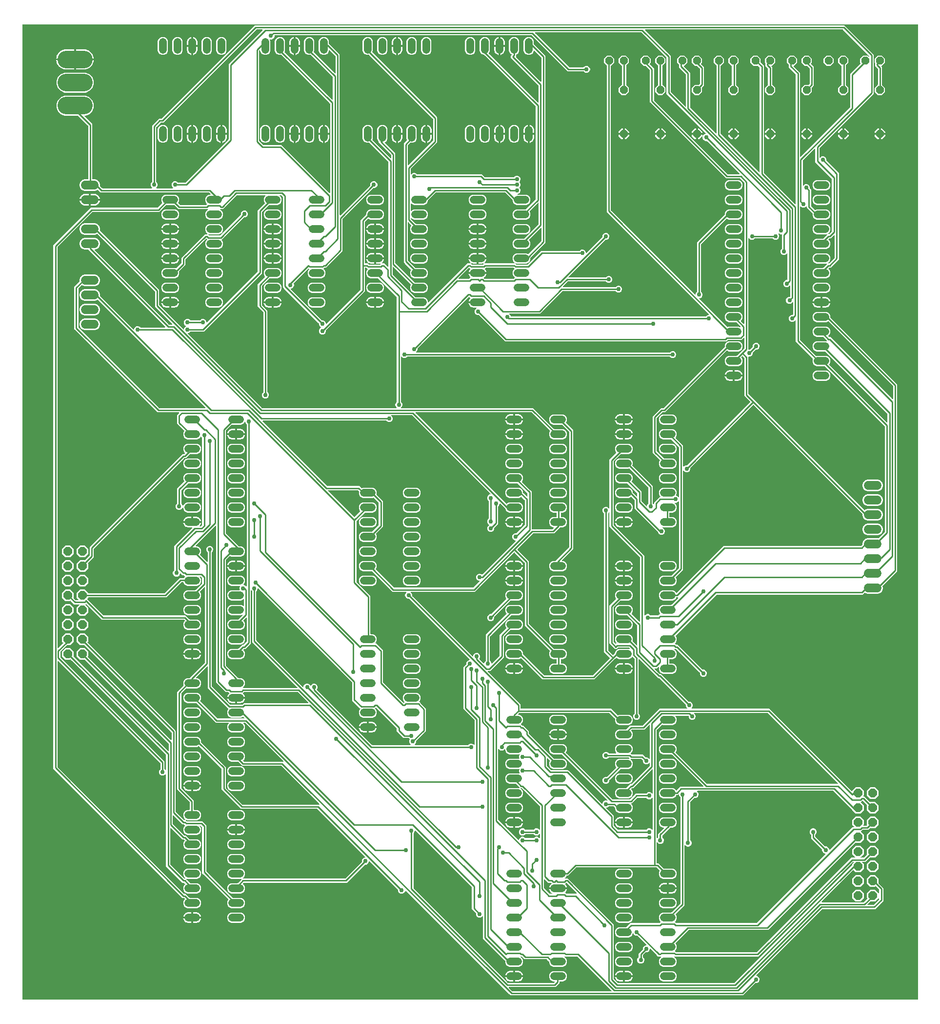
<source format=gbr>
G04 EAGLE Gerber RS-274X export*
G75*
%MOMM*%
%FSLAX34Y34*%
%LPD*%
%INTop Copper*%
%IPPOS*%
%AMOC8*
5,1,8,0,0,1.08239X$1,22.5*%
G01*
%ADD10C,1.320800*%
%ADD11P,1.429621X8X22.500000*%
%ADD12P,1.429621X8X112.500000*%
%ADD13C,3.009900*%
%ADD14C,1.524000*%
%ADD15P,1.649562X8X112.500000*%
%ADD16C,0.254000*%
%ADD17C,0.756400*%

G36*
X1563698Y22864D02*
X1563698Y22864D01*
X1563717Y22862D01*
X1563819Y22884D01*
X1563921Y22900D01*
X1563938Y22910D01*
X1563958Y22914D01*
X1564047Y22967D01*
X1564138Y23016D01*
X1564152Y23030D01*
X1564169Y23040D01*
X1564236Y23119D01*
X1564308Y23194D01*
X1564316Y23212D01*
X1564329Y23227D01*
X1564368Y23323D01*
X1564411Y23417D01*
X1564413Y23437D01*
X1564421Y23455D01*
X1564439Y23622D01*
X1564439Y1712978D01*
X1564436Y1712998D01*
X1564438Y1713017D01*
X1564416Y1713119D01*
X1564400Y1713221D01*
X1564390Y1713238D01*
X1564386Y1713258D01*
X1564333Y1713347D01*
X1564284Y1713438D01*
X1564270Y1713452D01*
X1564260Y1713469D01*
X1564181Y1713536D01*
X1564106Y1713608D01*
X1564088Y1713616D01*
X1564073Y1713629D01*
X1563977Y1713668D01*
X1563883Y1713711D01*
X1563863Y1713713D01*
X1563845Y1713721D01*
X1563678Y1713739D01*
X10922Y1713739D01*
X10902Y1713736D01*
X10883Y1713738D01*
X10781Y1713716D01*
X10679Y1713700D01*
X10662Y1713690D01*
X10642Y1713686D01*
X10553Y1713633D01*
X10462Y1713584D01*
X10448Y1713570D01*
X10431Y1713560D01*
X10364Y1713481D01*
X10292Y1713406D01*
X10284Y1713388D01*
X10271Y1713373D01*
X10232Y1713277D01*
X10189Y1713183D01*
X10187Y1713163D01*
X10179Y1713145D01*
X10161Y1712978D01*
X10161Y23622D01*
X10164Y23602D01*
X10162Y23583D01*
X10184Y23481D01*
X10200Y23379D01*
X10210Y23362D01*
X10214Y23342D01*
X10267Y23253D01*
X10316Y23162D01*
X10330Y23148D01*
X10340Y23131D01*
X10419Y23064D01*
X10494Y22992D01*
X10512Y22984D01*
X10527Y22971D01*
X10623Y22932D01*
X10717Y22889D01*
X10737Y22887D01*
X10755Y22879D01*
X10922Y22861D01*
X1563678Y22861D01*
X1563698Y22864D01*
G37*
%LPC*%
G36*
X857555Y30225D02*
X857555Y30225D01*
X855248Y32532D01*
X675769Y212011D01*
X675711Y212053D01*
X675659Y212102D01*
X675612Y212124D01*
X675570Y212154D01*
X675501Y212175D01*
X675436Y212206D01*
X675384Y212211D01*
X675334Y212227D01*
X675263Y212225D01*
X675192Y212233D01*
X675141Y212222D01*
X675089Y212220D01*
X675021Y212196D01*
X674951Y212180D01*
X674907Y212154D01*
X674858Y212136D01*
X674802Y212091D01*
X674740Y212054D01*
X674706Y212015D01*
X674666Y211982D01*
X674627Y211922D01*
X674580Y211867D01*
X674561Y211819D01*
X674533Y211775D01*
X674515Y211706D01*
X674488Y211639D01*
X674480Y211568D01*
X674472Y211537D01*
X674474Y211513D01*
X674470Y211472D01*
X674470Y211137D01*
X673546Y208906D01*
X671839Y207199D01*
X669608Y206275D01*
X667194Y206275D01*
X664963Y207199D01*
X663256Y208906D01*
X662332Y211137D01*
X662332Y213067D01*
X662318Y213158D01*
X662310Y213248D01*
X662298Y213278D01*
X662293Y213310D01*
X662250Y213391D01*
X662214Y213475D01*
X662188Y213507D01*
X662177Y213528D01*
X662154Y213550D01*
X662109Y213606D01*
X613031Y262684D01*
X612973Y262726D01*
X612921Y262775D01*
X612874Y262797D01*
X612832Y262827D01*
X612763Y262848D01*
X612698Y262879D01*
X612646Y262884D01*
X612596Y262900D01*
X612525Y262898D01*
X612454Y262906D01*
X612403Y262895D01*
X612351Y262893D01*
X612283Y262869D01*
X612213Y262853D01*
X612168Y262827D01*
X612120Y262809D01*
X612064Y262764D01*
X612002Y262727D01*
X611968Y262688D01*
X611928Y262655D01*
X611889Y262595D01*
X611842Y262540D01*
X611823Y262492D01*
X611795Y262448D01*
X611777Y262379D01*
X611750Y262312D01*
X611742Y262241D01*
X611734Y262210D01*
X611736Y262186D01*
X611732Y262145D01*
X611732Y261810D01*
X610808Y259579D01*
X609101Y257872D01*
X606870Y256948D01*
X604940Y256948D01*
X604849Y256934D01*
X604759Y256926D01*
X604729Y256914D01*
X604697Y256909D01*
X604616Y256866D01*
X604532Y256830D01*
X604500Y256804D01*
X604479Y256793D01*
X604457Y256770D01*
X604401Y256725D01*
X573354Y225678D01*
X395108Y225678D01*
X395017Y225664D01*
X394927Y225656D01*
X394897Y225644D01*
X394865Y225639D01*
X394784Y225596D01*
X394700Y225560D01*
X394668Y225534D01*
X394647Y225523D01*
X394625Y225500D01*
X394569Y225455D01*
X393134Y224020D01*
X393122Y224004D01*
X393107Y223991D01*
X393051Y223904D01*
X392990Y223820D01*
X392985Y223801D01*
X392974Y223784D01*
X392948Y223684D01*
X392918Y223585D01*
X392919Y223565D01*
X392914Y223546D01*
X392922Y223443D01*
X392924Y223339D01*
X392931Y223321D01*
X392933Y223301D01*
X392973Y223206D01*
X393009Y223108D01*
X393021Y223093D01*
X393029Y223074D01*
X393134Y222943D01*
X395141Y220936D01*
X396495Y217668D01*
X396495Y214132D01*
X395141Y210864D01*
X392640Y208363D01*
X389372Y207009D01*
X372628Y207009D01*
X369360Y208363D01*
X366859Y210864D01*
X365505Y214132D01*
X365505Y217668D01*
X366859Y220936D01*
X369360Y223437D01*
X372628Y224791D01*
X383529Y224791D01*
X383620Y224805D01*
X383710Y224813D01*
X383740Y224825D01*
X383772Y224830D01*
X383853Y224873D01*
X383937Y224909D01*
X383969Y224935D01*
X383990Y224946D01*
X384012Y224969D01*
X384068Y225014D01*
X389539Y230485D01*
X390236Y231182D01*
X390292Y231261D01*
X390354Y231336D01*
X390364Y231360D01*
X390379Y231381D01*
X390408Y231474D01*
X390443Y231565D01*
X390444Y231591D01*
X390451Y231616D01*
X390449Y231714D01*
X390453Y231811D01*
X390446Y231836D01*
X390445Y231862D01*
X390412Y231954D01*
X390385Y232047D01*
X390370Y232069D01*
X390361Y232093D01*
X390300Y232169D01*
X390244Y232249D01*
X390223Y232265D01*
X390207Y232285D01*
X390125Y232338D01*
X390047Y232396D01*
X390022Y232404D01*
X390000Y232418D01*
X389906Y232442D01*
X389813Y232472D01*
X389787Y232472D01*
X389762Y232478D01*
X389664Y232471D01*
X389567Y232470D01*
X389536Y232461D01*
X389516Y232459D01*
X389486Y232446D01*
X389406Y232423D01*
X389372Y232409D01*
X372628Y232409D01*
X369360Y233763D01*
X366859Y236264D01*
X365505Y239532D01*
X365505Y243068D01*
X366859Y246336D01*
X369360Y248837D01*
X372628Y250191D01*
X389372Y250191D01*
X392640Y248837D01*
X395141Y246336D01*
X396495Y243068D01*
X396495Y239532D01*
X395141Y236264D01*
X392969Y234091D01*
X392927Y234033D01*
X392877Y233981D01*
X392855Y233934D01*
X392825Y233892D01*
X392804Y233823D01*
X392774Y233758D01*
X392768Y233706D01*
X392753Y233656D01*
X392755Y233585D01*
X392747Y233514D01*
X392758Y233463D01*
X392759Y233411D01*
X392784Y233343D01*
X392799Y233273D01*
X392826Y233228D01*
X392844Y233180D01*
X392888Y233124D01*
X392925Y233062D01*
X392965Y233028D01*
X392997Y232988D01*
X393058Y232949D01*
X393112Y232902D01*
X393160Y232883D01*
X393204Y232855D01*
X393274Y232837D01*
X393340Y232810D01*
X393412Y232802D01*
X393443Y232794D01*
X393466Y232796D01*
X393507Y232792D01*
X570092Y232792D01*
X570183Y232806D01*
X570273Y232814D01*
X570303Y232826D01*
X570335Y232831D01*
X570416Y232874D01*
X570500Y232910D01*
X570532Y232936D01*
X570553Y232947D01*
X570575Y232970D01*
X570631Y233015D01*
X599371Y261755D01*
X599424Y261829D01*
X599484Y261899D01*
X599496Y261929D01*
X599515Y261955D01*
X599542Y262042D01*
X599576Y262127D01*
X599580Y262168D01*
X599587Y262190D01*
X599586Y262222D01*
X599594Y262294D01*
X599594Y264224D01*
X600518Y266455D01*
X602225Y268162D01*
X604456Y269086D01*
X604791Y269086D01*
X604862Y269097D01*
X604934Y269099D01*
X604983Y269117D01*
X605034Y269125D01*
X605098Y269159D01*
X605165Y269184D01*
X605206Y269216D01*
X605252Y269241D01*
X605301Y269293D01*
X605357Y269337D01*
X605385Y269381D01*
X605421Y269419D01*
X605451Y269484D01*
X605490Y269544D01*
X605503Y269595D01*
X605525Y269642D01*
X605533Y269713D01*
X605550Y269783D01*
X605546Y269835D01*
X605552Y269886D01*
X605536Y269957D01*
X605531Y270028D01*
X605511Y270076D01*
X605499Y270127D01*
X605463Y270188D01*
X605435Y270254D01*
X605390Y270310D01*
X605373Y270338D01*
X605355Y270353D01*
X605330Y270385D01*
X522371Y353344D01*
X522297Y353397D01*
X522227Y353457D01*
X522197Y353469D01*
X522171Y353488D01*
X522084Y353515D01*
X521999Y353549D01*
X521958Y353553D01*
X521936Y353560D01*
X521904Y353559D01*
X521832Y353567D01*
X389433Y353567D01*
X355980Y387020D01*
X355980Y422899D01*
X355966Y422990D01*
X355958Y423080D01*
X355946Y423110D01*
X355941Y423142D01*
X355898Y423223D01*
X355862Y423307D01*
X355836Y423339D01*
X355825Y423360D01*
X355802Y423382D01*
X355757Y423438D01*
X317077Y462118D01*
X316983Y462185D01*
X316888Y462256D01*
X316882Y462258D01*
X316877Y462261D01*
X316766Y462296D01*
X316655Y462332D01*
X316648Y462332D01*
X316642Y462334D01*
X316525Y462331D01*
X316409Y462330D01*
X316401Y462328D01*
X316396Y462327D01*
X316379Y462321D01*
X316247Y462283D01*
X313172Y461009D01*
X296428Y461009D01*
X293160Y462363D01*
X290659Y464864D01*
X289305Y468132D01*
X289305Y471668D01*
X290659Y474936D01*
X293160Y477437D01*
X296428Y478791D01*
X313172Y478791D01*
X316440Y477437D01*
X318941Y474936D01*
X320295Y471668D01*
X320295Y469276D01*
X320309Y469185D01*
X320317Y469095D01*
X320329Y469065D01*
X320334Y469033D01*
X320377Y468952D01*
X320413Y468868D01*
X320439Y468836D01*
X320450Y468815D01*
X320473Y468793D01*
X320518Y468737D01*
X363094Y426161D01*
X363094Y390282D01*
X363108Y390191D01*
X363116Y390101D01*
X363128Y390071D01*
X363133Y390039D01*
X363176Y389958D01*
X363212Y389874D01*
X363238Y389842D01*
X363249Y389821D01*
X363272Y389799D01*
X363317Y389743D01*
X392156Y360904D01*
X392230Y360851D01*
X392300Y360791D01*
X392330Y360779D01*
X392356Y360760D01*
X392443Y360733D01*
X392528Y360699D01*
X392569Y360695D01*
X392591Y360688D01*
X392623Y360689D01*
X392695Y360681D01*
X525261Y360681D01*
X525332Y360692D01*
X525404Y360694D01*
X525453Y360712D01*
X525504Y360720D01*
X525568Y360754D01*
X525635Y360779D01*
X525676Y360811D01*
X525722Y360836D01*
X525771Y360888D01*
X525827Y360932D01*
X525855Y360976D01*
X525891Y361014D01*
X525921Y361079D01*
X525960Y361139D01*
X525973Y361190D01*
X525995Y361237D01*
X526003Y361308D01*
X526020Y361378D01*
X526016Y361430D01*
X526022Y361481D01*
X526006Y361552D01*
X526001Y361623D01*
X525981Y361671D01*
X525969Y361722D01*
X525933Y361783D01*
X525905Y361849D01*
X525860Y361905D01*
X525843Y361933D01*
X525825Y361948D01*
X525800Y361980D01*
X459633Y428147D01*
X459559Y428200D01*
X459489Y428260D01*
X459459Y428272D01*
X459433Y428291D01*
X459346Y428318D01*
X459261Y428352D01*
X459220Y428356D01*
X459198Y428363D01*
X459166Y428362D01*
X459094Y428370D01*
X392283Y428370D01*
X392187Y428355D01*
X392090Y428345D01*
X392066Y428335D01*
X392040Y428331D01*
X391955Y428285D01*
X391865Y428245D01*
X391846Y428228D01*
X391823Y428215D01*
X391757Y428146D01*
X391745Y428225D01*
X391738Y428322D01*
X391727Y428346D01*
X391724Y428372D01*
X391679Y428459D01*
X391641Y428549D01*
X391621Y428574D01*
X391612Y428592D01*
X391588Y428615D01*
X391536Y428680D01*
X389539Y430677D01*
X384830Y435386D01*
X384756Y435439D01*
X384686Y435499D01*
X384656Y435511D01*
X384630Y435530D01*
X384543Y435557D01*
X384458Y435591D01*
X384417Y435595D01*
X384395Y435602D01*
X384363Y435601D01*
X384291Y435609D01*
X372628Y435609D01*
X369360Y436963D01*
X366859Y439464D01*
X365505Y442732D01*
X365505Y446268D01*
X366859Y449536D01*
X369360Y452037D01*
X372628Y453391D01*
X389372Y453391D01*
X392640Y452037D01*
X395141Y449536D01*
X396495Y446268D01*
X396495Y442732D01*
X395141Y439464D01*
X393515Y437838D01*
X393503Y437821D01*
X393488Y437809D01*
X393432Y437722D01*
X393371Y437638D01*
X393366Y437619D01*
X393355Y437602D01*
X393329Y437502D01*
X393299Y437403D01*
X393300Y437383D01*
X393295Y437364D01*
X393303Y437261D01*
X393305Y437157D01*
X393312Y437138D01*
X393314Y437118D01*
X393354Y437023D01*
X393390Y436926D01*
X393402Y436910D01*
X393410Y436892D01*
X393515Y436761D01*
X394569Y435707D01*
X394643Y435654D01*
X394713Y435594D01*
X394743Y435582D01*
X394769Y435563D01*
X394856Y435536D01*
X394941Y435502D01*
X394982Y435498D01*
X395004Y435491D01*
X395036Y435492D01*
X395108Y435484D01*
X462523Y435484D01*
X462594Y435495D01*
X462666Y435497D01*
X462715Y435515D01*
X462766Y435523D01*
X462830Y435557D01*
X462897Y435582D01*
X462938Y435614D01*
X462984Y435639D01*
X463033Y435691D01*
X463089Y435735D01*
X463117Y435779D01*
X463153Y435817D01*
X463183Y435882D01*
X463222Y435942D01*
X463235Y435993D01*
X463257Y436040D01*
X463265Y436111D01*
X463282Y436181D01*
X463278Y436233D01*
X463284Y436284D01*
X463268Y436355D01*
X463263Y436426D01*
X463243Y436474D01*
X463231Y436525D01*
X463195Y436586D01*
X463167Y436652D01*
X463122Y436708D01*
X463105Y436736D01*
X463087Y436751D01*
X463062Y436783D01*
X396895Y502950D01*
X396821Y503003D01*
X396751Y503063D01*
X396721Y503075D01*
X396695Y503094D01*
X396608Y503121D01*
X396523Y503155D01*
X396482Y503159D01*
X396460Y503166D01*
X396428Y503165D01*
X396356Y503173D01*
X394142Y503173D01*
X394071Y503162D01*
X393999Y503160D01*
X393951Y503142D01*
X393899Y503134D01*
X393836Y503100D01*
X393768Y503075D01*
X393728Y503043D01*
X393682Y503018D01*
X393632Y502966D01*
X393576Y502922D01*
X393548Y502878D01*
X393512Y502840D01*
X393482Y502775D01*
X393443Y502715D01*
X393431Y502664D01*
X393409Y502617D01*
X393401Y502546D01*
X393383Y502476D01*
X393387Y502424D01*
X393382Y502373D01*
X393397Y502302D01*
X393403Y502231D01*
X393423Y502183D01*
X393434Y502132D01*
X393471Y502071D01*
X393499Y502005D01*
X393544Y501949D01*
X393560Y501921D01*
X393578Y501906D01*
X393604Y501874D01*
X395141Y500336D01*
X396495Y497068D01*
X396495Y493532D01*
X395141Y490264D01*
X392640Y487763D01*
X389372Y486409D01*
X372628Y486409D01*
X369360Y487763D01*
X366859Y490264D01*
X365505Y493532D01*
X365505Y497068D01*
X366859Y500336D01*
X368396Y501874D01*
X368438Y501932D01*
X368488Y501984D01*
X368510Y502031D01*
X368540Y502073D01*
X368561Y502142D01*
X368591Y502207D01*
X368597Y502259D01*
X368612Y502309D01*
X368610Y502380D01*
X368618Y502451D01*
X368607Y502502D01*
X368606Y502554D01*
X368581Y502622D01*
X368566Y502692D01*
X368539Y502737D01*
X368521Y502785D01*
X368477Y502841D01*
X368440Y502903D01*
X368400Y502937D01*
X368368Y502977D01*
X368307Y503016D01*
X368253Y503063D01*
X368205Y503082D01*
X368161Y503110D01*
X368091Y503128D01*
X368025Y503155D01*
X367953Y503163D01*
X367922Y503171D01*
X367899Y503169D01*
X367858Y503173D01*
X345999Y503173D01*
X312186Y536986D01*
X312112Y537039D01*
X312042Y537099D01*
X312012Y537111D01*
X311986Y537130D01*
X311899Y537157D01*
X311814Y537191D01*
X311773Y537195D01*
X311751Y537202D01*
X311719Y537201D01*
X311647Y537209D01*
X296428Y537209D01*
X293160Y538563D01*
X290659Y541064D01*
X289305Y544332D01*
X289305Y547868D01*
X290659Y551136D01*
X293160Y553637D01*
X296428Y554991D01*
X313172Y554991D01*
X316440Y553637D01*
X318941Y551136D01*
X320295Y547868D01*
X320295Y544332D01*
X318909Y540987D01*
X318883Y540874D01*
X318854Y540760D01*
X318855Y540754D01*
X318853Y540748D01*
X318864Y540631D01*
X318873Y540515D01*
X318876Y540509D01*
X318876Y540503D01*
X318924Y540395D01*
X318970Y540289D01*
X318974Y540283D01*
X318976Y540278D01*
X318989Y540264D01*
X319074Y540158D01*
X348722Y510510D01*
X348796Y510457D01*
X348866Y510397D01*
X348896Y510385D01*
X348922Y510366D01*
X349009Y510339D01*
X349094Y510305D01*
X349135Y510301D01*
X349157Y510294D01*
X349189Y510295D01*
X349261Y510287D01*
X394959Y510287D01*
X395030Y510298D01*
X395102Y510300D01*
X395151Y510318D01*
X395202Y510326D01*
X395265Y510360D01*
X395333Y510385D01*
X395374Y510417D01*
X395420Y510442D01*
X395469Y510493D01*
X395525Y510538D01*
X395553Y510582D01*
X395589Y510620D01*
X395619Y510685D01*
X395658Y510745D01*
X395671Y510796D01*
X395693Y510843D01*
X395701Y510914D01*
X395718Y510984D01*
X395714Y511036D01*
X395720Y511087D01*
X395704Y511158D01*
X395699Y511229D01*
X395679Y511277D01*
X395667Y511328D01*
X395631Y511389D01*
X395603Y511455D01*
X395558Y511511D01*
X395541Y511539D01*
X395523Y511554D01*
X395498Y511586D01*
X393819Y513265D01*
X393803Y513277D01*
X393790Y513292D01*
X393703Y513348D01*
X393619Y513409D01*
X393600Y513414D01*
X393583Y513425D01*
X393483Y513450D01*
X393384Y513481D01*
X393364Y513480D01*
X393345Y513485D01*
X393242Y513477D01*
X393138Y513475D01*
X393120Y513468D01*
X393100Y513466D01*
X393005Y513426D01*
X392907Y513390D01*
X392892Y513378D01*
X392873Y513370D01*
X392742Y513265D01*
X392640Y513163D01*
X389372Y511809D01*
X372628Y511809D01*
X369360Y513163D01*
X366859Y515664D01*
X365505Y518932D01*
X365505Y522468D01*
X366859Y525736D01*
X367533Y526410D01*
X367544Y526426D01*
X367560Y526439D01*
X367616Y526526D01*
X367676Y526610D01*
X367682Y526629D01*
X367693Y526645D01*
X367718Y526746D01*
X367748Y526845D01*
X367748Y526865D01*
X367753Y526884D01*
X367745Y526987D01*
X367742Y527091D01*
X367735Y527109D01*
X367734Y527129D01*
X367693Y527224D01*
X367658Y527322D01*
X367645Y527337D01*
X367637Y527356D01*
X367533Y527486D01*
X334157Y560862D01*
X331850Y563169D01*
X331850Y600064D01*
X331839Y600135D01*
X331837Y600207D01*
X331819Y600256D01*
X331811Y600307D01*
X331777Y600370D01*
X331752Y600438D01*
X331720Y600479D01*
X331695Y600525D01*
X331644Y600574D01*
X331599Y600630D01*
X331555Y600658D01*
X331517Y600694D01*
X331452Y600724D01*
X331392Y600763D01*
X331341Y600776D01*
X331294Y600798D01*
X331223Y600806D01*
X331153Y600823D01*
X331101Y600819D01*
X331050Y600825D01*
X330979Y600809D01*
X330908Y600804D01*
X330860Y600784D01*
X330809Y600772D01*
X330748Y600736D01*
X330682Y600708D01*
X330626Y600663D01*
X330598Y600646D01*
X330583Y600628D01*
X330551Y600603D01*
X311638Y581690D01*
X311596Y581632D01*
X311547Y581580D01*
X311525Y581533D01*
X311495Y581491D01*
X311474Y581422D01*
X311443Y581357D01*
X311438Y581305D01*
X311422Y581255D01*
X311424Y581184D01*
X311416Y581113D01*
X311427Y581062D01*
X311429Y581010D01*
X311453Y580942D01*
X311469Y580872D01*
X311495Y580828D01*
X311513Y580779D01*
X311558Y580723D01*
X311595Y580661D01*
X311634Y580627D01*
X311667Y580587D01*
X311727Y580548D01*
X311782Y580501D01*
X311830Y580482D01*
X311874Y580454D01*
X311943Y580436D01*
X312010Y580409D01*
X312081Y580401D01*
X312112Y580393D01*
X312136Y580395D01*
X312177Y580391D01*
X313172Y580391D01*
X316440Y579037D01*
X318941Y576536D01*
X320295Y573268D01*
X320295Y569732D01*
X318941Y566464D01*
X316440Y563963D01*
X313172Y562609D01*
X296427Y562609D01*
X295867Y562841D01*
X295754Y562868D01*
X295640Y562897D01*
X295634Y562896D01*
X295628Y562898D01*
X295511Y562887D01*
X295395Y562878D01*
X295389Y562875D01*
X295383Y562875D01*
X295275Y562826D01*
X295168Y562781D01*
X295163Y562777D01*
X295158Y562775D01*
X295144Y562762D01*
X295037Y562676D01*
X286101Y553740D01*
X286048Y553666D01*
X285988Y553596D01*
X285976Y553566D01*
X285957Y553540D01*
X285930Y553453D01*
X285896Y553368D01*
X285892Y553327D01*
X285885Y553305D01*
X285886Y553273D01*
X285878Y553201D01*
X285878Y390282D01*
X285892Y390191D01*
X285900Y390101D01*
X285912Y390071D01*
X285917Y390039D01*
X285960Y389958D01*
X285996Y389874D01*
X286022Y389842D01*
X286033Y389821D01*
X286056Y389799D01*
X286101Y389743D01*
X307595Y368249D01*
X307595Y352552D01*
X307598Y352532D01*
X307596Y352513D01*
X307618Y352411D01*
X307634Y352309D01*
X307644Y352292D01*
X307648Y352272D01*
X307701Y352183D01*
X307750Y352092D01*
X307764Y352078D01*
X307774Y352061D01*
X307853Y351994D01*
X307928Y351922D01*
X307946Y351914D01*
X307961Y351901D01*
X308057Y351862D01*
X308151Y351819D01*
X308171Y351817D01*
X308189Y351809D01*
X308356Y351791D01*
X313172Y351791D01*
X316440Y350437D01*
X318941Y347936D01*
X320295Y344668D01*
X320295Y341132D01*
X318941Y337864D01*
X316440Y335363D01*
X313172Y334009D01*
X296428Y334009D01*
X295093Y334562D01*
X294998Y334584D01*
X294905Y334613D01*
X294879Y334612D01*
X294854Y334618D01*
X294757Y334609D01*
X294659Y334606D01*
X294635Y334598D01*
X294609Y334595D01*
X294520Y334555D01*
X294428Y334522D01*
X294408Y334506D01*
X294384Y334495D01*
X294312Y334429D01*
X294236Y334368D01*
X294222Y334346D01*
X294203Y334329D01*
X294156Y334243D01*
X294103Y334161D01*
X294097Y334136D01*
X294084Y334113D01*
X294067Y334017D01*
X294043Y333923D01*
X294045Y333897D01*
X294041Y333871D01*
X294055Y333775D01*
X294062Y333678D01*
X294073Y333654D01*
X294076Y333628D01*
X294121Y333541D01*
X294159Y333451D01*
X294179Y333426D01*
X294188Y333408D01*
X294212Y333385D01*
X294264Y333320D01*
X295636Y331948D01*
X295710Y331895D01*
X295780Y331835D01*
X295810Y331823D01*
X295836Y331804D01*
X295923Y331777D01*
X296008Y331743D01*
X296049Y331739D01*
X296071Y331732D01*
X296103Y331733D01*
X296175Y331725D01*
X322402Y331725D01*
X329312Y324815D01*
X329312Y245502D01*
X329326Y245411D01*
X329334Y245321D01*
X329346Y245291D01*
X329351Y245259D01*
X329394Y245178D01*
X329430Y245094D01*
X329456Y245062D01*
X329467Y245041D01*
X329490Y245019D01*
X329535Y244963D01*
X374884Y199614D01*
X374958Y199561D01*
X375028Y199501D01*
X375058Y199489D01*
X375084Y199470D01*
X375171Y199443D01*
X375256Y199409D01*
X375297Y199405D01*
X375319Y199398D01*
X375351Y199399D01*
X375423Y199391D01*
X389372Y199391D01*
X392640Y198037D01*
X395141Y195536D01*
X396495Y192268D01*
X396495Y188732D01*
X395141Y185464D01*
X392640Y182963D01*
X389372Y181609D01*
X372628Y181609D01*
X369360Y182963D01*
X366859Y185464D01*
X365505Y188732D01*
X365505Y192268D01*
X366859Y195536D01*
X367342Y196019D01*
X367354Y196036D01*
X367369Y196048D01*
X367425Y196135D01*
X367486Y196219D01*
X367491Y196238D01*
X367502Y196255D01*
X367528Y196355D01*
X367558Y196454D01*
X367557Y196474D01*
X367562Y196493D01*
X367554Y196596D01*
X367552Y196700D01*
X367545Y196719D01*
X367543Y196739D01*
X367503Y196834D01*
X367467Y196931D01*
X367455Y196947D01*
X367447Y196965D01*
X367342Y197096D01*
X324505Y239933D01*
X322198Y242240D01*
X322198Y321553D01*
X322184Y321644D01*
X322176Y321734D01*
X322164Y321764D01*
X322159Y321796D01*
X322116Y321877D01*
X322080Y321961D01*
X322054Y321993D01*
X322043Y322014D01*
X322020Y322036D01*
X321975Y322092D01*
X319679Y324388D01*
X319605Y324441D01*
X319535Y324501D01*
X319505Y324513D01*
X319479Y324532D01*
X319392Y324559D01*
X319307Y324593D01*
X319266Y324597D01*
X319244Y324604D01*
X319212Y324603D01*
X319140Y324611D01*
X318704Y324611D01*
X318633Y324600D01*
X318561Y324598D01*
X318513Y324580D01*
X318461Y324572D01*
X318398Y324538D01*
X318330Y324513D01*
X318290Y324481D01*
X318244Y324456D01*
X318194Y324404D01*
X318138Y324360D01*
X318110Y324316D01*
X318074Y324278D01*
X318044Y324213D01*
X318005Y324153D01*
X317993Y324102D01*
X317971Y324055D01*
X317963Y323984D01*
X317945Y323914D01*
X317949Y323862D01*
X317944Y323811D01*
X317959Y323740D01*
X317965Y323669D01*
X317985Y323621D01*
X317996Y323570D01*
X318033Y323509D01*
X318061Y323443D01*
X318106Y323387D01*
X318122Y323359D01*
X318140Y323344D01*
X318166Y323312D01*
X318941Y322536D01*
X320295Y319268D01*
X320295Y315732D01*
X318941Y312464D01*
X316440Y309963D01*
X313172Y308609D01*
X296428Y308609D01*
X293160Y309963D01*
X290659Y312464D01*
X289305Y315732D01*
X289305Y319268D01*
X290659Y322536D01*
X292285Y324162D01*
X292297Y324179D01*
X292312Y324191D01*
X292368Y324278D01*
X292429Y324362D01*
X292434Y324381D01*
X292445Y324398D01*
X292471Y324498D01*
X292501Y324597D01*
X292500Y324617D01*
X292505Y324636D01*
X292497Y324739D01*
X292495Y324843D01*
X292488Y324862D01*
X292486Y324882D01*
X292446Y324977D01*
X292410Y325074D01*
X292398Y325090D01*
X292390Y325108D01*
X292285Y325239D01*
X290723Y326801D01*
X290649Y326854D01*
X290579Y326914D01*
X290549Y326926D01*
X290523Y326945D01*
X290436Y326972D01*
X290351Y327006D01*
X290310Y327010D01*
X290288Y327017D01*
X290256Y327016D01*
X290184Y327024D01*
X288087Y327024D01*
X272699Y342412D01*
X272641Y342454D01*
X272589Y342503D01*
X272542Y342525D01*
X272500Y342555D01*
X272431Y342576D01*
X272366Y342607D01*
X272314Y342612D01*
X272264Y342628D01*
X272193Y342626D01*
X272122Y342634D01*
X272071Y342623D01*
X272019Y342621D01*
X271951Y342597D01*
X271881Y342581D01*
X271836Y342555D01*
X271788Y342537D01*
X271732Y342492D01*
X271670Y342455D01*
X271636Y342416D01*
X271596Y342383D01*
X271557Y342323D01*
X271510Y342268D01*
X271491Y342220D01*
X271463Y342176D01*
X271445Y342107D01*
X271418Y342040D01*
X271410Y341969D01*
X271402Y341938D01*
X271404Y341914D01*
X271400Y341873D01*
X271400Y327544D01*
X271414Y327453D01*
X271422Y327363D01*
X271434Y327333D01*
X271439Y327301D01*
X271482Y327220D01*
X271518Y327136D01*
X271544Y327104D01*
X271555Y327083D01*
X271578Y327061D01*
X271623Y327005D01*
X290810Y307818D01*
X290884Y307765D01*
X290954Y307705D01*
X290984Y307693D01*
X291010Y307674D01*
X291097Y307647D01*
X291182Y307613D01*
X291223Y307609D01*
X291245Y307602D01*
X291277Y307603D01*
X291349Y307595D01*
X293446Y307595D01*
X295753Y305288D01*
X299827Y301214D01*
X299901Y301161D01*
X299971Y301101D01*
X300001Y301089D01*
X300027Y301070D01*
X300114Y301043D01*
X300199Y301009D01*
X300240Y301005D01*
X300262Y300998D01*
X300294Y300999D01*
X300366Y300991D01*
X313172Y300991D01*
X316440Y299637D01*
X318941Y297136D01*
X320295Y293868D01*
X320295Y290332D01*
X318941Y287064D01*
X316440Y284563D01*
X313172Y283209D01*
X296428Y283209D01*
X293160Y284563D01*
X290659Y287064D01*
X289305Y290332D01*
X289305Y293868D01*
X290659Y297136D01*
X291714Y298191D01*
X291725Y298207D01*
X291741Y298220D01*
X291797Y298307D01*
X291857Y298391D01*
X291863Y298410D01*
X291874Y298426D01*
X291899Y298527D01*
X291929Y298626D01*
X291929Y298646D01*
X291934Y298665D01*
X291926Y298768D01*
X291923Y298872D01*
X291916Y298890D01*
X291915Y298910D01*
X291874Y299005D01*
X291839Y299103D01*
X291826Y299118D01*
X291818Y299137D01*
X291714Y299267D01*
X290723Y300258D01*
X290649Y300311D01*
X290579Y300371D01*
X290549Y300383D01*
X290523Y300402D01*
X290436Y300429D01*
X290351Y300463D01*
X290310Y300467D01*
X290288Y300474D01*
X290256Y300473D01*
X290184Y300481D01*
X288087Y300481D01*
X267873Y320695D01*
X267815Y320737D01*
X267763Y320786D01*
X267716Y320808D01*
X267674Y320838D01*
X267605Y320859D01*
X267540Y320890D01*
X267488Y320895D01*
X267438Y320911D01*
X267367Y320909D01*
X267296Y320917D01*
X267245Y320906D01*
X267193Y320904D01*
X267125Y320880D01*
X267055Y320864D01*
X267010Y320838D01*
X266962Y320820D01*
X266906Y320775D01*
X266844Y320738D01*
X266810Y320699D01*
X266770Y320666D01*
X266731Y320606D01*
X266684Y320551D01*
X266665Y320503D01*
X266637Y320459D01*
X266619Y320390D01*
X266592Y320323D01*
X266584Y320252D01*
X266576Y320221D01*
X266578Y320197D01*
X266574Y320156D01*
X266574Y257567D01*
X266588Y257476D01*
X266596Y257386D01*
X266608Y257356D01*
X266613Y257324D01*
X266656Y257243D01*
X266692Y257159D01*
X266718Y257127D01*
X266729Y257106D01*
X266752Y257084D01*
X266797Y257028D01*
X290810Y233015D01*
X290884Y232962D01*
X290954Y232902D01*
X290984Y232890D01*
X291010Y232871D01*
X291097Y232844D01*
X291182Y232810D01*
X291223Y232806D01*
X291245Y232799D01*
X291277Y232800D01*
X291349Y232792D01*
X292293Y232792D01*
X292364Y232803D01*
X292436Y232805D01*
X292484Y232823D01*
X292536Y232831D01*
X292599Y232865D01*
X292667Y232890D01*
X292707Y232922D01*
X292753Y232947D01*
X292803Y232999D01*
X292859Y233043D01*
X292887Y233087D01*
X292923Y233125D01*
X292953Y233190D01*
X292992Y233250D01*
X293004Y233301D01*
X293026Y233348D01*
X293034Y233419D01*
X293052Y233489D01*
X293048Y233541D01*
X293053Y233592D01*
X293038Y233663D01*
X293032Y233734D01*
X293012Y233782D01*
X293001Y233833D01*
X292964Y233894D01*
X292936Y233960D01*
X292891Y234016D01*
X292875Y234044D01*
X292857Y234059D01*
X292831Y234091D01*
X290659Y236264D01*
X289305Y239532D01*
X289305Y243068D01*
X290659Y246336D01*
X293160Y248837D01*
X296428Y250191D01*
X313172Y250191D01*
X316440Y248837D01*
X318941Y246336D01*
X320295Y243068D01*
X320295Y239532D01*
X318941Y236264D01*
X316440Y233763D01*
X313172Y232409D01*
X296428Y232409D01*
X295527Y232782D01*
X295432Y232805D01*
X295339Y232833D01*
X295313Y232833D01*
X295287Y232839D01*
X295191Y232829D01*
X295093Y232827D01*
X295068Y232818D01*
X295042Y232815D01*
X294953Y232776D01*
X294862Y232742D01*
X294842Y232726D01*
X294818Y232715D01*
X294746Y232650D01*
X294670Y232589D01*
X294656Y232567D01*
X294637Y232549D01*
X294590Y232464D01*
X294537Y232382D01*
X294531Y232356D01*
X294518Y232334D01*
X294501Y232238D01*
X294477Y232143D01*
X294479Y232117D01*
X294474Y232091D01*
X294489Y231995D01*
X294496Y231898D01*
X294506Y231874D01*
X294510Y231848D01*
X294554Y231761D01*
X294592Y231672D01*
X294613Y231646D01*
X294622Y231629D01*
X294645Y231606D01*
X294697Y231541D01*
X295753Y230485D01*
X301224Y225014D01*
X301298Y224961D01*
X301368Y224901D01*
X301398Y224889D01*
X301424Y224870D01*
X301511Y224843D01*
X301596Y224809D01*
X301637Y224805D01*
X301659Y224798D01*
X301691Y224799D01*
X301763Y224791D01*
X313172Y224791D01*
X316440Y223437D01*
X318941Y220936D01*
X320295Y217668D01*
X320295Y214132D01*
X318941Y210864D01*
X316440Y208363D01*
X313172Y207009D01*
X296428Y207009D01*
X293160Y208363D01*
X290659Y210864D01*
X289305Y214132D01*
X289305Y217668D01*
X290659Y220936D01*
X292412Y222689D01*
X292424Y222706D01*
X292439Y222718D01*
X292495Y222805D01*
X292556Y222889D01*
X292561Y222908D01*
X292572Y222925D01*
X292598Y223025D01*
X292628Y223124D01*
X292627Y223144D01*
X292632Y223163D01*
X292624Y223266D01*
X292622Y223370D01*
X292615Y223389D01*
X292613Y223409D01*
X292573Y223504D01*
X292537Y223601D01*
X292525Y223617D01*
X292517Y223635D01*
X292412Y223766D01*
X290723Y225455D01*
X290649Y225508D01*
X290579Y225568D01*
X290549Y225580D01*
X290523Y225599D01*
X290436Y225626D01*
X290351Y225660D01*
X290310Y225664D01*
X290288Y225671D01*
X290256Y225670D01*
X290184Y225678D01*
X288087Y225678D01*
X259460Y254305D01*
X259460Y413124D01*
X259449Y413195D01*
X259447Y413266D01*
X259429Y413315D01*
X259421Y413367D01*
X259387Y413430D01*
X259362Y413497D01*
X259330Y413538D01*
X259305Y413584D01*
X259253Y413633D01*
X259209Y413689D01*
X259165Y413718D01*
X259127Y413753D01*
X259062Y413784D01*
X259002Y413822D01*
X258951Y413835D01*
X258904Y413857D01*
X258833Y413865D01*
X258763Y413883D01*
X258711Y413878D01*
X258660Y413884D01*
X258589Y413869D01*
X258518Y413863D01*
X258470Y413843D01*
X258419Y413832D01*
X258358Y413795D01*
X258292Y413767D01*
X258236Y413722D01*
X258208Y413706D01*
X258193Y413688D01*
X258161Y413662D01*
X256803Y412304D01*
X254572Y411380D01*
X252158Y411380D01*
X249927Y412304D01*
X248220Y414011D01*
X247296Y416242D01*
X247296Y418656D01*
X248220Y420887D01*
X249585Y422252D01*
X249638Y422326D01*
X249698Y422395D01*
X249710Y422425D01*
X249729Y422452D01*
X249756Y422538D01*
X249790Y422623D01*
X249794Y422664D01*
X249801Y422687D01*
X249800Y422719D01*
X249808Y422790D01*
X249808Y432551D01*
X249794Y432642D01*
X249786Y432732D01*
X249774Y432762D01*
X249769Y432794D01*
X249726Y432875D01*
X249690Y432959D01*
X249664Y432991D01*
X249653Y433012D01*
X249630Y433034D01*
X249585Y433090D01*
X72420Y610255D01*
X72362Y610297D01*
X72310Y610346D01*
X72263Y610368D01*
X72221Y610398D01*
X72152Y610419D01*
X72087Y610450D01*
X72035Y610455D01*
X71985Y610471D01*
X71914Y610469D01*
X71843Y610477D01*
X71792Y610466D01*
X71740Y610464D01*
X71672Y610440D01*
X71602Y610424D01*
X71558Y610398D01*
X71509Y610380D01*
X71453Y610335D01*
X71391Y610298D01*
X71357Y610259D01*
X71317Y610226D01*
X71278Y610166D01*
X71231Y610111D01*
X71212Y610063D01*
X71184Y610019D01*
X71166Y609950D01*
X71139Y609883D01*
X71131Y609812D01*
X71123Y609781D01*
X71125Y609757D01*
X71121Y609716D01*
X71121Y426477D01*
X71135Y426386D01*
X71143Y426296D01*
X71155Y426266D01*
X71160Y426234D01*
X71203Y426153D01*
X71239Y426069D01*
X71265Y426037D01*
X71276Y426016D01*
X71299Y425994D01*
X71344Y425938D01*
X290810Y206472D01*
X290884Y206419D01*
X290954Y206359D01*
X290984Y206347D01*
X291010Y206328D01*
X291097Y206301D01*
X291182Y206267D01*
X291223Y206263D01*
X291245Y206256D01*
X291277Y206257D01*
X291349Y206249D01*
X293446Y206249D01*
X300081Y199614D01*
X300155Y199561D01*
X300225Y199501D01*
X300255Y199489D01*
X300281Y199470D01*
X300368Y199443D01*
X300453Y199409D01*
X300494Y199405D01*
X300516Y199398D01*
X300548Y199399D01*
X300620Y199391D01*
X313172Y199391D01*
X316440Y198037D01*
X318941Y195536D01*
X320295Y192268D01*
X320295Y188732D01*
X318941Y185464D01*
X316440Y182963D01*
X313172Y181609D01*
X296428Y181609D01*
X293160Y182963D01*
X290659Y185464D01*
X289305Y188732D01*
X289305Y192268D01*
X290659Y195536D01*
X291841Y196718D01*
X291852Y196734D01*
X291868Y196747D01*
X291924Y196834D01*
X291984Y196918D01*
X291990Y196937D01*
X292001Y196953D01*
X292026Y197054D01*
X292056Y197153D01*
X292056Y197173D01*
X292061Y197192D01*
X292053Y197295D01*
X292050Y197399D01*
X292043Y197417D01*
X292042Y197437D01*
X292001Y197532D01*
X291966Y197630D01*
X291953Y197645D01*
X291945Y197664D01*
X291841Y197794D01*
X290723Y198912D01*
X290649Y198965D01*
X290579Y199025D01*
X290549Y199037D01*
X290523Y199056D01*
X290436Y199083D01*
X290351Y199117D01*
X290310Y199121D01*
X290288Y199128D01*
X290256Y199127D01*
X290184Y199135D01*
X288087Y199135D01*
X64007Y423215D01*
X64007Y1331036D01*
X128829Y1395858D01*
X244337Y1395858D01*
X244428Y1395872D01*
X244518Y1395880D01*
X244548Y1395892D01*
X244580Y1395897D01*
X244661Y1395940D01*
X244745Y1395976D01*
X244777Y1396002D01*
X244798Y1396013D01*
X244820Y1396036D01*
X244876Y1396081D01*
X252471Y1403676D01*
X252482Y1403692D01*
X252498Y1403705D01*
X252554Y1403791D01*
X252614Y1403875D01*
X252620Y1403895D01*
X252631Y1403912D01*
X252656Y1404012D01*
X252686Y1404110D01*
X252686Y1404131D01*
X252691Y1404150D01*
X252683Y1404253D01*
X252680Y1404356D01*
X252673Y1404375D01*
X252672Y1404395D01*
X252631Y1404490D01*
X252596Y1404587D01*
X252585Y1404600D01*
X251205Y1407932D01*
X251205Y1411468D01*
X252559Y1414736D01*
X255060Y1417237D01*
X258328Y1418591D01*
X275072Y1418591D01*
X278340Y1417237D01*
X280841Y1414736D01*
X282195Y1411468D01*
X282195Y1407932D01*
X280840Y1404661D01*
X280839Y1404660D01*
X280783Y1404573D01*
X280722Y1404489D01*
X280717Y1404470D01*
X280706Y1404453D01*
X280680Y1404352D01*
X280650Y1404254D01*
X280651Y1404234D01*
X280646Y1404215D01*
X280654Y1404112D01*
X280656Y1404008D01*
X280663Y1403989D01*
X280665Y1403969D01*
X280705Y1403874D01*
X280741Y1403777D01*
X280753Y1403761D01*
X280761Y1403743D01*
X280866Y1403612D01*
X283571Y1400907D01*
X283645Y1400854D01*
X283715Y1400794D01*
X283745Y1400782D01*
X283771Y1400763D01*
X283858Y1400736D01*
X283943Y1400702D01*
X283984Y1400698D01*
X284006Y1400691D01*
X284038Y1400692D01*
X284110Y1400684D01*
X328792Y1400684D01*
X328882Y1400698D01*
X328973Y1400706D01*
X329003Y1400718D01*
X329035Y1400723D01*
X329116Y1400766D01*
X329200Y1400802D01*
X329232Y1400828D01*
X329253Y1400839D01*
X329275Y1400862D01*
X329331Y1400907D01*
X330385Y1401961D01*
X330397Y1401977D01*
X330412Y1401990D01*
X330468Y1402077D01*
X330529Y1402161D01*
X330534Y1402180D01*
X330545Y1402197D01*
X330571Y1402297D01*
X330601Y1402396D01*
X330600Y1402416D01*
X330605Y1402435D01*
X330597Y1402538D01*
X330595Y1402642D01*
X330588Y1402660D01*
X330586Y1402680D01*
X330546Y1402775D01*
X330510Y1402873D01*
X330498Y1402888D01*
X330490Y1402907D01*
X330385Y1403038D01*
X328759Y1404664D01*
X327405Y1407932D01*
X327405Y1411468D01*
X328759Y1414736D01*
X331260Y1417237D01*
X334528Y1418591D01*
X336031Y1418591D01*
X336102Y1418602D01*
X336174Y1418604D01*
X336223Y1418622D01*
X336274Y1418630D01*
X336338Y1418664D01*
X336405Y1418689D01*
X336446Y1418721D01*
X336492Y1418746D01*
X336541Y1418798D01*
X336597Y1418842D01*
X336625Y1418886D01*
X336661Y1418924D01*
X336691Y1418989D01*
X336730Y1419049D01*
X336743Y1419100D01*
X336765Y1419147D01*
X336773Y1419218D01*
X336790Y1419288D01*
X336786Y1419340D01*
X336792Y1419391D01*
X336776Y1419462D01*
X336771Y1419533D01*
X336751Y1419581D01*
X336739Y1419632D01*
X336703Y1419693D01*
X336675Y1419759D01*
X336630Y1419815D01*
X336613Y1419843D01*
X336595Y1419858D01*
X336570Y1419890D01*
X334157Y1422303D01*
X334083Y1422356D01*
X334013Y1422416D01*
X333983Y1422428D01*
X333957Y1422447D01*
X333870Y1422474D01*
X333785Y1422508D01*
X333744Y1422512D01*
X333722Y1422519D01*
X333690Y1422518D01*
X333618Y1422526D01*
X145720Y1422526D01*
X141426Y1426820D01*
X141410Y1426831D01*
X141398Y1426847D01*
X141311Y1426903D01*
X141227Y1426963D01*
X141208Y1426969D01*
X141191Y1426980D01*
X141091Y1427005D01*
X140992Y1427036D01*
X140972Y1427035D01*
X140952Y1427040D01*
X140849Y1427032D01*
X140746Y1427029D01*
X140727Y1427022D01*
X140707Y1427021D01*
X140612Y1426980D01*
X140515Y1426945D01*
X140499Y1426932D01*
X140481Y1426924D01*
X140350Y1426820D01*
X140232Y1426701D01*
X136591Y1425193D01*
X117409Y1425193D01*
X113768Y1426701D01*
X110981Y1429488D01*
X109473Y1433129D01*
X109473Y1437071D01*
X110981Y1440712D01*
X113768Y1443499D01*
X117409Y1445007D01*
X123571Y1445007D01*
X123591Y1445010D01*
X123610Y1445008D01*
X123712Y1445030D01*
X123814Y1445046D01*
X123831Y1445056D01*
X123851Y1445060D01*
X123940Y1445113D01*
X124031Y1445162D01*
X124045Y1445176D01*
X124062Y1445186D01*
X124129Y1445265D01*
X124201Y1445340D01*
X124209Y1445358D01*
X124222Y1445373D01*
X124261Y1445469D01*
X124304Y1445563D01*
X124306Y1445583D01*
X124314Y1445601D01*
X124332Y1445768D01*
X124332Y1537705D01*
X124318Y1537796D01*
X124310Y1537886D01*
X124298Y1537916D01*
X124293Y1537948D01*
X124250Y1538029D01*
X124214Y1538113D01*
X124188Y1538145D01*
X124177Y1538166D01*
X124154Y1538188D01*
X124109Y1538244D01*
X107144Y1555209D01*
X107070Y1555262D01*
X107001Y1555321D01*
X106971Y1555334D01*
X106944Y1555352D01*
X106858Y1555379D01*
X106773Y1555413D01*
X106732Y1555418D01*
X106709Y1555425D01*
X106677Y1555424D01*
X106606Y1555432D01*
X83102Y1555432D01*
X76730Y1558071D01*
X71854Y1562948D01*
X69214Y1569320D01*
X69214Y1576216D01*
X71854Y1582588D01*
X76730Y1587465D01*
X83102Y1590104D01*
X120098Y1590104D01*
X126470Y1587465D01*
X131346Y1582588D01*
X133986Y1576216D01*
X133986Y1569320D01*
X131346Y1562948D01*
X126470Y1558071D01*
X120098Y1555432D01*
X118819Y1555432D01*
X118748Y1555420D01*
X118677Y1555418D01*
X118628Y1555400D01*
X118576Y1555392D01*
X118513Y1555358D01*
X118446Y1555334D01*
X118405Y1555301D01*
X118359Y1555277D01*
X118310Y1555225D01*
X118254Y1555180D01*
X118225Y1555136D01*
X118190Y1555099D01*
X118159Y1555034D01*
X118121Y1554973D01*
X118108Y1554923D01*
X118086Y1554876D01*
X118078Y1554804D01*
X118060Y1554735D01*
X118065Y1554683D01*
X118059Y1554631D01*
X118074Y1554561D01*
X118080Y1554490D01*
X118100Y1554442D01*
X118111Y1554391D01*
X118148Y1554329D01*
X118176Y1554263D01*
X118221Y1554207D01*
X118237Y1554180D01*
X118255Y1554164D01*
X118281Y1554132D01*
X131446Y1540967D01*
X131446Y1445768D01*
X131449Y1445748D01*
X131447Y1445729D01*
X131469Y1445627D01*
X131485Y1445525D01*
X131495Y1445508D01*
X131499Y1445488D01*
X131552Y1445399D01*
X131601Y1445308D01*
X131615Y1445294D01*
X131625Y1445277D01*
X131704Y1445210D01*
X131779Y1445138D01*
X131797Y1445130D01*
X131812Y1445117D01*
X131908Y1445078D01*
X132002Y1445035D01*
X132022Y1445033D01*
X132040Y1445025D01*
X132207Y1445007D01*
X136591Y1445007D01*
X140232Y1443499D01*
X143019Y1440712D01*
X144527Y1437071D01*
X144527Y1434095D01*
X144541Y1434004D01*
X144549Y1433914D01*
X144561Y1433884D01*
X144566Y1433852D01*
X144609Y1433771D01*
X144645Y1433687D01*
X144671Y1433655D01*
X144682Y1433634D01*
X144705Y1433612D01*
X144750Y1433556D01*
X148443Y1429863D01*
X148517Y1429810D01*
X148587Y1429750D01*
X148617Y1429738D01*
X148643Y1429719D01*
X148730Y1429692D01*
X148815Y1429658D01*
X148856Y1429654D01*
X148878Y1429647D01*
X148910Y1429648D01*
X148982Y1429640D01*
X234562Y1429640D01*
X234633Y1429651D01*
X234704Y1429653D01*
X234753Y1429671D01*
X234805Y1429679D01*
X234868Y1429713D01*
X234935Y1429738D01*
X234976Y1429770D01*
X235022Y1429795D01*
X235071Y1429847D01*
X235127Y1429891D01*
X235156Y1429935D01*
X235191Y1429973D01*
X235222Y1430038D01*
X235260Y1430098D01*
X235273Y1430149D01*
X235295Y1430196D01*
X235303Y1430267D01*
X235321Y1430337D01*
X235316Y1430389D01*
X235322Y1430440D01*
X235307Y1430511D01*
X235301Y1430582D01*
X235281Y1430630D01*
X235270Y1430681D01*
X235233Y1430742D01*
X235205Y1430808D01*
X235160Y1430864D01*
X235144Y1430892D01*
X235135Y1430900D01*
X235133Y1430903D01*
X235122Y1430912D01*
X235100Y1430939D01*
X233742Y1432297D01*
X232818Y1434528D01*
X232818Y1436942D01*
X233742Y1439173D01*
X235107Y1440538D01*
X235150Y1440597D01*
X235192Y1440641D01*
X235199Y1440657D01*
X235220Y1440681D01*
X235232Y1440711D01*
X235251Y1440738D01*
X235278Y1440824D01*
X235282Y1440835D01*
X235296Y1440864D01*
X235296Y1440871D01*
X235312Y1440909D01*
X235316Y1440950D01*
X235323Y1440973D01*
X235322Y1441005D01*
X235330Y1441076D01*
X235330Y1538554D01*
X247066Y1550290D01*
X251576Y1550290D01*
X251667Y1550304D01*
X251757Y1550312D01*
X251787Y1550324D01*
X251819Y1550329D01*
X251900Y1550372D01*
X251984Y1550408D01*
X252016Y1550434D01*
X252037Y1550445D01*
X252059Y1550468D01*
X252115Y1550513D01*
X413563Y1711961D01*
X1437208Y1711961D01*
X1487552Y1661617D01*
X1487552Y1593520D01*
X1393668Y1499636D01*
X1393615Y1499562D01*
X1393555Y1499492D01*
X1393543Y1499462D01*
X1393524Y1499436D01*
X1393497Y1499349D01*
X1393463Y1499264D01*
X1393459Y1499223D01*
X1393452Y1499201D01*
X1393453Y1499169D01*
X1393445Y1499097D01*
X1393445Y1483494D01*
X1393456Y1483423D01*
X1393458Y1483352D01*
X1393476Y1483303D01*
X1393484Y1483251D01*
X1393518Y1483188D01*
X1393543Y1483121D01*
X1393575Y1483080D01*
X1393600Y1483034D01*
X1393652Y1482985D01*
X1393696Y1482929D01*
X1393740Y1482900D01*
X1393778Y1482865D01*
X1393843Y1482834D01*
X1393903Y1482796D01*
X1393954Y1482783D01*
X1394001Y1482761D01*
X1394072Y1482753D01*
X1394142Y1482735D01*
X1394194Y1482740D01*
X1394245Y1482734D01*
X1394316Y1482749D01*
X1394387Y1482755D01*
X1394435Y1482775D01*
X1394486Y1482786D01*
X1394547Y1482823D01*
X1394613Y1482851D01*
X1394669Y1482896D01*
X1394697Y1482912D01*
X1394712Y1482930D01*
X1394744Y1482956D01*
X1396102Y1484314D01*
X1398333Y1485238D01*
X1400747Y1485238D01*
X1402978Y1484314D01*
X1404685Y1482607D01*
X1405609Y1480376D01*
X1405609Y1478446D01*
X1405623Y1478355D01*
X1405631Y1478265D01*
X1405643Y1478235D01*
X1405648Y1478203D01*
X1405691Y1478122D01*
X1405727Y1478038D01*
X1405753Y1478006D01*
X1405764Y1477985D01*
X1405787Y1477963D01*
X1405832Y1477907D01*
X1427227Y1456512D01*
X1427227Y1306373D01*
X1413078Y1292224D01*
X1410981Y1292224D01*
X1410890Y1292210D01*
X1410800Y1292202D01*
X1410770Y1292190D01*
X1410738Y1292185D01*
X1410657Y1292142D01*
X1410573Y1292106D01*
X1410541Y1292080D01*
X1410520Y1292069D01*
X1410498Y1292046D01*
X1410442Y1292001D01*
X1409197Y1290756D01*
X1409186Y1290740D01*
X1409170Y1290728D01*
X1409114Y1290641D01*
X1409054Y1290557D01*
X1409048Y1290538D01*
X1409037Y1290521D01*
X1409012Y1290420D01*
X1408982Y1290322D01*
X1408982Y1290302D01*
X1408977Y1290282D01*
X1408985Y1290179D01*
X1408988Y1290076D01*
X1408995Y1290057D01*
X1408996Y1290037D01*
X1409037Y1289942D01*
X1409072Y1289845D01*
X1409085Y1289829D01*
X1409093Y1289811D01*
X1409197Y1289680D01*
X1411141Y1287736D01*
X1412495Y1284468D01*
X1412495Y1280932D01*
X1411141Y1277664D01*
X1408640Y1275163D01*
X1405372Y1273809D01*
X1388628Y1273809D01*
X1385360Y1275163D01*
X1382859Y1277664D01*
X1381505Y1280932D01*
X1381505Y1284468D01*
X1382859Y1287736D01*
X1385360Y1290237D01*
X1388628Y1291591D01*
X1399656Y1291591D01*
X1399747Y1291605D01*
X1399837Y1291613D01*
X1399867Y1291625D01*
X1399899Y1291630D01*
X1399980Y1291673D01*
X1400064Y1291709D01*
X1400096Y1291735D01*
X1400117Y1291746D01*
X1400139Y1291769D01*
X1400195Y1291814D01*
X1406452Y1298071D01*
X1406509Y1298150D01*
X1406571Y1298226D01*
X1406581Y1298250D01*
X1406596Y1298271D01*
X1406625Y1298364D01*
X1406660Y1298455D01*
X1406661Y1298481D01*
X1406668Y1298506D01*
X1406666Y1298603D01*
X1406670Y1298701D01*
X1406663Y1298726D01*
X1406662Y1298752D01*
X1406628Y1298844D01*
X1406601Y1298937D01*
X1406586Y1298958D01*
X1406577Y1298983D01*
X1406516Y1299059D01*
X1406461Y1299139D01*
X1406440Y1299155D01*
X1406424Y1299175D01*
X1406342Y1299228D01*
X1406264Y1299286D01*
X1406239Y1299294D01*
X1406217Y1299308D01*
X1406122Y1299332D01*
X1406030Y1299362D01*
X1406004Y1299362D01*
X1405978Y1299368D01*
X1405881Y1299361D01*
X1405784Y1299360D01*
X1405752Y1299351D01*
X1405733Y1299349D01*
X1405703Y1299336D01*
X1405623Y1299313D01*
X1405372Y1299209D01*
X1388628Y1299209D01*
X1385360Y1300563D01*
X1382859Y1303064D01*
X1381505Y1306332D01*
X1381505Y1309868D01*
X1382859Y1313136D01*
X1385360Y1315637D01*
X1388628Y1316991D01*
X1405372Y1316991D01*
X1408640Y1315637D01*
X1411141Y1313136D01*
X1412495Y1309868D01*
X1412495Y1306332D01*
X1411141Y1303064D01*
X1408715Y1300637D01*
X1408673Y1300579D01*
X1408623Y1300527D01*
X1408601Y1300480D01*
X1408571Y1300438D01*
X1408550Y1300369D01*
X1408520Y1300304D01*
X1408514Y1300252D01*
X1408499Y1300202D01*
X1408501Y1300131D01*
X1408493Y1300060D01*
X1408504Y1300009D01*
X1408505Y1299957D01*
X1408530Y1299889D01*
X1408545Y1299819D01*
X1408572Y1299774D01*
X1408590Y1299726D01*
X1408634Y1299670D01*
X1408671Y1299608D01*
X1408711Y1299574D01*
X1408743Y1299534D01*
X1408804Y1299495D01*
X1408858Y1299448D01*
X1408906Y1299429D01*
X1408950Y1299401D01*
X1409020Y1299383D01*
X1409086Y1299356D01*
X1409158Y1299348D01*
X1409189Y1299340D01*
X1409212Y1299342D01*
X1409253Y1299338D01*
X1409816Y1299338D01*
X1409907Y1299352D01*
X1409997Y1299360D01*
X1410027Y1299372D01*
X1410059Y1299377D01*
X1410140Y1299420D01*
X1410224Y1299456D01*
X1410256Y1299482D01*
X1410277Y1299493D01*
X1410299Y1299516D01*
X1410355Y1299561D01*
X1419890Y1309096D01*
X1419943Y1309170D01*
X1420003Y1309240D01*
X1420015Y1309270D01*
X1420034Y1309296D01*
X1420061Y1309383D01*
X1420095Y1309468D01*
X1420099Y1309509D01*
X1420106Y1309531D01*
X1420105Y1309563D01*
X1420113Y1309635D01*
X1420113Y1348094D01*
X1420102Y1348165D01*
X1420100Y1348237D01*
X1420082Y1348286D01*
X1420074Y1348337D01*
X1420040Y1348401D01*
X1420015Y1348468D01*
X1419983Y1348509D01*
X1419958Y1348555D01*
X1419906Y1348604D01*
X1419862Y1348660D01*
X1419818Y1348688D01*
X1419780Y1348724D01*
X1419715Y1348754D01*
X1419655Y1348793D01*
X1419604Y1348806D01*
X1419557Y1348828D01*
X1419486Y1348836D01*
X1419416Y1348853D01*
X1419364Y1348849D01*
X1419313Y1348855D01*
X1419242Y1348839D01*
X1419171Y1348834D01*
X1419123Y1348814D01*
X1419072Y1348802D01*
X1419011Y1348766D01*
X1418945Y1348738D01*
X1418889Y1348693D01*
X1418861Y1348676D01*
X1418846Y1348658D01*
X1418814Y1348633D01*
X1413078Y1342897D01*
X1410981Y1342897D01*
X1410891Y1342883D01*
X1410800Y1342875D01*
X1410770Y1342863D01*
X1410738Y1342858D01*
X1410657Y1342815D01*
X1410573Y1342779D01*
X1410541Y1342753D01*
X1410520Y1342742D01*
X1410498Y1342719D01*
X1410442Y1342674D01*
X1409261Y1341493D01*
X1409249Y1341477D01*
X1409234Y1341464D01*
X1409178Y1341377D01*
X1409117Y1341293D01*
X1409112Y1341274D01*
X1409101Y1341257D01*
X1409075Y1341157D01*
X1409045Y1341058D01*
X1409046Y1341038D01*
X1409041Y1341019D01*
X1409049Y1340916D01*
X1409051Y1340812D01*
X1409058Y1340794D01*
X1409060Y1340774D01*
X1409100Y1340679D01*
X1409136Y1340581D01*
X1409148Y1340566D01*
X1409156Y1340547D01*
X1409261Y1340416D01*
X1411141Y1338536D01*
X1412495Y1335268D01*
X1412495Y1331732D01*
X1411141Y1328464D01*
X1408640Y1325963D01*
X1405372Y1324609D01*
X1388628Y1324609D01*
X1385360Y1325963D01*
X1382859Y1328464D01*
X1381505Y1331732D01*
X1381505Y1335268D01*
X1382859Y1338536D01*
X1385360Y1341037D01*
X1388628Y1342391D01*
X1399783Y1342391D01*
X1399874Y1342405D01*
X1399964Y1342413D01*
X1399994Y1342425D01*
X1400026Y1342430D01*
X1400107Y1342473D01*
X1400191Y1342509D01*
X1400223Y1342535D01*
X1400244Y1342546D01*
X1400266Y1342569D01*
X1400322Y1342614D01*
X1405412Y1347704D01*
X1406669Y1348961D01*
X1406726Y1349040D01*
X1406788Y1349115D01*
X1406797Y1349140D01*
X1406813Y1349161D01*
X1406841Y1349254D01*
X1406876Y1349345D01*
X1406877Y1349371D01*
X1406885Y1349396D01*
X1406883Y1349493D01*
X1406887Y1349591D01*
X1406879Y1349616D01*
X1406879Y1349642D01*
X1406845Y1349733D01*
X1406818Y1349827D01*
X1406803Y1349848D01*
X1406794Y1349873D01*
X1406733Y1349949D01*
X1406678Y1350029D01*
X1406657Y1350044D01*
X1406641Y1350065D01*
X1406558Y1350118D01*
X1406481Y1350176D01*
X1406456Y1350184D01*
X1406434Y1350198D01*
X1406339Y1350222D01*
X1406247Y1350252D01*
X1406220Y1350252D01*
X1406195Y1350258D01*
X1406098Y1350250D01*
X1406001Y1350249D01*
X1405969Y1350240D01*
X1405950Y1350239D01*
X1405920Y1350226D01*
X1405840Y1350203D01*
X1405372Y1350009D01*
X1388628Y1350009D01*
X1385360Y1351363D01*
X1382859Y1353864D01*
X1381505Y1357132D01*
X1381505Y1360668D01*
X1382859Y1363936D01*
X1385360Y1366437D01*
X1388628Y1367791D01*
X1405372Y1367791D01*
X1408640Y1366437D01*
X1411141Y1363936D01*
X1412495Y1360668D01*
X1412495Y1357132D01*
X1411141Y1353864D01*
X1408588Y1351310D01*
X1408546Y1351252D01*
X1408496Y1351200D01*
X1408474Y1351153D01*
X1408444Y1351111D01*
X1408423Y1351042D01*
X1408393Y1350977D01*
X1408387Y1350925D01*
X1408372Y1350875D01*
X1408374Y1350804D01*
X1408366Y1350733D01*
X1408377Y1350682D01*
X1408378Y1350630D01*
X1408403Y1350562D01*
X1408418Y1350492D01*
X1408445Y1350447D01*
X1408463Y1350399D01*
X1408507Y1350343D01*
X1408544Y1350281D01*
X1408584Y1350247D01*
X1408616Y1350207D01*
X1408677Y1350168D01*
X1408731Y1350121D01*
X1408779Y1350102D01*
X1408823Y1350074D01*
X1408893Y1350056D01*
X1408959Y1350029D01*
X1409031Y1350021D01*
X1409062Y1350013D01*
X1409085Y1350015D01*
X1409126Y1350011D01*
X1409816Y1350011D01*
X1409907Y1350025D01*
X1409997Y1350033D01*
X1410027Y1350045D01*
X1410059Y1350050D01*
X1410140Y1350093D01*
X1410224Y1350129D01*
X1410256Y1350155D01*
X1410277Y1350166D01*
X1410299Y1350189D01*
X1410355Y1350234D01*
X1415064Y1354943D01*
X1415117Y1355017D01*
X1415177Y1355087D01*
X1415189Y1355117D01*
X1415208Y1355143D01*
X1415235Y1355230D01*
X1415269Y1355315D01*
X1415273Y1355356D01*
X1415280Y1355378D01*
X1415279Y1355410D01*
X1415287Y1355482D01*
X1415287Y1446011D01*
X1415273Y1446102D01*
X1415265Y1446192D01*
X1415253Y1446222D01*
X1415248Y1446254D01*
X1415205Y1446335D01*
X1415169Y1446419D01*
X1415143Y1446451D01*
X1415132Y1446472D01*
X1415109Y1446494D01*
X1415064Y1446550D01*
X1386331Y1475283D01*
X1386331Y1497700D01*
X1386320Y1497771D01*
X1386318Y1497843D01*
X1386300Y1497892D01*
X1386292Y1497943D01*
X1386258Y1498007D01*
X1386233Y1498074D01*
X1386201Y1498115D01*
X1386176Y1498161D01*
X1386124Y1498210D01*
X1386080Y1498266D01*
X1386036Y1498294D01*
X1385998Y1498330D01*
X1385933Y1498360D01*
X1385873Y1498399D01*
X1385822Y1498412D01*
X1385775Y1498434D01*
X1385704Y1498442D01*
X1385634Y1498459D01*
X1385582Y1498455D01*
X1385531Y1498461D01*
X1385460Y1498445D01*
X1385389Y1498440D01*
X1385341Y1498420D01*
X1385290Y1498408D01*
X1385229Y1498372D01*
X1385163Y1498344D01*
X1385107Y1498299D01*
X1385079Y1498282D01*
X1385064Y1498264D01*
X1385032Y1498239D01*
X1364712Y1477919D01*
X1364659Y1477845D01*
X1364599Y1477775D01*
X1364587Y1477745D01*
X1364568Y1477719D01*
X1364541Y1477632D01*
X1364507Y1477547D01*
X1364503Y1477506D01*
X1364496Y1477484D01*
X1364497Y1477452D01*
X1364489Y1477380D01*
X1364489Y1435234D01*
X1364500Y1435163D01*
X1364502Y1435092D01*
X1364520Y1435043D01*
X1364528Y1434991D01*
X1364562Y1434928D01*
X1364587Y1434861D01*
X1364619Y1434820D01*
X1364644Y1434774D01*
X1364696Y1434725D01*
X1364740Y1434669D01*
X1364784Y1434640D01*
X1364822Y1434605D01*
X1364887Y1434574D01*
X1364947Y1434536D01*
X1364998Y1434523D01*
X1365045Y1434501D01*
X1365116Y1434493D01*
X1365186Y1434475D01*
X1365238Y1434480D01*
X1365289Y1434474D01*
X1365360Y1434489D01*
X1365431Y1434495D01*
X1365479Y1434515D01*
X1365530Y1434526D01*
X1365591Y1434563D01*
X1365657Y1434591D01*
X1365713Y1434636D01*
X1365741Y1434652D01*
X1365756Y1434670D01*
X1365788Y1434696D01*
X1367146Y1436054D01*
X1369377Y1436978D01*
X1371791Y1436978D01*
X1374022Y1436054D01*
X1375729Y1434347D01*
X1376653Y1432116D01*
X1376653Y1430186D01*
X1376667Y1430095D01*
X1376675Y1430005D01*
X1376687Y1429975D01*
X1376692Y1429943D01*
X1376735Y1429862D01*
X1376771Y1429778D01*
X1376797Y1429746D01*
X1376808Y1429725D01*
X1376831Y1429703D01*
X1376876Y1429647D01*
X1378967Y1427556D01*
X1378967Y1398916D01*
X1378981Y1398825D01*
X1378989Y1398735D01*
X1379001Y1398705D01*
X1379006Y1398673D01*
X1379049Y1398592D01*
X1379085Y1398508D01*
X1379111Y1398476D01*
X1379122Y1398455D01*
X1379145Y1398433D01*
X1379190Y1398377D01*
X1385262Y1392305D01*
X1385356Y1392238D01*
X1385450Y1392167D01*
X1385456Y1392165D01*
X1385462Y1392162D01*
X1385572Y1392128D01*
X1385684Y1392091D01*
X1385691Y1392091D01*
X1385697Y1392089D01*
X1385813Y1392092D01*
X1385930Y1392093D01*
X1385937Y1392096D01*
X1385942Y1392096D01*
X1385960Y1392102D01*
X1386091Y1392140D01*
X1388628Y1393191D01*
X1405372Y1393191D01*
X1408640Y1391837D01*
X1411141Y1389336D01*
X1412495Y1386068D01*
X1412495Y1382532D01*
X1411141Y1379264D01*
X1408640Y1376763D01*
X1405372Y1375409D01*
X1388628Y1375409D01*
X1385360Y1376763D01*
X1382859Y1379264D01*
X1381505Y1382532D01*
X1381505Y1385686D01*
X1381491Y1385777D01*
X1381483Y1385867D01*
X1381471Y1385897D01*
X1381466Y1385929D01*
X1381423Y1386010D01*
X1381387Y1386094D01*
X1381361Y1386126D01*
X1381350Y1386147D01*
X1381327Y1386169D01*
X1381282Y1386225D01*
X1374160Y1393347D01*
X1371853Y1395654D01*
X1371853Y1397628D01*
X1371842Y1397699D01*
X1371840Y1397770D01*
X1371822Y1397819D01*
X1371814Y1397871D01*
X1371780Y1397934D01*
X1371755Y1398001D01*
X1371723Y1398042D01*
X1371698Y1398088D01*
X1371646Y1398137D01*
X1371602Y1398193D01*
X1371558Y1398222D01*
X1371520Y1398257D01*
X1371455Y1398288D01*
X1371395Y1398326D01*
X1371344Y1398339D01*
X1371297Y1398361D01*
X1371226Y1398369D01*
X1371156Y1398387D01*
X1371104Y1398382D01*
X1371053Y1398388D01*
X1370982Y1398373D01*
X1370911Y1398367D01*
X1370863Y1398347D01*
X1370812Y1398336D01*
X1370751Y1398299D01*
X1370685Y1398271D01*
X1370629Y1398226D01*
X1370601Y1398210D01*
X1370586Y1398192D01*
X1370554Y1398166D01*
X1369196Y1396808D01*
X1366965Y1395884D01*
X1364551Y1395884D01*
X1362320Y1396808D01*
X1360962Y1398166D01*
X1360904Y1398208D01*
X1360852Y1398257D01*
X1360805Y1398279D01*
X1360763Y1398310D01*
X1360694Y1398331D01*
X1360629Y1398361D01*
X1360577Y1398367D01*
X1360527Y1398382D01*
X1360456Y1398380D01*
X1360385Y1398388D01*
X1360334Y1398377D01*
X1360282Y1398376D01*
X1360214Y1398351D01*
X1360144Y1398336D01*
X1360099Y1398309D01*
X1360051Y1398291D01*
X1359995Y1398246D01*
X1359933Y1398210D01*
X1359899Y1398170D01*
X1359859Y1398138D01*
X1359820Y1398077D01*
X1359773Y1398023D01*
X1359754Y1397975D01*
X1359726Y1397931D01*
X1359708Y1397861D01*
X1359681Y1397795D01*
X1359673Y1397723D01*
X1359665Y1397692D01*
X1359667Y1397669D01*
X1359663Y1397628D01*
X1359663Y1167268D01*
X1359677Y1167177D01*
X1359685Y1167087D01*
X1359697Y1167057D01*
X1359702Y1167025D01*
X1359745Y1166944D01*
X1359781Y1166860D01*
X1359807Y1166828D01*
X1359818Y1166807D01*
X1359841Y1166785D01*
X1359886Y1166729D01*
X1387417Y1139198D01*
X1387511Y1139130D01*
X1387606Y1139060D01*
X1387612Y1139058D01*
X1387617Y1139054D01*
X1387728Y1139020D01*
X1387840Y1138984D01*
X1387846Y1138984D01*
X1387852Y1138982D01*
X1387969Y1138985D01*
X1388086Y1138986D01*
X1388093Y1138988D01*
X1388098Y1138988D01*
X1388115Y1138995D01*
X1388247Y1139033D01*
X1388627Y1139191D01*
X1405372Y1139191D01*
X1408640Y1137837D01*
X1411141Y1135336D01*
X1412495Y1132068D01*
X1412495Y1128532D01*
X1411141Y1125264D01*
X1410404Y1124527D01*
X1410392Y1124510D01*
X1410377Y1124498D01*
X1410321Y1124411D01*
X1410260Y1124327D01*
X1410255Y1124308D01*
X1410244Y1124291D01*
X1410218Y1124191D01*
X1410188Y1124092D01*
X1410189Y1124072D01*
X1410184Y1124053D01*
X1410192Y1123950D01*
X1410194Y1123846D01*
X1410201Y1123827D01*
X1410203Y1123807D01*
X1410243Y1123712D01*
X1410279Y1123615D01*
X1410291Y1123599D01*
X1410299Y1123581D01*
X1410404Y1123450D01*
X1510508Y1023346D01*
X1510566Y1023304D01*
X1510618Y1023255D01*
X1510665Y1023233D01*
X1510707Y1023203D01*
X1510776Y1023182D01*
X1510841Y1023151D01*
X1510893Y1023146D01*
X1510943Y1023130D01*
X1511014Y1023132D01*
X1511085Y1023124D01*
X1511136Y1023135D01*
X1511188Y1023137D01*
X1511256Y1023161D01*
X1511326Y1023177D01*
X1511370Y1023203D01*
X1511419Y1023221D01*
X1511475Y1023266D01*
X1511537Y1023303D01*
X1511571Y1023342D01*
X1511611Y1023375D01*
X1511650Y1023435D01*
X1511697Y1023490D01*
X1511716Y1023538D01*
X1511744Y1023582D01*
X1511762Y1023651D01*
X1511789Y1023718D01*
X1511797Y1023789D01*
X1511805Y1023820D01*
X1511803Y1023844D01*
X1511807Y1023885D01*
X1511807Y1038214D01*
X1511793Y1038305D01*
X1511785Y1038395D01*
X1511773Y1038425D01*
X1511768Y1038457D01*
X1511725Y1038538D01*
X1511689Y1038622D01*
X1511663Y1038654D01*
X1511652Y1038675D01*
X1511629Y1038697D01*
X1511584Y1038753D01*
X1403751Y1146586D01*
X1403677Y1146639D01*
X1403607Y1146699D01*
X1403577Y1146711D01*
X1403551Y1146730D01*
X1403464Y1146757D01*
X1403379Y1146791D01*
X1403338Y1146795D01*
X1403316Y1146802D01*
X1403284Y1146801D01*
X1403212Y1146809D01*
X1388628Y1146809D01*
X1385360Y1148163D01*
X1382859Y1150664D01*
X1381505Y1153932D01*
X1381505Y1157468D01*
X1382859Y1160736D01*
X1385360Y1163237D01*
X1388628Y1164591D01*
X1405372Y1164591D01*
X1405406Y1164577D01*
X1405501Y1164555D01*
X1405594Y1164526D01*
X1405620Y1164527D01*
X1405645Y1164521D01*
X1405742Y1164530D01*
X1405840Y1164532D01*
X1405864Y1164541D01*
X1405890Y1164544D01*
X1405979Y1164583D01*
X1406071Y1164617D01*
X1406091Y1164633D01*
X1406115Y1164644D01*
X1406187Y1164710D01*
X1406263Y1164770D01*
X1406277Y1164792D01*
X1406296Y1164810D01*
X1406343Y1164896D01*
X1406396Y1164977D01*
X1406402Y1165003D01*
X1406415Y1165026D01*
X1406432Y1165122D01*
X1406456Y1165216D01*
X1406454Y1165242D01*
X1406458Y1165268D01*
X1406444Y1165364D01*
X1406437Y1165461D01*
X1406427Y1165485D01*
X1406423Y1165511D01*
X1406379Y1165598D01*
X1406340Y1165687D01*
X1406320Y1165713D01*
X1406311Y1165730D01*
X1406288Y1165753D01*
X1406236Y1165818D01*
X1405412Y1166642D01*
X1400068Y1171986D01*
X1399994Y1172039D01*
X1399924Y1172099D01*
X1399894Y1172111D01*
X1399868Y1172130D01*
X1399781Y1172157D01*
X1399696Y1172191D01*
X1399655Y1172195D01*
X1399633Y1172202D01*
X1399601Y1172201D01*
X1399529Y1172209D01*
X1388628Y1172209D01*
X1385360Y1173563D01*
X1382859Y1176064D01*
X1381505Y1179332D01*
X1381505Y1182868D01*
X1382859Y1186136D01*
X1385360Y1188637D01*
X1388628Y1189991D01*
X1405372Y1189991D01*
X1408640Y1188637D01*
X1411141Y1186136D01*
X1412495Y1182868D01*
X1412495Y1179332D01*
X1411141Y1176064D01*
X1409134Y1174057D01*
X1409122Y1174040D01*
X1409107Y1174028D01*
X1409051Y1173941D01*
X1408990Y1173857D01*
X1408985Y1173838D01*
X1408974Y1173821D01*
X1408948Y1173721D01*
X1408918Y1173622D01*
X1408919Y1173602D01*
X1408914Y1173583D01*
X1408922Y1173480D01*
X1408924Y1173376D01*
X1408931Y1173357D01*
X1408933Y1173337D01*
X1408973Y1173242D01*
X1409009Y1173145D01*
X1409021Y1173129D01*
X1409029Y1173111D01*
X1409134Y1172980D01*
X1410442Y1171672D01*
X1410516Y1171619D01*
X1410586Y1171559D01*
X1410616Y1171547D01*
X1410642Y1171528D01*
X1410729Y1171501D01*
X1410814Y1171467D01*
X1410855Y1171463D01*
X1410877Y1171456D01*
X1410909Y1171457D01*
X1410981Y1171449D01*
X1413078Y1171449D01*
X1520160Y1064367D01*
X1520218Y1064325D01*
X1520270Y1064276D01*
X1520317Y1064254D01*
X1520359Y1064224D01*
X1520428Y1064203D01*
X1520493Y1064172D01*
X1520545Y1064167D01*
X1520595Y1064151D01*
X1520666Y1064153D01*
X1520737Y1064145D01*
X1520788Y1064156D01*
X1520840Y1064158D01*
X1520908Y1064182D01*
X1520978Y1064198D01*
X1521022Y1064224D01*
X1521071Y1064242D01*
X1521127Y1064287D01*
X1521189Y1064324D01*
X1521223Y1064363D01*
X1521263Y1064396D01*
X1521302Y1064456D01*
X1521349Y1064511D01*
X1521368Y1064559D01*
X1521396Y1064603D01*
X1521414Y1064672D01*
X1521441Y1064739D01*
X1521449Y1064810D01*
X1521457Y1064841D01*
X1521455Y1064865D01*
X1521459Y1064906D01*
X1521459Y1086474D01*
X1521445Y1086565D01*
X1521437Y1086655D01*
X1521425Y1086685D01*
X1521420Y1086717D01*
X1521377Y1086798D01*
X1521341Y1086882D01*
X1521315Y1086914D01*
X1521304Y1086935D01*
X1521281Y1086957D01*
X1521236Y1087013D01*
X1409457Y1198792D01*
X1409363Y1198860D01*
X1409357Y1198864D01*
X1409337Y1198882D01*
X1409330Y1198884D01*
X1409268Y1198930D01*
X1409262Y1198932D01*
X1409257Y1198936D01*
X1409146Y1198970D01*
X1409034Y1199006D01*
X1409028Y1199006D01*
X1409022Y1199008D01*
X1408905Y1199005D01*
X1408788Y1199004D01*
X1408781Y1199002D01*
X1408776Y1199002D01*
X1408758Y1198995D01*
X1408627Y1198957D01*
X1405372Y1197609D01*
X1388628Y1197609D01*
X1385360Y1198963D01*
X1382859Y1201464D01*
X1381505Y1204732D01*
X1381505Y1208268D01*
X1382859Y1211536D01*
X1385360Y1214037D01*
X1388628Y1215391D01*
X1405372Y1215391D01*
X1408640Y1214037D01*
X1411141Y1211536D01*
X1412495Y1208268D01*
X1412495Y1206130D01*
X1412509Y1206039D01*
X1412517Y1205949D01*
X1412529Y1205919D01*
X1412534Y1205887D01*
X1412577Y1205806D01*
X1412613Y1205722D01*
X1412639Y1205690D01*
X1412650Y1205669D01*
X1412673Y1205647D01*
X1412718Y1205591D01*
X1528573Y1089736D01*
X1528573Y765861D01*
X1503158Y740446D01*
X1503090Y740351D01*
X1503020Y740258D01*
X1503018Y740252D01*
X1503015Y740247D01*
X1502981Y740136D01*
X1502944Y740024D01*
X1502944Y740018D01*
X1502942Y740012D01*
X1502946Y739895D01*
X1502947Y739778D01*
X1502949Y739771D01*
X1502949Y739766D01*
X1502955Y739748D01*
X1502993Y739617D01*
X1503427Y738571D01*
X1503427Y734629D01*
X1501919Y730988D01*
X1499132Y728201D01*
X1495491Y726693D01*
X1476309Y726693D01*
X1472661Y728205D01*
X1472649Y728220D01*
X1472561Y728276D01*
X1472478Y728336D01*
X1472458Y728342D01*
X1472442Y728353D01*
X1472341Y728378D01*
X1472242Y728408D01*
X1472223Y728408D01*
X1472203Y728413D01*
X1472100Y728405D01*
X1471997Y728402D01*
X1471978Y728395D01*
X1471958Y728394D01*
X1471863Y728353D01*
X1471766Y728318D01*
X1471750Y728305D01*
X1471732Y728297D01*
X1471601Y728193D01*
X1468577Y725169D01*
X1215528Y725169D01*
X1215437Y725155D01*
X1215347Y725147D01*
X1215317Y725135D01*
X1215285Y725130D01*
X1215204Y725087D01*
X1215120Y725051D01*
X1215088Y725025D01*
X1215067Y725014D01*
X1215045Y724991D01*
X1214989Y724946D01*
X1144148Y654105D01*
X1144137Y654089D01*
X1144121Y654077D01*
X1144065Y653990D01*
X1144005Y653906D01*
X1143999Y653887D01*
X1143988Y653870D01*
X1143963Y653770D01*
X1143933Y653671D01*
X1143933Y653651D01*
X1143928Y653631D01*
X1143936Y653528D01*
X1143939Y653425D01*
X1143946Y653406D01*
X1143947Y653386D01*
X1143988Y653291D01*
X1144023Y653194D01*
X1144036Y653178D01*
X1144044Y653160D01*
X1144148Y653029D01*
X1144441Y652736D01*
X1145795Y649468D01*
X1145795Y645932D01*
X1144441Y642664D01*
X1143132Y641355D01*
X1143121Y641339D01*
X1143105Y641326D01*
X1143049Y641239D01*
X1142989Y641155D01*
X1142983Y641136D01*
X1142972Y641120D01*
X1142947Y641019D01*
X1142917Y640920D01*
X1142917Y640900D01*
X1142912Y640881D01*
X1142920Y640778D01*
X1142923Y640674D01*
X1142930Y640656D01*
X1142931Y640636D01*
X1142972Y640541D01*
X1143007Y640443D01*
X1143020Y640428D01*
X1143028Y640409D01*
X1143132Y640279D01*
X1145012Y638399D01*
X1145086Y638346D01*
X1145156Y638286D01*
X1145186Y638274D01*
X1145212Y638255D01*
X1145299Y638228D01*
X1145384Y638194D01*
X1145425Y638190D01*
X1145447Y638183D01*
X1145479Y638184D01*
X1145551Y638176D01*
X1147648Y638176D01*
X1149955Y635869D01*
X1190760Y595064D01*
X1190834Y595011D01*
X1190904Y594951D01*
X1190934Y594939D01*
X1190960Y594920D01*
X1191047Y594893D01*
X1191132Y594859D01*
X1191173Y594855D01*
X1191195Y594848D01*
X1191227Y594849D01*
X1191299Y594841D01*
X1193229Y594841D01*
X1195460Y593917D01*
X1197167Y592210D01*
X1198091Y589979D01*
X1198091Y587565D01*
X1197167Y585334D01*
X1195460Y583627D01*
X1193229Y582703D01*
X1190815Y582703D01*
X1188584Y583627D01*
X1186877Y585334D01*
X1185953Y587565D01*
X1185953Y589495D01*
X1185939Y589586D01*
X1185931Y589676D01*
X1185919Y589706D01*
X1185914Y589738D01*
X1185871Y589819D01*
X1185835Y589903D01*
X1185809Y589935D01*
X1185798Y589956D01*
X1185775Y589978D01*
X1185730Y590034D01*
X1144925Y630839D01*
X1144851Y630892D01*
X1144781Y630952D01*
X1144751Y630964D01*
X1144725Y630983D01*
X1144638Y631010D01*
X1144553Y631044D01*
X1144512Y631048D01*
X1144490Y631055D01*
X1144458Y631054D01*
X1144386Y631062D01*
X1142553Y631062D01*
X1142482Y631051D01*
X1142410Y631049D01*
X1142362Y631031D01*
X1142310Y631023D01*
X1142247Y630989D01*
X1142179Y630964D01*
X1142139Y630932D01*
X1142093Y630907D01*
X1142043Y630855D01*
X1141987Y630811D01*
X1141959Y630767D01*
X1141923Y630729D01*
X1141893Y630664D01*
X1141854Y630604D01*
X1141842Y630553D01*
X1141820Y630506D01*
X1141812Y630435D01*
X1141794Y630365D01*
X1141798Y630313D01*
X1141793Y630262D01*
X1141808Y630191D01*
X1141814Y630120D01*
X1141834Y630072D01*
X1141845Y630021D01*
X1141882Y629960D01*
X1141910Y629894D01*
X1141955Y629838D01*
X1141971Y629810D01*
X1141989Y629795D01*
X1142015Y629763D01*
X1144441Y627336D01*
X1145795Y624068D01*
X1145795Y620532D01*
X1144441Y617264D01*
X1141940Y614763D01*
X1138672Y613409D01*
X1133602Y613409D01*
X1133582Y613406D01*
X1133563Y613408D01*
X1133461Y613386D01*
X1133359Y613370D01*
X1133342Y613360D01*
X1133322Y613356D01*
X1133233Y613303D01*
X1133142Y613254D01*
X1133128Y613240D01*
X1133111Y613230D01*
X1133044Y613151D01*
X1132972Y613076D01*
X1132964Y613058D01*
X1132951Y613043D01*
X1132912Y612947D01*
X1132869Y612853D01*
X1132867Y612833D01*
X1132859Y612815D01*
X1132841Y612648D01*
X1132841Y606552D01*
X1132844Y606532D01*
X1132842Y606513D01*
X1132864Y606411D01*
X1132880Y606309D01*
X1132890Y606292D01*
X1132894Y606272D01*
X1132947Y606183D01*
X1132996Y606092D01*
X1133010Y606078D01*
X1133020Y606061D01*
X1133099Y605994D01*
X1133174Y605922D01*
X1133192Y605914D01*
X1133207Y605901D01*
X1133303Y605862D01*
X1133397Y605819D01*
X1133417Y605817D01*
X1133435Y605809D01*
X1133602Y605791D01*
X1138672Y605791D01*
X1141940Y604437D01*
X1144441Y601936D01*
X1145795Y598668D01*
X1145795Y595132D01*
X1144441Y591864D01*
X1141940Y589363D01*
X1138672Y588009D01*
X1121928Y588009D01*
X1118660Y589363D01*
X1116159Y591864D01*
X1114805Y595132D01*
X1114805Y598794D01*
X1114794Y598865D01*
X1114792Y598937D01*
X1114774Y598986D01*
X1114766Y599037D01*
X1114732Y599101D01*
X1114707Y599168D01*
X1114675Y599209D01*
X1114650Y599255D01*
X1114598Y599304D01*
X1114554Y599360D01*
X1114510Y599388D01*
X1114472Y599424D01*
X1114407Y599454D01*
X1114347Y599493D01*
X1114296Y599506D01*
X1114249Y599528D01*
X1114178Y599536D01*
X1114108Y599553D01*
X1114056Y599549D01*
X1114005Y599555D01*
X1113934Y599539D01*
X1113863Y599534D01*
X1113815Y599514D01*
X1113764Y599502D01*
X1113703Y599466D01*
X1113637Y599438D01*
X1113581Y599393D01*
X1113553Y599376D01*
X1113538Y599358D01*
X1113506Y599333D01*
X1111453Y597280D01*
X1108340Y597280D01*
X1108269Y597269D01*
X1108197Y597267D01*
X1108148Y597249D01*
X1108097Y597241D01*
X1108033Y597207D01*
X1107966Y597182D01*
X1107925Y597150D01*
X1107879Y597125D01*
X1107830Y597073D01*
X1107774Y597029D01*
X1107746Y596985D01*
X1107710Y596947D01*
X1107680Y596882D01*
X1107641Y596822D01*
X1107628Y596771D01*
X1107606Y596724D01*
X1107598Y596653D01*
X1107581Y596583D01*
X1107585Y596531D01*
X1107579Y596480D01*
X1107595Y596409D01*
X1107600Y596338D01*
X1107620Y596290D01*
X1107632Y596239D01*
X1107668Y596177D01*
X1107696Y596112D01*
X1107741Y596056D01*
X1107758Y596028D01*
X1107776Y596013D01*
X1107801Y595981D01*
X1116056Y587726D01*
X1116130Y587673D01*
X1116200Y587613D01*
X1116230Y587601D01*
X1116256Y587582D01*
X1116343Y587555D01*
X1116428Y587521D01*
X1116469Y587517D01*
X1116491Y587510D01*
X1116523Y587511D01*
X1116595Y587503D01*
X1118692Y587503D01*
X1120999Y585196D01*
X1166630Y539565D01*
X1166704Y539512D01*
X1166774Y539452D01*
X1166804Y539440D01*
X1166830Y539421D01*
X1166917Y539394D01*
X1167002Y539360D01*
X1167043Y539356D01*
X1167065Y539349D01*
X1167097Y539350D01*
X1167169Y539342D01*
X1169099Y539342D01*
X1171330Y538418D01*
X1173037Y536711D01*
X1173961Y534480D01*
X1173961Y532066D01*
X1173037Y529835D01*
X1171679Y528477D01*
X1171637Y528419D01*
X1171588Y528367D01*
X1171566Y528320D01*
X1171535Y528278D01*
X1171514Y528209D01*
X1171484Y528144D01*
X1171478Y528092D01*
X1171463Y528042D01*
X1171465Y527971D01*
X1171457Y527900D01*
X1171468Y527849D01*
X1171469Y527797D01*
X1171494Y527729D01*
X1171509Y527659D01*
X1171536Y527614D01*
X1171554Y527566D01*
X1171599Y527510D01*
X1171635Y527448D01*
X1171675Y527414D01*
X1171707Y527374D01*
X1171768Y527335D01*
X1171822Y527288D01*
X1171870Y527269D01*
X1171914Y527241D01*
X1171984Y527223D01*
X1172050Y527196D01*
X1172122Y527188D01*
X1172153Y527180D01*
X1172176Y527182D01*
X1172217Y527178D01*
X1306906Y527178D01*
X1449294Y384790D01*
X1449352Y384748D01*
X1449404Y384699D01*
X1449451Y384677D01*
X1449493Y384647D01*
X1449562Y384626D01*
X1449627Y384595D01*
X1449679Y384590D01*
X1449729Y384574D01*
X1449800Y384576D01*
X1449871Y384568D01*
X1449922Y384579D01*
X1449974Y384581D01*
X1450042Y384605D01*
X1450112Y384621D01*
X1450156Y384647D01*
X1450205Y384665D01*
X1450261Y384710D01*
X1450323Y384747D01*
X1450357Y384786D01*
X1450397Y384819D01*
X1450436Y384879D01*
X1450483Y384934D01*
X1450502Y384982D01*
X1450530Y385026D01*
X1450536Y385046D01*
X1456396Y390907D01*
X1464604Y390907D01*
X1470407Y385104D01*
X1470407Y376897D01*
X1469968Y376458D01*
X1469927Y376400D01*
X1469877Y376348D01*
X1469855Y376301D01*
X1469825Y376259D01*
X1469804Y376190D01*
X1469774Y376125D01*
X1469768Y376073D01*
X1469753Y376023D01*
X1469754Y375952D01*
X1469747Y375881D01*
X1469758Y375830D01*
X1469759Y375778D01*
X1469784Y375710D01*
X1469799Y375640D01*
X1469826Y375595D01*
X1469843Y375547D01*
X1469888Y375491D01*
X1469925Y375429D01*
X1469965Y375395D01*
X1469997Y375355D01*
X1470057Y375316D01*
X1470112Y375269D01*
X1470160Y375250D01*
X1470204Y375222D01*
X1470274Y375204D01*
X1470340Y375177D01*
X1470411Y375169D01*
X1470443Y375161D01*
X1470466Y375163D01*
X1470507Y375159D01*
X1470990Y375159D01*
X1480681Y365468D01*
X1480697Y365456D01*
X1480710Y365441D01*
X1480797Y365385D01*
X1480881Y365324D01*
X1480900Y365319D01*
X1480917Y365308D01*
X1481017Y365282D01*
X1481116Y365252D01*
X1481136Y365253D01*
X1481155Y365248D01*
X1481258Y365256D01*
X1481362Y365258D01*
X1481381Y365265D01*
X1481400Y365267D01*
X1481495Y365307D01*
X1481593Y365343D01*
X1481608Y365355D01*
X1481627Y365363D01*
X1481758Y365468D01*
X1481796Y365507D01*
X1490004Y365507D01*
X1495807Y359704D01*
X1495807Y351496D01*
X1490004Y345693D01*
X1481796Y345693D01*
X1475993Y351496D01*
X1475993Y359780D01*
X1475979Y359871D01*
X1475971Y359961D01*
X1475959Y359991D01*
X1475954Y360023D01*
X1475911Y360104D01*
X1475875Y360188D01*
X1475849Y360220D01*
X1475838Y360241D01*
X1475815Y360263D01*
X1475770Y360319D01*
X1468849Y367240D01*
X1468833Y367252D01*
X1468820Y367267D01*
X1468733Y367324D01*
X1468649Y367384D01*
X1468630Y367390D01*
X1468613Y367400D01*
X1468513Y367426D01*
X1468414Y367456D01*
X1468394Y367456D01*
X1468375Y367460D01*
X1468272Y367452D01*
X1468168Y367450D01*
X1468149Y367443D01*
X1468130Y367441D01*
X1468035Y367401D01*
X1467937Y367365D01*
X1467921Y367353D01*
X1467903Y367345D01*
X1467772Y367240D01*
X1466138Y365606D01*
X1466124Y365601D01*
X1466073Y365593D01*
X1466010Y365559D01*
X1465942Y365534D01*
X1465902Y365502D01*
X1465856Y365477D01*
X1465806Y365425D01*
X1465750Y365381D01*
X1465722Y365337D01*
X1465686Y365299D01*
X1465656Y365234D01*
X1465617Y365174D01*
X1465605Y365123D01*
X1465583Y365076D01*
X1465575Y365005D01*
X1465557Y364935D01*
X1465561Y364883D01*
X1465556Y364832D01*
X1465571Y364761D01*
X1465576Y364690D01*
X1465597Y364642D01*
X1465608Y364591D01*
X1465645Y364530D01*
X1465673Y364464D01*
X1465717Y364408D01*
X1465734Y364380D01*
X1465752Y364365D01*
X1465777Y364333D01*
X1470407Y359704D01*
X1470407Y351496D01*
X1464604Y345693D01*
X1456396Y345693D01*
X1450577Y351513D01*
X1450571Y351579D01*
X1450559Y351609D01*
X1450554Y351641D01*
X1450511Y351722D01*
X1450475Y351806D01*
X1450449Y351838D01*
X1450438Y351859D01*
X1450415Y351881D01*
X1450370Y351937D01*
X1417594Y384713D01*
X1417520Y384766D01*
X1417450Y384826D01*
X1417420Y384838D01*
X1417394Y384857D01*
X1417307Y384884D01*
X1417222Y384918D01*
X1417181Y384922D01*
X1417159Y384929D01*
X1417127Y384928D01*
X1417055Y384936D01*
X1181869Y384936D01*
X1181798Y384925D01*
X1181727Y384923D01*
X1181678Y384905D01*
X1181626Y384897D01*
X1181563Y384863D01*
X1181496Y384838D01*
X1181455Y384806D01*
X1181409Y384781D01*
X1181360Y384729D01*
X1181304Y384685D01*
X1181275Y384641D01*
X1181240Y384603D01*
X1181209Y384538D01*
X1181171Y384478D01*
X1181158Y384427D01*
X1181136Y384380D01*
X1181128Y384309D01*
X1181110Y384239D01*
X1181115Y384187D01*
X1181109Y384136D01*
X1181124Y384065D01*
X1181130Y383994D01*
X1181150Y383946D01*
X1181161Y383895D01*
X1181198Y383833D01*
X1181226Y383768D01*
X1181271Y383712D01*
X1181287Y383684D01*
X1181305Y383669D01*
X1181331Y383637D01*
X1182689Y382279D01*
X1183613Y380048D01*
X1183613Y377634D01*
X1182689Y375403D01*
X1180982Y373696D01*
X1178751Y372772D01*
X1176821Y372772D01*
X1176730Y372758D01*
X1176640Y372750D01*
X1176610Y372738D01*
X1176578Y372733D01*
X1176497Y372690D01*
X1176413Y372654D01*
X1176381Y372628D01*
X1176360Y372617D01*
X1176338Y372594D01*
X1176282Y372549D01*
X1169259Y365526D01*
X1169206Y365452D01*
X1169146Y365382D01*
X1169134Y365352D01*
X1169115Y365326D01*
X1169088Y365239D01*
X1169054Y365154D01*
X1169050Y365113D01*
X1169043Y365091D01*
X1169044Y365059D01*
X1169036Y364987D01*
X1169036Y299727D01*
X1169050Y299637D01*
X1169058Y299546D01*
X1169070Y299516D01*
X1169075Y299484D01*
X1169118Y299404D01*
X1169154Y299320D01*
X1169180Y299288D01*
X1169191Y299267D01*
X1169214Y299245D01*
X1169259Y299189D01*
X1170624Y297824D01*
X1171548Y295593D01*
X1171548Y293179D01*
X1170624Y290948D01*
X1168917Y289241D01*
X1166686Y288317D01*
X1164272Y288317D01*
X1162041Y289241D01*
X1160683Y290599D01*
X1160625Y290641D01*
X1160573Y290690D01*
X1160554Y290699D01*
X1160541Y290710D01*
X1160513Y290722D01*
X1160484Y290743D01*
X1160415Y290764D01*
X1160350Y290794D01*
X1160327Y290797D01*
X1160313Y290802D01*
X1160278Y290806D01*
X1160248Y290815D01*
X1160206Y290814D01*
X1160146Y290821D01*
X1160145Y290821D01*
X1160131Y290818D01*
X1160106Y290821D01*
X1160055Y290810D01*
X1160003Y290809D01*
X1159946Y290788D01*
X1159902Y290781D01*
X1159889Y290774D01*
X1159865Y290769D01*
X1159820Y290742D01*
X1159772Y290724D01*
X1159725Y290687D01*
X1159685Y290666D01*
X1159674Y290655D01*
X1159654Y290643D01*
X1159620Y290603D01*
X1159580Y290571D01*
X1159548Y290522D01*
X1159515Y290488D01*
X1159509Y290473D01*
X1159494Y290456D01*
X1159475Y290408D01*
X1159447Y290364D01*
X1159433Y290310D01*
X1159412Y290264D01*
X1159410Y290247D01*
X1159402Y290228D01*
X1159394Y290156D01*
X1159386Y290125D01*
X1159388Y290102D01*
X1159384Y290061D01*
X1159384Y186741D01*
X1144148Y171505D01*
X1144137Y171489D01*
X1144121Y171477D01*
X1144065Y171390D01*
X1144005Y171306D01*
X1143999Y171287D01*
X1143988Y171270D01*
X1143963Y171170D01*
X1143933Y171071D01*
X1143933Y171051D01*
X1143928Y171031D01*
X1143936Y170928D01*
X1143939Y170825D01*
X1143946Y170806D01*
X1143947Y170786D01*
X1143988Y170691D01*
X1144023Y170594D01*
X1144036Y170578D01*
X1144044Y170560D01*
X1144148Y170429D01*
X1144441Y170136D01*
X1145795Y166868D01*
X1145795Y163332D01*
X1144441Y160064D01*
X1143132Y158755D01*
X1143121Y158739D01*
X1143105Y158726D01*
X1143049Y158639D01*
X1142989Y158555D01*
X1142983Y158536D01*
X1142972Y158520D01*
X1142947Y158419D01*
X1142917Y158320D01*
X1142917Y158300D01*
X1142912Y158281D01*
X1142920Y158178D01*
X1142923Y158074D01*
X1142930Y158056D01*
X1142931Y158036D01*
X1142972Y157941D01*
X1143007Y157843D01*
X1143020Y157828D01*
X1143028Y157809D01*
X1143132Y157679D01*
X1145012Y155799D01*
X1145086Y155746D01*
X1145156Y155686D01*
X1145186Y155674D01*
X1145212Y155655D01*
X1145299Y155628D01*
X1145384Y155594D01*
X1145425Y155590D01*
X1145447Y155583D01*
X1145479Y155584D01*
X1145551Y155576D01*
X1284340Y155576D01*
X1284431Y155590D01*
X1284521Y155598D01*
X1284551Y155610D01*
X1284583Y155615D01*
X1284664Y155658D01*
X1284748Y155694D01*
X1284780Y155720D01*
X1284801Y155731D01*
X1284823Y155754D01*
X1284879Y155799D01*
X1404033Y274953D01*
X1404075Y275011D01*
X1404124Y275063D01*
X1404146Y275110D01*
X1404176Y275152D01*
X1404197Y275221D01*
X1404228Y275286D01*
X1404233Y275338D01*
X1404249Y275388D01*
X1404247Y275459D01*
X1404255Y275530D01*
X1404244Y275581D01*
X1404242Y275633D01*
X1404218Y275701D01*
X1404202Y275771D01*
X1404176Y275815D01*
X1404158Y275864D01*
X1404113Y275920D01*
X1404076Y275982D01*
X1404037Y276016D01*
X1404004Y276056D01*
X1403944Y276095D01*
X1403889Y276142D01*
X1403841Y276161D01*
X1403797Y276189D01*
X1403728Y276207D01*
X1403661Y276234D01*
X1403590Y276242D01*
X1403559Y276250D01*
X1403535Y276248D01*
X1403494Y276252D01*
X1403159Y276252D01*
X1400928Y277176D01*
X1399221Y278883D01*
X1398297Y281114D01*
X1398297Y283044D01*
X1398283Y283135D01*
X1398275Y283225D01*
X1398263Y283255D01*
X1398258Y283287D01*
X1398215Y283368D01*
X1398179Y283452D01*
X1398153Y283484D01*
X1398142Y283505D01*
X1398119Y283527D01*
X1398074Y283583D01*
X1379092Y302565D01*
X1379092Y308349D01*
X1379090Y308361D01*
X1379091Y308369D01*
X1379082Y308411D01*
X1379078Y308439D01*
X1379070Y308530D01*
X1379058Y308560D01*
X1379053Y308592D01*
X1379010Y308672D01*
X1378974Y308756D01*
X1378948Y308788D01*
X1378937Y308809D01*
X1378914Y308831D01*
X1378869Y308887D01*
X1377504Y310252D01*
X1376580Y312483D01*
X1376580Y314897D01*
X1377504Y317128D01*
X1379211Y318835D01*
X1381442Y319759D01*
X1383856Y319759D01*
X1386087Y318835D01*
X1387794Y317128D01*
X1388718Y314897D01*
X1388718Y312483D01*
X1387794Y310252D01*
X1386429Y308887D01*
X1386376Y308813D01*
X1386316Y308744D01*
X1386304Y308714D01*
X1386285Y308687D01*
X1386258Y308601D01*
X1386224Y308516D01*
X1386220Y308475D01*
X1386213Y308452D01*
X1386214Y308420D01*
X1386206Y308349D01*
X1386206Y305827D01*
X1386220Y305736D01*
X1386228Y305646D01*
X1386240Y305616D01*
X1386245Y305584D01*
X1386288Y305503D01*
X1386324Y305419D01*
X1386350Y305387D01*
X1386361Y305366D01*
X1386384Y305344D01*
X1386429Y305288D01*
X1403104Y288613D01*
X1403178Y288560D01*
X1403248Y288500D01*
X1403278Y288488D01*
X1403304Y288469D01*
X1403391Y288442D01*
X1403476Y288408D01*
X1403517Y288404D01*
X1403539Y288397D01*
X1403571Y288398D01*
X1403643Y288390D01*
X1405573Y288390D01*
X1407804Y287466D01*
X1409511Y285759D01*
X1410435Y283528D01*
X1410435Y283193D01*
X1410437Y283179D01*
X1410436Y283169D01*
X1410446Y283120D01*
X1410448Y283050D01*
X1410466Y283001D01*
X1410474Y282950D01*
X1410508Y282886D01*
X1410533Y282819D01*
X1410565Y282778D01*
X1410590Y282732D01*
X1410642Y282683D01*
X1410686Y282627D01*
X1410730Y282599D01*
X1410768Y282563D01*
X1410833Y282533D01*
X1410893Y282494D01*
X1410944Y282481D01*
X1410991Y282459D01*
X1411062Y282451D01*
X1411132Y282434D01*
X1411184Y282438D01*
X1411235Y282432D01*
X1411306Y282448D01*
X1411377Y282453D01*
X1411425Y282473D01*
X1411476Y282485D01*
X1411537Y282521D01*
X1411603Y282549D01*
X1411659Y282594D01*
X1411687Y282611D01*
X1411702Y282629D01*
X1411734Y282654D01*
X1448846Y319766D01*
X1451153Y322073D01*
X1452779Y322073D01*
X1452850Y322084D01*
X1452922Y322086D01*
X1452971Y322104D01*
X1453022Y322112D01*
X1453085Y322146D01*
X1453153Y322171D01*
X1453193Y322203D01*
X1453239Y322228D01*
X1453289Y322280D01*
X1453345Y322324D01*
X1453373Y322368D01*
X1453409Y322406D01*
X1453439Y322471D01*
X1453478Y322531D01*
X1453490Y322582D01*
X1453512Y322629D01*
X1453520Y322700D01*
X1453538Y322770D01*
X1453534Y322822D01*
X1453539Y322873D01*
X1453524Y322944D01*
X1453519Y323015D01*
X1453498Y323063D01*
X1453487Y323114D01*
X1453450Y323175D01*
X1453422Y323241D01*
X1453378Y323297D01*
X1453361Y323325D01*
X1453343Y323340D01*
X1453318Y323372D01*
X1450593Y326096D01*
X1450593Y334304D01*
X1456396Y340107D01*
X1464604Y340107D01*
X1470407Y334304D01*
X1470407Y326097D01*
X1470095Y325785D01*
X1470054Y325727D01*
X1470004Y325675D01*
X1469982Y325628D01*
X1469952Y325586D01*
X1469931Y325517D01*
X1469901Y325452D01*
X1469895Y325400D01*
X1469880Y325350D01*
X1469881Y325279D01*
X1469874Y325208D01*
X1469885Y325157D01*
X1469886Y325105D01*
X1469911Y325037D01*
X1469926Y324967D01*
X1469953Y324922D01*
X1469970Y324874D01*
X1470015Y324818D01*
X1470052Y324756D01*
X1470092Y324722D01*
X1470124Y324682D01*
X1470184Y324643D01*
X1470239Y324596D01*
X1470287Y324577D01*
X1470331Y324549D01*
X1470400Y324531D01*
X1470467Y324504D01*
X1470538Y324496D01*
X1470570Y324488D01*
X1470593Y324490D01*
X1470634Y324486D01*
X1474967Y324486D01*
X1475057Y324500D01*
X1475148Y324508D01*
X1475178Y324520D01*
X1475210Y324525D01*
X1475291Y324568D01*
X1475375Y324604D01*
X1475407Y324630D01*
X1475428Y324641D01*
X1475450Y324664D01*
X1475506Y324709D01*
X1475905Y325108D01*
X1475917Y325124D01*
X1475932Y325137D01*
X1475988Y325224D01*
X1476049Y325308D01*
X1476054Y325327D01*
X1476065Y325344D01*
X1476091Y325444D01*
X1476121Y325543D01*
X1476120Y325563D01*
X1476125Y325582D01*
X1476117Y325685D01*
X1476115Y325789D01*
X1476108Y325808D01*
X1476106Y325827D01*
X1476066Y325922D01*
X1476030Y326020D01*
X1476018Y326035D01*
X1476010Y326054D01*
X1475993Y326074D01*
X1475993Y334304D01*
X1481796Y340107D01*
X1490004Y340107D01*
X1495807Y334304D01*
X1495807Y326096D01*
X1490004Y320293D01*
X1481579Y320293D01*
X1481577Y320294D01*
X1481557Y320293D01*
X1481538Y320298D01*
X1481435Y320290D01*
X1481331Y320288D01*
X1481312Y320281D01*
X1481292Y320279D01*
X1481198Y320239D01*
X1481100Y320203D01*
X1481084Y320191D01*
X1481066Y320183D01*
X1480935Y320078D01*
X1478229Y317372D01*
X1468893Y317372D01*
X1468802Y317358D01*
X1468712Y317350D01*
X1468682Y317338D01*
X1468650Y317333D01*
X1468569Y317290D01*
X1468485Y317254D01*
X1468453Y317228D01*
X1468432Y317217D01*
X1468410Y317194D01*
X1468354Y317149D01*
X1466159Y314954D01*
X1466118Y314948D01*
X1466046Y314946D01*
X1465997Y314928D01*
X1465946Y314920D01*
X1465883Y314886D01*
X1465815Y314861D01*
X1465775Y314829D01*
X1465729Y314804D01*
X1465679Y314752D01*
X1465623Y314708D01*
X1465595Y314664D01*
X1465559Y314626D01*
X1465529Y314561D01*
X1465490Y314501D01*
X1465478Y314450D01*
X1465456Y314403D01*
X1465448Y314332D01*
X1465430Y314262D01*
X1465434Y314210D01*
X1465429Y314159D01*
X1465444Y314088D01*
X1465449Y314017D01*
X1465470Y313969D01*
X1465481Y313918D01*
X1465518Y313857D01*
X1465546Y313791D01*
X1465590Y313735D01*
X1465607Y313707D01*
X1465625Y313692D01*
X1465650Y313660D01*
X1470407Y308904D01*
X1470407Y300696D01*
X1464604Y294893D01*
X1456179Y294893D01*
X1456177Y294894D01*
X1456157Y294893D01*
X1456138Y294898D01*
X1456035Y294890D01*
X1455931Y294888D01*
X1455912Y294881D01*
X1455892Y294879D01*
X1455798Y294839D01*
X1455700Y294803D01*
X1455684Y294791D01*
X1455666Y294783D01*
X1455535Y294678D01*
X1304493Y143636D01*
X1167268Y143636D01*
X1167177Y143622D01*
X1167087Y143614D01*
X1167057Y143602D01*
X1167025Y143597D01*
X1166944Y143554D01*
X1166860Y143518D01*
X1166828Y143492D01*
X1166807Y143481D01*
X1166785Y143458D01*
X1166729Y143413D01*
X1144085Y120769D01*
X1144073Y120753D01*
X1144058Y120740D01*
X1144002Y120653D01*
X1143941Y120569D01*
X1143936Y120550D01*
X1143925Y120533D01*
X1143899Y120433D01*
X1143869Y120334D01*
X1143870Y120314D01*
X1143865Y120295D01*
X1143873Y120192D01*
X1143875Y120088D01*
X1143882Y120070D01*
X1143884Y120050D01*
X1143924Y119955D01*
X1143960Y119857D01*
X1143972Y119842D01*
X1143980Y119823D01*
X1144085Y119692D01*
X1144441Y119336D01*
X1145795Y116068D01*
X1145795Y112532D01*
X1144441Y109264D01*
X1143196Y108019D01*
X1143184Y108002D01*
X1143169Y107990D01*
X1143113Y107903D01*
X1143052Y107819D01*
X1143047Y107800D01*
X1143036Y107783D01*
X1143010Y107683D01*
X1142980Y107584D01*
X1142981Y107564D01*
X1142976Y107545D01*
X1142984Y107442D01*
X1142986Y107338D01*
X1142993Y107319D01*
X1142995Y107299D01*
X1143035Y107204D01*
X1143071Y107107D01*
X1143083Y107091D01*
X1143091Y107073D01*
X1143196Y106942D01*
X1145012Y105126D01*
X1145086Y105073D01*
X1145156Y105013D01*
X1145186Y105001D01*
X1145212Y104982D01*
X1145299Y104955D01*
X1145384Y104921D01*
X1145425Y104917D01*
X1145447Y104910D01*
X1145479Y104911D01*
X1145551Y104903D01*
X1284340Y104903D01*
X1284431Y104917D01*
X1284521Y104925D01*
X1284551Y104937D01*
X1284583Y104942D01*
X1284664Y104985D01*
X1284748Y105021D01*
X1284780Y105047D01*
X1284801Y105058D01*
X1284823Y105081D01*
X1284879Y105126D01*
X1448740Y268987D01*
X1455065Y268987D01*
X1455136Y268998D01*
X1455208Y269000D01*
X1455257Y269018D01*
X1455308Y269026D01*
X1455371Y269060D01*
X1455439Y269085D01*
X1455479Y269117D01*
X1455525Y269142D01*
X1455575Y269194D01*
X1455631Y269238D01*
X1455659Y269282D01*
X1455695Y269320D01*
X1455725Y269385D01*
X1455764Y269445D01*
X1455776Y269496D01*
X1455798Y269543D01*
X1455806Y269614D01*
X1455824Y269684D01*
X1455820Y269736D01*
X1455825Y269787D01*
X1455810Y269858D01*
X1455805Y269929D01*
X1455784Y269977D01*
X1455773Y270028D01*
X1455736Y270089D01*
X1455708Y270155D01*
X1455664Y270211D01*
X1455647Y270239D01*
X1455629Y270254D01*
X1455604Y270286D01*
X1450593Y275296D01*
X1450593Y283504D01*
X1456396Y289307D01*
X1464604Y289307D01*
X1470407Y283504D01*
X1470407Y275296D01*
X1465396Y270286D01*
X1465355Y270228D01*
X1465305Y270176D01*
X1465283Y270129D01*
X1465253Y270087D01*
X1465232Y270018D01*
X1465202Y269953D01*
X1465196Y269901D01*
X1465181Y269851D01*
X1465182Y269780D01*
X1465175Y269709D01*
X1465186Y269658D01*
X1465187Y269606D01*
X1465212Y269538D01*
X1465227Y269468D01*
X1465254Y269423D01*
X1465271Y269375D01*
X1465316Y269319D01*
X1465353Y269257D01*
X1465393Y269223D01*
X1465425Y269183D01*
X1465485Y269144D01*
X1465540Y269097D01*
X1465588Y269078D01*
X1465632Y269050D01*
X1465701Y269032D01*
X1465768Y269005D01*
X1465839Y268997D01*
X1465871Y268989D01*
X1465894Y268991D01*
X1465935Y268987D01*
X1470141Y268987D01*
X1470232Y269001D01*
X1470322Y269009D01*
X1470352Y269021D01*
X1470384Y269026D01*
X1470465Y269069D01*
X1470549Y269105D01*
X1470581Y269131D01*
X1470602Y269142D01*
X1470624Y269165D01*
X1470680Y269210D01*
X1475842Y274372D01*
X1475853Y274388D01*
X1475869Y274400D01*
X1475925Y274488D01*
X1475985Y274571D01*
X1475991Y274590D01*
X1476002Y274607D01*
X1476027Y274708D01*
X1476058Y274806D01*
X1476057Y274826D01*
X1476062Y274846D01*
X1476054Y274949D01*
X1476051Y275052D01*
X1476044Y275071D01*
X1476043Y275091D01*
X1476002Y275186D01*
X1475993Y275211D01*
X1475993Y283504D01*
X1481796Y289307D01*
X1490004Y289307D01*
X1495807Y283504D01*
X1495807Y275296D01*
X1490004Y269493D01*
X1481726Y269493D01*
X1481713Y269502D01*
X1481612Y269527D01*
X1481514Y269557D01*
X1481494Y269557D01*
X1481474Y269562D01*
X1481371Y269554D01*
X1481268Y269551D01*
X1481249Y269544D01*
X1481229Y269543D01*
X1481134Y269502D01*
X1481037Y269467D01*
X1481021Y269454D01*
X1481003Y269446D01*
X1480872Y269342D01*
X1473403Y261873D01*
X1468475Y261873D01*
X1468404Y261862D01*
X1468332Y261860D01*
X1468283Y261842D01*
X1468232Y261834D01*
X1468169Y261800D01*
X1468101Y261775D01*
X1468061Y261743D01*
X1468015Y261718D01*
X1467965Y261666D01*
X1467909Y261622D01*
X1467881Y261578D01*
X1467845Y261540D01*
X1467815Y261475D01*
X1467776Y261415D01*
X1467764Y261364D01*
X1467742Y261317D01*
X1467734Y261246D01*
X1467716Y261176D01*
X1467720Y261124D01*
X1467715Y261073D01*
X1467730Y261002D01*
X1467735Y260931D01*
X1467756Y260883D01*
X1467767Y260832D01*
X1467804Y260771D01*
X1467832Y260705D01*
X1467876Y260649D01*
X1467893Y260621D01*
X1467911Y260606D01*
X1467936Y260574D01*
X1470407Y258104D01*
X1470407Y249896D01*
X1464604Y244093D01*
X1456396Y244093D01*
X1452929Y247561D01*
X1452912Y247573D01*
X1452900Y247588D01*
X1452813Y247644D01*
X1452729Y247705D01*
X1452710Y247710D01*
X1452693Y247721D01*
X1452593Y247747D01*
X1452494Y247777D01*
X1452474Y247776D01*
X1452455Y247781D01*
X1452352Y247773D01*
X1452248Y247771D01*
X1452229Y247764D01*
X1452209Y247762D01*
X1452115Y247722D01*
X1452017Y247686D01*
X1452001Y247674D01*
X1451983Y247666D01*
X1451852Y247561D01*
X1397361Y193070D01*
X1397319Y193012D01*
X1397270Y192960D01*
X1397248Y192913D01*
X1397218Y192871D01*
X1397197Y192802D01*
X1397166Y192737D01*
X1397161Y192685D01*
X1397145Y192635D01*
X1397147Y192564D01*
X1397139Y192493D01*
X1397150Y192442D01*
X1397152Y192390D01*
X1397176Y192322D01*
X1397192Y192252D01*
X1397218Y192208D01*
X1397236Y192159D01*
X1397281Y192103D01*
X1397318Y192041D01*
X1397357Y192007D01*
X1397390Y191967D01*
X1397450Y191928D01*
X1397505Y191881D01*
X1397553Y191862D01*
X1397597Y191834D01*
X1397666Y191816D01*
X1397733Y191789D01*
X1397804Y191781D01*
X1397835Y191773D01*
X1397859Y191775D01*
X1397900Y191771D01*
X1470141Y191771D01*
X1470232Y191785D01*
X1470322Y191793D01*
X1470352Y191805D01*
X1470384Y191810D01*
X1470465Y191853D01*
X1470549Y191889D01*
X1470581Y191915D01*
X1470602Y191926D01*
X1470624Y191949D01*
X1470680Y191994D01*
X1476350Y197664D01*
X1476361Y197680D01*
X1476377Y197692D01*
X1476433Y197779D01*
X1476493Y197863D01*
X1476499Y197882D01*
X1476510Y197899D01*
X1476535Y198000D01*
X1476566Y198098D01*
X1476565Y198118D01*
X1476570Y198138D01*
X1476562Y198241D01*
X1476559Y198344D01*
X1476552Y198363D01*
X1476551Y198383D01*
X1476510Y198478D01*
X1476475Y198575D01*
X1476462Y198591D01*
X1476454Y198609D01*
X1476350Y198740D01*
X1475993Y199096D01*
X1475993Y207304D01*
X1481796Y213107D01*
X1490004Y213107D01*
X1495807Y207304D01*
X1495807Y199096D01*
X1490004Y193293D01*
X1482355Y193293D01*
X1482264Y193279D01*
X1482174Y193271D01*
X1482144Y193259D01*
X1482112Y193254D01*
X1482031Y193211D01*
X1481947Y193175D01*
X1481915Y193149D01*
X1481894Y193138D01*
X1481872Y193115D01*
X1481816Y193070D01*
X1476990Y188244D01*
X1476948Y188186D01*
X1476899Y188134D01*
X1476877Y188087D01*
X1476847Y188045D01*
X1476826Y187976D01*
X1476795Y187911D01*
X1476790Y187859D01*
X1476774Y187809D01*
X1476776Y187738D01*
X1476768Y187667D01*
X1476779Y187616D01*
X1476781Y187564D01*
X1476805Y187496D01*
X1476821Y187426D01*
X1476847Y187382D01*
X1476865Y187333D01*
X1476910Y187277D01*
X1476947Y187215D01*
X1476986Y187181D01*
X1477019Y187141D01*
X1477079Y187102D01*
X1477134Y187055D01*
X1477182Y187036D01*
X1477226Y187008D01*
X1477295Y186990D01*
X1477362Y186963D01*
X1477433Y186955D01*
X1477464Y186947D01*
X1477488Y186949D01*
X1477529Y186945D01*
X1487032Y186945D01*
X1487123Y186959D01*
X1487213Y186967D01*
X1487243Y186979D01*
X1487275Y186984D01*
X1487356Y187027D01*
X1487440Y187063D01*
X1487472Y187089D01*
X1487493Y187100D01*
X1487515Y187123D01*
X1487571Y187168D01*
X1497106Y196703D01*
X1497159Y196777D01*
X1497219Y196847D01*
X1497231Y196877D01*
X1497250Y196903D01*
X1497277Y196990D01*
X1497311Y197075D01*
X1497315Y197116D01*
X1497322Y197138D01*
X1497321Y197170D01*
X1497329Y197242D01*
X1497329Y212968D01*
X1497315Y213059D01*
X1497307Y213149D01*
X1497295Y213179D01*
X1497290Y213211D01*
X1497247Y213292D01*
X1497211Y213376D01*
X1497185Y213408D01*
X1497174Y213429D01*
X1497151Y213451D01*
X1497106Y213507D01*
X1491500Y219113D01*
X1491484Y219125D01*
X1491471Y219140D01*
X1491384Y219196D01*
X1491300Y219257D01*
X1491281Y219262D01*
X1491264Y219273D01*
X1491164Y219299D01*
X1491065Y219329D01*
X1491045Y219328D01*
X1491026Y219333D01*
X1490923Y219325D01*
X1490819Y219323D01*
X1490800Y219316D01*
X1490781Y219314D01*
X1490686Y219274D01*
X1490588Y219238D01*
X1490573Y219226D01*
X1490554Y219218D01*
X1490423Y219113D01*
X1490004Y218693D01*
X1481796Y218693D01*
X1475993Y224496D01*
X1475993Y232704D01*
X1481796Y238507D01*
X1490004Y238507D01*
X1495807Y232704D01*
X1495807Y225182D01*
X1495821Y225091D01*
X1495829Y225001D01*
X1495841Y224971D01*
X1495846Y224939D01*
X1495889Y224858D01*
X1495925Y224774D01*
X1495951Y224742D01*
X1495962Y224721D01*
X1495985Y224699D01*
X1496030Y224643D01*
X1504443Y216230D01*
X1504443Y193980D01*
X1490294Y179831D01*
X1398916Y179831D01*
X1398825Y179817D01*
X1398735Y179809D01*
X1398705Y179797D01*
X1398673Y179792D01*
X1398592Y179749D01*
X1398508Y179713D01*
X1398476Y179687D01*
X1398455Y179676D01*
X1398433Y179653D01*
X1398377Y179608D01*
X1284049Y65280D01*
X1284007Y65222D01*
X1283958Y65170D01*
X1283936Y65123D01*
X1283906Y65081D01*
X1283885Y65012D01*
X1283854Y64947D01*
X1283849Y64895D01*
X1283833Y64845D01*
X1283835Y64774D01*
X1283827Y64703D01*
X1283838Y64652D01*
X1283840Y64600D01*
X1283864Y64532D01*
X1283880Y64462D01*
X1283906Y64418D01*
X1283924Y64369D01*
X1283969Y64313D01*
X1284006Y64251D01*
X1284045Y64217D01*
X1284078Y64177D01*
X1284138Y64138D01*
X1284193Y64091D01*
X1284241Y64072D01*
X1284285Y64044D01*
X1284354Y64026D01*
X1284421Y63999D01*
X1284492Y63991D01*
X1284523Y63983D01*
X1284547Y63985D01*
X1284588Y63981D01*
X1284923Y63981D01*
X1287154Y63057D01*
X1288861Y61350D01*
X1289785Y59119D01*
X1289785Y56705D01*
X1288861Y54474D01*
X1287154Y52767D01*
X1284923Y51843D01*
X1282993Y51843D01*
X1282902Y51829D01*
X1282812Y51821D01*
X1282782Y51809D01*
X1282750Y51804D01*
X1282669Y51761D01*
X1282585Y51725D01*
X1282553Y51699D01*
X1282532Y51688D01*
X1282510Y51665D01*
X1282454Y51620D01*
X1261059Y30225D01*
X857555Y30225D01*
G37*
%LPD*%
G36*
X1016372Y362072D02*
X1016372Y362072D01*
X1016424Y362074D01*
X1016492Y362098D01*
X1016562Y362114D01*
X1016607Y362140D01*
X1016655Y362158D01*
X1016711Y362203D01*
X1016773Y362240D01*
X1016807Y362279D01*
X1016847Y362312D01*
X1016886Y362372D01*
X1016933Y362427D01*
X1016952Y362475D01*
X1016980Y362519D01*
X1016998Y362588D01*
X1017025Y362655D01*
X1017033Y362726D01*
X1017041Y362757D01*
X1017039Y362781D01*
X1017043Y362822D01*
X1017043Y363157D01*
X1017967Y365388D01*
X1019674Y367095D01*
X1021905Y368019D01*
X1024319Y368019D01*
X1024491Y367947D01*
X1024586Y367925D01*
X1024679Y367896D01*
X1024706Y367897D01*
X1024731Y367891D01*
X1024828Y367900D01*
X1024925Y367903D01*
X1024950Y367912D01*
X1024976Y367914D01*
X1025065Y367954D01*
X1025156Y367987D01*
X1025177Y368004D01*
X1025201Y368014D01*
X1025272Y368080D01*
X1025348Y368141D01*
X1025362Y368163D01*
X1025382Y368181D01*
X1025429Y368266D01*
X1025481Y368348D01*
X1025488Y368373D01*
X1025500Y368396D01*
X1025518Y368492D01*
X1025541Y368586D01*
X1025539Y368612D01*
X1025544Y368638D01*
X1025530Y368735D01*
X1025522Y368832D01*
X1025512Y368856D01*
X1025508Y368882D01*
X1025464Y368969D01*
X1025426Y369058D01*
X1025406Y369083D01*
X1025397Y369101D01*
X1025373Y369124D01*
X1025321Y369189D01*
X946424Y448086D01*
X946350Y448139D01*
X946280Y448199D01*
X946250Y448211D01*
X946224Y448230D01*
X946137Y448257D01*
X946052Y448291D01*
X946011Y448295D01*
X945989Y448302D01*
X945957Y448301D01*
X945885Y448309D01*
X931428Y448309D01*
X928160Y449663D01*
X925659Y452164D01*
X924305Y455432D01*
X924305Y458968D01*
X925659Y462236D01*
X928160Y464737D01*
X931428Y466091D01*
X948172Y466091D01*
X951440Y464737D01*
X953941Y462236D01*
X955295Y458968D01*
X955295Y455432D01*
X953941Y452164D01*
X953712Y451935D01*
X953700Y451918D01*
X953685Y451906D01*
X953629Y451819D01*
X953568Y451735D01*
X953563Y451716D01*
X953552Y451699D01*
X953526Y451599D01*
X953496Y451500D01*
X953497Y451480D01*
X953492Y451461D01*
X953500Y451358D01*
X953502Y451254D01*
X953509Y451235D01*
X953511Y451215D01*
X953551Y451120D01*
X953587Y451023D01*
X953599Y451007D01*
X953607Y450989D01*
X953712Y450858D01*
X1034014Y370556D01*
X1034088Y370503D01*
X1034158Y370443D01*
X1034188Y370431D01*
X1034214Y370412D01*
X1034301Y370385D01*
X1034386Y370351D01*
X1034427Y370347D01*
X1034449Y370340D01*
X1034481Y370341D01*
X1034553Y370333D01*
X1064757Y370333D01*
X1064848Y370347D01*
X1064938Y370355D01*
X1064968Y370367D01*
X1065000Y370372D01*
X1065081Y370415D01*
X1065165Y370451D01*
X1065197Y370477D01*
X1065218Y370488D01*
X1065240Y370511D01*
X1065296Y370556D01*
X1074725Y379985D01*
X1092574Y379985D01*
X1092664Y379999D01*
X1092755Y380007D01*
X1092785Y380019D01*
X1092817Y380024D01*
X1092897Y380067D01*
X1092981Y380103D01*
X1093013Y380129D01*
X1093034Y380140D01*
X1093056Y380163D01*
X1093112Y380208D01*
X1094477Y381573D01*
X1096708Y382497D01*
X1099122Y382497D01*
X1101353Y381573D01*
X1102711Y380215D01*
X1102769Y380173D01*
X1102821Y380124D01*
X1102868Y380102D01*
X1102910Y380071D01*
X1102979Y380050D01*
X1103044Y380020D01*
X1103096Y380014D01*
X1103146Y379999D01*
X1103217Y380001D01*
X1103288Y379993D01*
X1103339Y380004D01*
X1103391Y380005D01*
X1103459Y380030D01*
X1103529Y380045D01*
X1103574Y380072D01*
X1103622Y380090D01*
X1103678Y380135D01*
X1103740Y380171D01*
X1103774Y380211D01*
X1103814Y380243D01*
X1103853Y380304D01*
X1103900Y380358D01*
X1103919Y380406D01*
X1103947Y380450D01*
X1103965Y380520D01*
X1103992Y380586D01*
X1104000Y380658D01*
X1104008Y380689D01*
X1104006Y380712D01*
X1104010Y380753D01*
X1104010Y421502D01*
X1103999Y421573D01*
X1103997Y421645D01*
X1103979Y421694D01*
X1103971Y421745D01*
X1103937Y421809D01*
X1103912Y421876D01*
X1103880Y421917D01*
X1103855Y421963D01*
X1103803Y422012D01*
X1103759Y422068D01*
X1103715Y422096D01*
X1103677Y422132D01*
X1103612Y422162D01*
X1103552Y422201D01*
X1103501Y422214D01*
X1103454Y422236D01*
X1103383Y422244D01*
X1103313Y422261D01*
X1103261Y422257D01*
X1103210Y422263D01*
X1103139Y422247D01*
X1103068Y422242D01*
X1103020Y422222D01*
X1102969Y422210D01*
X1102908Y422174D01*
X1102842Y422146D01*
X1102786Y422101D01*
X1102758Y422084D01*
X1102743Y422066D01*
X1102711Y422041D01*
X1070432Y389762D01*
X1068335Y389762D01*
X1068244Y389748D01*
X1068154Y389740D01*
X1068124Y389728D01*
X1068092Y389723D01*
X1068011Y389680D01*
X1067927Y389644D01*
X1067895Y389618D01*
X1067874Y389607D01*
X1067852Y389584D01*
X1067796Y389539D01*
X1066805Y388548D01*
X1066794Y388532D01*
X1066778Y388520D01*
X1066722Y388432D01*
X1066662Y388349D01*
X1066656Y388330D01*
X1066645Y388313D01*
X1066620Y388212D01*
X1066590Y388114D01*
X1066590Y388094D01*
X1066585Y388074D01*
X1066593Y387971D01*
X1066596Y387868D01*
X1066603Y387849D01*
X1066604Y387829D01*
X1066645Y387734D01*
X1066680Y387637D01*
X1066693Y387621D01*
X1066701Y387603D01*
X1066805Y387472D01*
X1068241Y386036D01*
X1069595Y382768D01*
X1069595Y379232D01*
X1068241Y375964D01*
X1065740Y373463D01*
X1062472Y372109D01*
X1045728Y372109D01*
X1042460Y373463D01*
X1039959Y375964D01*
X1038605Y379232D01*
X1038605Y382768D01*
X1039959Y386036D01*
X1042460Y388537D01*
X1045728Y389891D01*
X1057772Y389891D01*
X1057863Y389905D01*
X1057953Y389913D01*
X1057983Y389925D01*
X1058015Y389930D01*
X1058096Y389973D01*
X1058180Y390009D01*
X1058212Y390035D01*
X1058233Y390046D01*
X1058255Y390069D01*
X1058311Y390114D01*
X1062766Y394569D01*
X1065073Y396876D01*
X1067170Y396876D01*
X1067261Y396890D01*
X1067351Y396898D01*
X1067381Y396910D01*
X1067413Y396915D01*
X1067494Y396958D01*
X1067578Y396994D01*
X1067610Y397020D01*
X1067631Y397031D01*
X1067653Y397054D01*
X1067709Y397099D01*
X1098961Y428351D01*
X1099014Y428425D01*
X1099074Y428495D01*
X1099086Y428525D01*
X1099105Y428551D01*
X1099132Y428638D01*
X1099166Y428723D01*
X1099170Y428764D01*
X1099177Y428786D01*
X1099176Y428818D01*
X1099184Y428890D01*
X1099184Y432428D01*
X1099182Y432442D01*
X1099183Y432453D01*
X1099173Y432502D01*
X1099171Y432570D01*
X1099153Y432619D01*
X1099145Y432671D01*
X1099111Y432734D01*
X1099086Y432801D01*
X1099054Y432842D01*
X1099029Y432888D01*
X1098977Y432937D01*
X1098933Y432993D01*
X1098889Y433022D01*
X1098851Y433057D01*
X1098786Y433088D01*
X1098726Y433126D01*
X1098675Y433139D01*
X1098628Y433161D01*
X1098557Y433169D01*
X1098487Y433187D01*
X1098435Y433182D01*
X1098384Y433188D01*
X1098313Y433173D01*
X1098242Y433167D01*
X1098194Y433147D01*
X1098143Y433136D01*
X1098082Y433099D01*
X1098016Y433071D01*
X1097960Y433026D01*
X1097953Y433022D01*
X1097948Y433020D01*
X1097947Y433019D01*
X1097932Y433010D01*
X1097917Y432992D01*
X1097885Y432966D01*
X1096527Y431608D01*
X1094296Y430684D01*
X1091882Y430684D01*
X1089651Y431608D01*
X1087944Y433315D01*
X1087020Y435546D01*
X1087020Y437476D01*
X1087006Y437567D01*
X1086998Y437657D01*
X1086986Y437687D01*
X1086981Y437719D01*
X1086938Y437800D01*
X1086902Y437884D01*
X1086876Y437916D01*
X1086865Y437937D01*
X1086842Y437959D01*
X1086797Y438015D01*
X1084600Y440212D01*
X1084526Y440265D01*
X1084456Y440325D01*
X1084426Y440337D01*
X1084400Y440356D01*
X1084313Y440383D01*
X1084228Y440417D01*
X1084187Y440421D01*
X1084165Y440428D01*
X1084133Y440427D01*
X1084061Y440435D01*
X1066480Y440435D01*
X1066409Y440424D01*
X1066337Y440422D01*
X1066289Y440404D01*
X1066237Y440396D01*
X1066174Y440362D01*
X1066106Y440337D01*
X1066066Y440305D01*
X1066020Y440280D01*
X1065970Y440228D01*
X1065914Y440184D01*
X1065886Y440140D01*
X1065850Y440102D01*
X1065820Y440037D01*
X1065781Y439977D01*
X1065769Y439926D01*
X1065747Y439879D01*
X1065739Y439808D01*
X1065721Y439738D01*
X1065725Y439686D01*
X1065720Y439635D01*
X1065735Y439564D01*
X1065741Y439493D01*
X1065761Y439445D01*
X1065772Y439394D01*
X1065809Y439333D01*
X1065837Y439267D01*
X1065882Y439211D01*
X1065898Y439183D01*
X1065916Y439168D01*
X1065942Y439136D01*
X1068241Y436836D01*
X1069595Y433568D01*
X1069595Y430032D01*
X1068241Y426764D01*
X1065740Y424263D01*
X1062472Y422909D01*
X1048396Y422909D01*
X1048305Y422895D01*
X1048215Y422887D01*
X1048185Y422875D01*
X1048153Y422870D01*
X1048072Y422827D01*
X1047988Y422791D01*
X1047956Y422765D01*
X1047935Y422754D01*
X1047913Y422731D01*
X1047857Y422686D01*
X1029404Y404233D01*
X1029351Y404159D01*
X1029291Y404089D01*
X1029279Y404059D01*
X1029260Y404033D01*
X1029233Y403946D01*
X1029199Y403861D01*
X1029195Y403820D01*
X1029188Y403798D01*
X1029189Y403766D01*
X1029181Y403694D01*
X1029181Y401764D01*
X1028257Y399533D01*
X1026550Y397826D01*
X1024319Y396902D01*
X1021905Y396902D01*
X1019674Y397826D01*
X1017967Y399533D01*
X1017043Y401764D01*
X1017043Y404178D01*
X1017967Y406409D01*
X1019674Y408116D01*
X1021905Y409040D01*
X1023835Y409040D01*
X1023926Y409054D01*
X1024016Y409062D01*
X1024046Y409074D01*
X1024078Y409079D01*
X1024159Y409122D01*
X1024243Y409158D01*
X1024275Y409184D01*
X1024296Y409195D01*
X1024318Y409218D01*
X1024374Y409263D01*
X1040379Y425268D01*
X1040390Y425284D01*
X1040406Y425296D01*
X1040462Y425383D01*
X1040522Y425467D01*
X1040528Y425486D01*
X1040539Y425503D01*
X1040564Y425603D01*
X1040594Y425702D01*
X1040594Y425722D01*
X1040599Y425742D01*
X1040591Y425845D01*
X1040588Y425948D01*
X1040581Y425967D01*
X1040580Y425987D01*
X1040539Y426082D01*
X1040504Y426179D01*
X1040491Y426195D01*
X1040483Y426213D01*
X1040379Y426344D01*
X1039959Y426764D01*
X1038605Y430032D01*
X1038605Y433568D01*
X1039959Y436836D01*
X1042460Y439337D01*
X1045728Y440691D01*
X1062472Y440691D01*
X1062940Y440497D01*
X1063034Y440475D01*
X1063127Y440446D01*
X1063154Y440447D01*
X1063179Y440441D01*
X1063276Y440450D01*
X1063373Y440453D01*
X1063398Y440462D01*
X1063424Y440464D01*
X1063513Y440504D01*
X1063604Y440537D01*
X1063625Y440554D01*
X1063649Y440564D01*
X1063720Y440630D01*
X1063796Y440691D01*
X1063811Y440713D01*
X1063830Y440731D01*
X1063877Y440816D01*
X1063929Y440898D01*
X1063936Y440923D01*
X1063948Y440946D01*
X1063966Y441042D01*
X1063989Y441136D01*
X1063987Y441162D01*
X1063992Y441188D01*
X1063978Y441285D01*
X1063970Y441382D01*
X1063960Y441406D01*
X1063956Y441431D01*
X1063912Y441518D01*
X1063874Y441608D01*
X1063854Y441633D01*
X1063845Y441651D01*
X1063821Y441674D01*
X1063769Y441739D01*
X1062883Y442625D01*
X1062809Y442678D01*
X1062739Y442738D01*
X1062709Y442750D01*
X1062683Y442769D01*
X1062596Y442796D01*
X1062511Y442830D01*
X1062470Y442834D01*
X1062448Y442841D01*
X1062416Y442840D01*
X1062344Y442848D01*
X1028453Y442848D01*
X1028363Y442834D01*
X1028272Y442826D01*
X1028242Y442814D01*
X1028210Y442809D01*
X1028130Y442766D01*
X1028046Y442730D01*
X1028014Y442704D01*
X1027993Y442693D01*
X1027971Y442670D01*
X1027915Y442625D01*
X1026550Y441260D01*
X1024319Y440336D01*
X1021905Y440336D01*
X1019674Y441260D01*
X1017967Y442967D01*
X1017043Y445198D01*
X1017043Y447612D01*
X1017967Y449843D01*
X1019674Y451550D01*
X1021905Y452474D01*
X1024319Y452474D01*
X1026550Y451550D01*
X1027915Y450185D01*
X1027989Y450131D01*
X1028058Y450072D01*
X1028088Y450060D01*
X1028115Y450041D01*
X1028201Y450014D01*
X1028286Y449980D01*
X1028327Y449976D01*
X1028350Y449969D01*
X1028382Y449970D01*
X1028453Y449962D01*
X1040323Y449962D01*
X1040394Y449973D01*
X1040466Y449975D01*
X1040514Y449993D01*
X1040566Y450001D01*
X1040629Y450035D01*
X1040697Y450060D01*
X1040737Y450092D01*
X1040783Y450117D01*
X1040833Y450169D01*
X1040889Y450213D01*
X1040917Y450257D01*
X1040953Y450295D01*
X1040983Y450360D01*
X1041022Y450420D01*
X1041034Y450471D01*
X1041056Y450518D01*
X1041064Y450589D01*
X1041082Y450659D01*
X1041078Y450711D01*
X1041083Y450762D01*
X1041068Y450833D01*
X1041062Y450904D01*
X1041042Y450952D01*
X1041031Y451003D01*
X1040994Y451064D01*
X1040966Y451130D01*
X1040921Y451186D01*
X1040905Y451214D01*
X1040887Y451229D01*
X1040861Y451261D01*
X1039959Y452164D01*
X1038605Y455432D01*
X1038605Y458968D01*
X1039959Y462236D01*
X1042460Y464737D01*
X1045728Y466091D01*
X1062472Y466091D01*
X1065740Y464737D01*
X1068241Y462236D01*
X1069595Y458968D01*
X1069595Y455432D01*
X1068241Y452164D01*
X1066361Y450284D01*
X1066349Y450267D01*
X1066334Y450255D01*
X1066278Y450168D01*
X1066217Y450084D01*
X1066212Y450065D01*
X1066201Y450048D01*
X1066175Y449948D01*
X1066145Y449849D01*
X1066146Y449829D01*
X1066141Y449810D01*
X1066149Y449707D01*
X1066151Y449603D01*
X1066158Y449584D01*
X1066160Y449564D01*
X1066200Y449469D01*
X1066236Y449372D01*
X1066248Y449356D01*
X1066256Y449338D01*
X1066361Y449207D01*
X1067796Y447772D01*
X1067870Y447719D01*
X1067940Y447659D01*
X1067970Y447647D01*
X1067996Y447628D01*
X1068083Y447601D01*
X1068168Y447567D01*
X1068209Y447563D01*
X1068231Y447556D01*
X1068263Y447557D01*
X1068335Y447549D01*
X1087323Y447549D01*
X1091827Y443045D01*
X1091901Y442992D01*
X1091971Y442932D01*
X1092001Y442920D01*
X1092027Y442901D01*
X1092114Y442874D01*
X1092199Y442840D01*
X1092240Y442836D01*
X1092262Y442829D01*
X1092294Y442830D01*
X1092366Y442822D01*
X1094296Y442822D01*
X1096527Y441898D01*
X1097885Y440540D01*
X1097943Y440498D01*
X1097995Y440449D01*
X1098042Y440427D01*
X1098084Y440396D01*
X1098153Y440375D01*
X1098218Y440345D01*
X1098270Y440339D01*
X1098320Y440324D01*
X1098391Y440326D01*
X1098462Y440318D01*
X1098513Y440329D01*
X1098565Y440330D01*
X1098633Y440355D01*
X1098703Y440370D01*
X1098748Y440397D01*
X1098796Y440415D01*
X1098852Y440460D01*
X1098914Y440496D01*
X1098948Y440536D01*
X1098988Y440568D01*
X1099027Y440629D01*
X1099074Y440683D01*
X1099093Y440731D01*
X1099121Y440775D01*
X1099139Y440845D01*
X1099166Y440911D01*
X1099174Y440983D01*
X1099182Y441014D01*
X1099180Y441037D01*
X1099184Y441078D01*
X1099184Y498718D01*
X1099173Y498789D01*
X1099171Y498861D01*
X1099153Y498910D01*
X1099145Y498961D01*
X1099111Y499025D01*
X1099086Y499092D01*
X1099054Y499133D01*
X1099029Y499179D01*
X1098977Y499228D01*
X1098933Y499284D01*
X1098889Y499312D01*
X1098851Y499348D01*
X1098786Y499378D01*
X1098726Y499417D01*
X1098675Y499430D01*
X1098628Y499452D01*
X1098557Y499460D01*
X1098487Y499477D01*
X1098435Y499473D01*
X1098384Y499479D01*
X1098313Y499463D01*
X1098242Y499458D01*
X1098194Y499438D01*
X1098143Y499426D01*
X1098082Y499390D01*
X1098016Y499362D01*
X1097960Y499317D01*
X1097932Y499300D01*
X1097917Y499282D01*
X1097885Y499257D01*
X1089736Y491108D01*
X1068335Y491108D01*
X1068245Y491094D01*
X1068154Y491086D01*
X1068124Y491074D01*
X1068092Y491069D01*
X1068011Y491026D01*
X1067927Y490990D01*
X1067895Y490964D01*
X1067874Y490953D01*
X1067852Y490930D01*
X1067796Y490885D01*
X1066932Y490021D01*
X1066921Y490005D01*
X1066905Y489993D01*
X1066875Y489945D01*
X1066865Y489935D01*
X1066857Y489918D01*
X1066849Y489906D01*
X1066789Y489822D01*
X1066783Y489803D01*
X1066772Y489786D01*
X1066747Y489685D01*
X1066717Y489587D01*
X1066717Y489567D01*
X1066712Y489547D01*
X1066720Y489444D01*
X1066723Y489341D01*
X1066730Y489322D01*
X1066731Y489302D01*
X1066772Y489207D01*
X1066807Y489110D01*
X1066820Y489094D01*
X1066828Y489076D01*
X1066932Y488945D01*
X1068241Y487636D01*
X1069595Y484368D01*
X1069595Y480832D01*
X1068241Y477564D01*
X1065740Y475063D01*
X1062472Y473709D01*
X1045728Y473709D01*
X1042460Y475063D01*
X1039959Y477564D01*
X1038605Y480832D01*
X1038605Y484368D01*
X1039959Y487636D01*
X1042460Y490137D01*
X1045728Y491491D01*
X1058026Y491491D01*
X1058117Y491505D01*
X1058207Y491513D01*
X1058237Y491525D01*
X1058269Y491530D01*
X1058350Y491573D01*
X1058434Y491609D01*
X1058466Y491635D01*
X1058487Y491646D01*
X1058509Y491669D01*
X1058565Y491714D01*
X1065073Y498222D01*
X1086474Y498222D01*
X1086565Y498236D01*
X1086655Y498244D01*
X1086685Y498256D01*
X1086717Y498261D01*
X1086798Y498304D01*
X1086882Y498340D01*
X1086914Y498366D01*
X1086935Y498377D01*
X1086957Y498400D01*
X1087013Y498445D01*
X1115746Y527178D01*
X1163567Y527178D01*
X1163638Y527189D01*
X1163709Y527191D01*
X1163758Y527209D01*
X1163810Y527217D01*
X1163873Y527251D01*
X1163940Y527276D01*
X1163981Y527308D01*
X1164027Y527333D01*
X1164076Y527385D01*
X1164132Y527429D01*
X1164161Y527473D01*
X1164196Y527511D01*
X1164227Y527576D01*
X1164265Y527636D01*
X1164278Y527687D01*
X1164300Y527734D01*
X1164308Y527805D01*
X1164326Y527875D01*
X1164321Y527927D01*
X1164327Y527978D01*
X1164312Y528049D01*
X1164306Y528120D01*
X1164286Y528168D01*
X1164275Y528219D01*
X1164238Y528280D01*
X1164210Y528346D01*
X1164165Y528402D01*
X1164149Y528430D01*
X1164131Y528445D01*
X1164105Y528477D01*
X1162747Y529835D01*
X1161823Y532066D01*
X1161823Y533996D01*
X1161809Y534087D01*
X1161801Y534177D01*
X1161789Y534207D01*
X1161784Y534239D01*
X1161741Y534320D01*
X1161705Y534404D01*
X1161679Y534436D01*
X1161668Y534457D01*
X1161645Y534479D01*
X1161600Y534535D01*
X1115969Y580166D01*
X1115895Y580219D01*
X1115825Y580279D01*
X1115795Y580291D01*
X1115769Y580310D01*
X1115682Y580337D01*
X1115597Y580371D01*
X1115556Y580375D01*
X1115534Y580382D01*
X1115502Y580381D01*
X1115430Y580389D01*
X1113333Y580389D01*
X1081054Y612668D01*
X1080996Y612710D01*
X1080944Y612759D01*
X1080897Y612781D01*
X1080855Y612811D01*
X1080786Y612832D01*
X1080721Y612863D01*
X1080669Y612868D01*
X1080619Y612884D01*
X1080548Y612882D01*
X1080477Y612890D01*
X1080426Y612879D01*
X1080374Y612877D01*
X1080306Y612853D01*
X1080236Y612837D01*
X1080191Y612811D01*
X1080143Y612793D01*
X1080087Y612748D01*
X1080025Y612711D01*
X1079991Y612672D01*
X1079951Y612639D01*
X1079912Y612579D01*
X1079865Y612524D01*
X1079846Y612476D01*
X1079818Y612432D01*
X1079800Y612363D01*
X1079773Y612296D01*
X1079765Y612225D01*
X1079757Y612194D01*
X1079759Y612170D01*
X1079755Y612129D01*
X1079755Y519310D01*
X1079769Y519220D01*
X1079777Y519129D01*
X1079789Y519099D01*
X1079794Y519067D01*
X1079837Y518987D01*
X1079873Y518903D01*
X1079899Y518871D01*
X1079910Y518850D01*
X1079933Y518828D01*
X1079978Y518772D01*
X1081343Y517407D01*
X1082267Y515176D01*
X1082267Y512762D01*
X1081343Y510531D01*
X1079636Y508824D01*
X1077405Y507900D01*
X1074991Y507900D01*
X1072760Y508824D01*
X1071053Y510531D01*
X1070129Y512762D01*
X1070129Y515176D01*
X1071053Y517407D01*
X1072418Y518772D01*
X1072471Y518846D01*
X1072531Y518915D01*
X1072543Y518945D01*
X1072562Y518971D01*
X1072589Y519059D01*
X1072623Y519143D01*
X1072627Y519184D01*
X1072634Y519207D01*
X1072633Y519239D01*
X1072641Y519310D01*
X1072641Y613526D01*
X1072627Y613617D01*
X1072619Y613707D01*
X1072607Y613737D01*
X1072602Y613769D01*
X1072559Y613850D01*
X1072523Y613934D01*
X1072497Y613966D01*
X1072486Y613987D01*
X1072463Y614009D01*
X1072418Y614065D01*
X1069268Y617215D01*
X1069252Y617226D01*
X1069240Y617242D01*
X1069152Y617298D01*
X1069069Y617358D01*
X1069050Y617364D01*
X1069033Y617375D01*
X1068932Y617400D01*
X1068834Y617430D01*
X1068814Y617430D01*
X1068794Y617435D01*
X1068691Y617427D01*
X1068588Y617424D01*
X1068569Y617417D01*
X1068549Y617416D01*
X1068454Y617375D01*
X1068357Y617340D01*
X1068341Y617327D01*
X1068323Y617319D01*
X1068192Y617215D01*
X1065740Y614763D01*
X1062472Y613409D01*
X1045728Y613409D01*
X1042460Y614763D01*
X1041596Y615627D01*
X1041579Y615639D01*
X1041567Y615654D01*
X1041480Y615710D01*
X1041396Y615771D01*
X1041377Y615776D01*
X1041360Y615787D01*
X1041260Y615813D01*
X1041161Y615843D01*
X1041141Y615842D01*
X1041122Y615847D01*
X1041019Y615839D01*
X1040915Y615837D01*
X1040896Y615830D01*
X1040876Y615828D01*
X1040781Y615788D01*
X1040684Y615752D01*
X1040668Y615740D01*
X1040650Y615732D01*
X1040519Y615627D01*
X1038957Y614065D01*
X1002868Y577976D01*
X913054Y577976D01*
X910747Y580283D01*
X876292Y614738D01*
X876276Y614750D01*
X876263Y614765D01*
X876176Y614822D01*
X876092Y614882D01*
X876073Y614887D01*
X876056Y614898D01*
X875956Y614924D01*
X875857Y614954D01*
X875837Y614953D01*
X875818Y614958D01*
X875715Y614950D01*
X875611Y614948D01*
X875592Y614941D01*
X875573Y614939D01*
X875478Y614899D01*
X875380Y614863D01*
X875365Y614851D01*
X875346Y614843D01*
X875253Y614768D01*
X871972Y613409D01*
X855228Y613409D01*
X851960Y614763D01*
X849459Y617264D01*
X848105Y620532D01*
X848105Y624068D01*
X849459Y627336D01*
X851960Y629837D01*
X855228Y631191D01*
X871972Y631191D01*
X875240Y629837D01*
X877741Y627336D01*
X879095Y624068D01*
X879095Y622311D01*
X879109Y622220D01*
X879117Y622130D01*
X879129Y622100D01*
X879134Y622068D01*
X879177Y621987D01*
X879213Y621903D01*
X879239Y621871D01*
X879250Y621850D01*
X879273Y621828D01*
X879318Y621772D01*
X915777Y585313D01*
X915851Y585260D01*
X915921Y585200D01*
X915951Y585188D01*
X915977Y585169D01*
X916064Y585142D01*
X916149Y585108D01*
X916190Y585104D01*
X916212Y585097D01*
X916244Y585098D01*
X916316Y585090D01*
X999606Y585090D01*
X999697Y585104D01*
X999787Y585112D01*
X999817Y585124D01*
X999849Y585129D01*
X999930Y585172D01*
X1000014Y585208D01*
X1000046Y585234D01*
X1000067Y585245D01*
X1000089Y585268D01*
X1000145Y585313D01*
X1029609Y614777D01*
X1029620Y614793D01*
X1029636Y614805D01*
X1029692Y614893D01*
X1029752Y614976D01*
X1029758Y614995D01*
X1029769Y615012D01*
X1029794Y615113D01*
X1029825Y615212D01*
X1029824Y615231D01*
X1029829Y615251D01*
X1029821Y615354D01*
X1029818Y615457D01*
X1029811Y615476D01*
X1029810Y615496D01*
X1029770Y615591D01*
X1029734Y615688D01*
X1029721Y615704D01*
X1029714Y615722D01*
X1029609Y615853D01*
X1021862Y623600D01*
X1019555Y625907D01*
X1019555Y865752D01*
X1019541Y865842D01*
X1019533Y865933D01*
X1019521Y865963D01*
X1019516Y865995D01*
X1019473Y866075D01*
X1019437Y866159D01*
X1019411Y866191D01*
X1019400Y866212D01*
X1019377Y866234D01*
X1019332Y866290D01*
X1017967Y867655D01*
X1017043Y869886D01*
X1017043Y872300D01*
X1017967Y874531D01*
X1019674Y876238D01*
X1021905Y877162D01*
X1024319Y877162D01*
X1026550Y876238D01*
X1027908Y874880D01*
X1027966Y874838D01*
X1028018Y874789D01*
X1028065Y874767D01*
X1028107Y874736D01*
X1028176Y874715D01*
X1028241Y874685D01*
X1028293Y874679D01*
X1028343Y874664D01*
X1028414Y874666D01*
X1028485Y874658D01*
X1028536Y874669D01*
X1028588Y874670D01*
X1028656Y874695D01*
X1028726Y874710D01*
X1028771Y874737D01*
X1028819Y874755D01*
X1028875Y874800D01*
X1028937Y874836D01*
X1028971Y874876D01*
X1029011Y874908D01*
X1029050Y874969D01*
X1029097Y875023D01*
X1029116Y875071D01*
X1029144Y875115D01*
X1029162Y875185D01*
X1029189Y875251D01*
X1029197Y875323D01*
X1029205Y875354D01*
X1029203Y875377D01*
X1029207Y875418D01*
X1029207Y959434D01*
X1031514Y961741D01*
X1040760Y970987D01*
X1040771Y971003D01*
X1040787Y971015D01*
X1040843Y971102D01*
X1040903Y971186D01*
X1040909Y971205D01*
X1040920Y971222D01*
X1040945Y971322D01*
X1040975Y971421D01*
X1040975Y971441D01*
X1040980Y971461D01*
X1040972Y971564D01*
X1040969Y971667D01*
X1040962Y971686D01*
X1040961Y971706D01*
X1040920Y971801D01*
X1040885Y971898D01*
X1040872Y971914D01*
X1040864Y971932D01*
X1040760Y972063D01*
X1039959Y972864D01*
X1038605Y976132D01*
X1038605Y979668D01*
X1039959Y982936D01*
X1042460Y985437D01*
X1045728Y986791D01*
X1062472Y986791D01*
X1065740Y985437D01*
X1068241Y982936D01*
X1069595Y979668D01*
X1069595Y976132D01*
X1068241Y972864D01*
X1065740Y970363D01*
X1062472Y969009D01*
X1049158Y969009D01*
X1049067Y968995D01*
X1048977Y968987D01*
X1048947Y968975D01*
X1048915Y968970D01*
X1048834Y968927D01*
X1048750Y968891D01*
X1048718Y968865D01*
X1048697Y968854D01*
X1048675Y968831D01*
X1048619Y968786D01*
X1036544Y956711D01*
X1036491Y956637D01*
X1036431Y956567D01*
X1036419Y956537D01*
X1036400Y956511D01*
X1036373Y956424D01*
X1036339Y956339D01*
X1036335Y956298D01*
X1036328Y956276D01*
X1036329Y956244D01*
X1036321Y956172D01*
X1036321Y846339D01*
X1036335Y846248D01*
X1036343Y846158D01*
X1036355Y846128D01*
X1036360Y846096D01*
X1036403Y846015D01*
X1036439Y845931D01*
X1036465Y845899D01*
X1036476Y845878D01*
X1036499Y845856D01*
X1036544Y845800D01*
X1089407Y792937D01*
X1089407Y689617D01*
X1089418Y689546D01*
X1089420Y689475D01*
X1089438Y689426D01*
X1089446Y689374D01*
X1089480Y689311D01*
X1089505Y689244D01*
X1089537Y689203D01*
X1089562Y689157D01*
X1089614Y689108D01*
X1089658Y689052D01*
X1089702Y689023D01*
X1089740Y688988D01*
X1089805Y688957D01*
X1089865Y688919D01*
X1089916Y688906D01*
X1089963Y688884D01*
X1090034Y688876D01*
X1090104Y688858D01*
X1090156Y688863D01*
X1090207Y688857D01*
X1090278Y688872D01*
X1090349Y688878D01*
X1090397Y688898D01*
X1090448Y688909D01*
X1090509Y688946D01*
X1090575Y688974D01*
X1090631Y689019D01*
X1090659Y689035D01*
X1090674Y689053D01*
X1090706Y689079D01*
X1092064Y690437D01*
X1094295Y691361D01*
X1096709Y691361D01*
X1098940Y690437D01*
X1100305Y689072D01*
X1100379Y689018D01*
X1100448Y688959D01*
X1100478Y688947D01*
X1100505Y688928D01*
X1100591Y688901D01*
X1100676Y688867D01*
X1100717Y688863D01*
X1100740Y688856D01*
X1100772Y688857D01*
X1100843Y688849D01*
X1113017Y688849D01*
X1113108Y688863D01*
X1113198Y688871D01*
X1113228Y688883D01*
X1113260Y688888D01*
X1113341Y688931D01*
X1113425Y688967D01*
X1113457Y688993D01*
X1113478Y689004D01*
X1113500Y689027D01*
X1113556Y689072D01*
X1115746Y691262D01*
X1116523Y691262D01*
X1116594Y691273D01*
X1116666Y691275D01*
X1116714Y691293D01*
X1116766Y691301D01*
X1116829Y691335D01*
X1116897Y691360D01*
X1116937Y691392D01*
X1116983Y691417D01*
X1117033Y691469D01*
X1117089Y691513D01*
X1117117Y691557D01*
X1117153Y691595D01*
X1117183Y691660D01*
X1117222Y691720D01*
X1117234Y691771D01*
X1117256Y691818D01*
X1117264Y691889D01*
X1117282Y691959D01*
X1117278Y692011D01*
X1117283Y692062D01*
X1117268Y692133D01*
X1117262Y692204D01*
X1117242Y692252D01*
X1117231Y692303D01*
X1117194Y692364D01*
X1117166Y692430D01*
X1117121Y692486D01*
X1117105Y692514D01*
X1117087Y692529D01*
X1117061Y692561D01*
X1116159Y693464D01*
X1114805Y696732D01*
X1114805Y700268D01*
X1116159Y703536D01*
X1118660Y706037D01*
X1121928Y707391D01*
X1136385Y707391D01*
X1136476Y707405D01*
X1136566Y707413D01*
X1136596Y707425D01*
X1136628Y707430D01*
X1136709Y707473D01*
X1136793Y707509D01*
X1136825Y707535D01*
X1136846Y707546D01*
X1136868Y707569D01*
X1136924Y707614D01*
X1148354Y719044D01*
X1148396Y719102D01*
X1148445Y719154D01*
X1148467Y719201D01*
X1148497Y719243D01*
X1148518Y719312D01*
X1148549Y719377D01*
X1148554Y719429D01*
X1148570Y719479D01*
X1148568Y719550D01*
X1148576Y719621D01*
X1148565Y719672D01*
X1148563Y719724D01*
X1148539Y719792D01*
X1148523Y719862D01*
X1148497Y719907D01*
X1148479Y719955D01*
X1148434Y720011D01*
X1148397Y720073D01*
X1148358Y720107D01*
X1148325Y720147D01*
X1148265Y720186D01*
X1148210Y720233D01*
X1148162Y720252D01*
X1148118Y720280D01*
X1148049Y720298D01*
X1147982Y720325D01*
X1147911Y720333D01*
X1147880Y720341D01*
X1147856Y720339D01*
X1147815Y720343D01*
X1145563Y720343D01*
X1145448Y720324D01*
X1145332Y720307D01*
X1145326Y720305D01*
X1145320Y720304D01*
X1145217Y720249D01*
X1145112Y720196D01*
X1145108Y720191D01*
X1145103Y720188D01*
X1145023Y720104D01*
X1144940Y720020D01*
X1144937Y720014D01*
X1144933Y720010D01*
X1144925Y719993D01*
X1144859Y719873D01*
X1144441Y718864D01*
X1141940Y716363D01*
X1138672Y715009D01*
X1121928Y715009D01*
X1118660Y716363D01*
X1116159Y718864D01*
X1114805Y722132D01*
X1114805Y725668D01*
X1116159Y728936D01*
X1118660Y731437D01*
X1121928Y732791D01*
X1138672Y732791D01*
X1141940Y731437D01*
X1144441Y728936D01*
X1144515Y728758D01*
X1144539Y728719D01*
X1144555Y728676D01*
X1144603Y728615D01*
X1144644Y728549D01*
X1144680Y728520D01*
X1144708Y728484D01*
X1144774Y728442D01*
X1144834Y728393D01*
X1144877Y728376D01*
X1144915Y728351D01*
X1144991Y728332D01*
X1145064Y728304D01*
X1145109Y728302D01*
X1145154Y728291D01*
X1145231Y728297D01*
X1145309Y728294D01*
X1145353Y728307D01*
X1145399Y728310D01*
X1145471Y728341D01*
X1145545Y728362D01*
X1145583Y728389D01*
X1145625Y728407D01*
X1145732Y728492D01*
X1145748Y728503D01*
X1145751Y728507D01*
X1145756Y728511D01*
X1224437Y807192D01*
X1226744Y809499D01*
X1465315Y809499D01*
X1465406Y809513D01*
X1465496Y809521D01*
X1465526Y809533D01*
X1465558Y809538D01*
X1465639Y809581D01*
X1465723Y809617D01*
X1465755Y809643D01*
X1465776Y809654D01*
X1465798Y809677D01*
X1465854Y809722D01*
X1468150Y812018D01*
X1468203Y812092D01*
X1468263Y812162D01*
X1468275Y812192D01*
X1468294Y812218D01*
X1468321Y812305D01*
X1468355Y812390D01*
X1468359Y812431D01*
X1468366Y812453D01*
X1468365Y812485D01*
X1468373Y812557D01*
X1468373Y814771D01*
X1469881Y818412D01*
X1472668Y821199D01*
X1476309Y822707D01*
X1495414Y822707D01*
X1495505Y822721D01*
X1495595Y822729D01*
X1495625Y822741D01*
X1495657Y822746D01*
X1495738Y822789D01*
X1495822Y822825D01*
X1495854Y822851D01*
X1495875Y822862D01*
X1495897Y822885D01*
X1495953Y822930D01*
X1506758Y833735D01*
X1506811Y833809D01*
X1506871Y833879D01*
X1506883Y833909D01*
X1506902Y833935D01*
X1506929Y834022D01*
X1506963Y834107D01*
X1506967Y834148D01*
X1506974Y834170D01*
X1506973Y834202D01*
X1506981Y834274D01*
X1506981Y1016497D01*
X1506967Y1016588D01*
X1506959Y1016678D01*
X1506947Y1016708D01*
X1506942Y1016740D01*
X1506899Y1016821D01*
X1506863Y1016905D01*
X1506837Y1016937D01*
X1506826Y1016958D01*
X1506803Y1016980D01*
X1506758Y1017036D01*
X1402608Y1121186D01*
X1402534Y1121239D01*
X1402464Y1121299D01*
X1402434Y1121311D01*
X1402408Y1121330D01*
X1402321Y1121357D01*
X1402236Y1121391D01*
X1402195Y1121395D01*
X1402173Y1121402D01*
X1402141Y1121401D01*
X1402069Y1121409D01*
X1388628Y1121409D01*
X1385360Y1122763D01*
X1382859Y1125264D01*
X1381505Y1128532D01*
X1381505Y1132068D01*
X1382184Y1133707D01*
X1382211Y1133820D01*
X1382239Y1133934D01*
X1382239Y1133940D01*
X1382240Y1133946D01*
X1382229Y1134063D01*
X1382220Y1134179D01*
X1382217Y1134185D01*
X1382217Y1134191D01*
X1382169Y1134298D01*
X1382124Y1134405D01*
X1382119Y1134411D01*
X1382117Y1134416D01*
X1382104Y1134429D01*
X1382019Y1134536D01*
X1352549Y1164006D01*
X1352549Y1199762D01*
X1352547Y1199778D01*
X1352548Y1199793D01*
X1352537Y1199842D01*
X1352536Y1199904D01*
X1352518Y1199953D01*
X1352510Y1200005D01*
X1352497Y1200028D01*
X1352496Y1200033D01*
X1352483Y1200054D01*
X1352476Y1200068D01*
X1352451Y1200135D01*
X1352419Y1200176D01*
X1352394Y1200222D01*
X1352343Y1200271D01*
X1352298Y1200327D01*
X1352254Y1200356D01*
X1352216Y1200391D01*
X1352151Y1200422D01*
X1352091Y1200460D01*
X1352040Y1200473D01*
X1351993Y1200495D01*
X1351922Y1200503D01*
X1351852Y1200521D01*
X1351800Y1200516D01*
X1351749Y1200522D01*
X1351678Y1200507D01*
X1351607Y1200501D01*
X1351559Y1200481D01*
X1351508Y1200470D01*
X1351447Y1200433D01*
X1351381Y1200405D01*
X1351333Y1200367D01*
X1351319Y1200360D01*
X1351313Y1200353D01*
X1351297Y1200344D01*
X1351282Y1200326D01*
X1351250Y1200300D01*
X1349892Y1198942D01*
X1347661Y1198018D01*
X1345247Y1198018D01*
X1343016Y1198942D01*
X1341309Y1200649D01*
X1340385Y1202880D01*
X1340385Y1205294D01*
X1341309Y1207525D01*
X1343016Y1209232D01*
X1345247Y1210156D01*
X1346962Y1210156D01*
X1346982Y1210159D01*
X1347001Y1210157D01*
X1347103Y1210179D01*
X1347205Y1210195D01*
X1347222Y1210205D01*
X1347242Y1210209D01*
X1347331Y1210262D01*
X1347422Y1210311D01*
X1347436Y1210325D01*
X1347453Y1210335D01*
X1347520Y1210414D01*
X1347592Y1210489D01*
X1347600Y1210507D01*
X1347613Y1210522D01*
X1347652Y1210618D01*
X1347695Y1210712D01*
X1347697Y1210732D01*
X1347705Y1210750D01*
X1347723Y1210917D01*
X1347723Y1231131D01*
X1347712Y1231202D01*
X1347710Y1231273D01*
X1347692Y1231322D01*
X1347684Y1231374D01*
X1347650Y1231437D01*
X1347625Y1231504D01*
X1347593Y1231545D01*
X1347568Y1231591D01*
X1347516Y1231640D01*
X1347472Y1231696D01*
X1347428Y1231725D01*
X1347390Y1231760D01*
X1347325Y1231791D01*
X1347265Y1231829D01*
X1347214Y1231842D01*
X1347167Y1231864D01*
X1347096Y1231872D01*
X1347026Y1231890D01*
X1346974Y1231885D01*
X1346923Y1231891D01*
X1346852Y1231876D01*
X1346781Y1231870D01*
X1346733Y1231850D01*
X1346682Y1231839D01*
X1346621Y1231802D01*
X1346555Y1231774D01*
X1346499Y1231729D01*
X1346471Y1231713D01*
X1346456Y1231695D01*
X1346424Y1231669D01*
X1345066Y1230311D01*
X1342835Y1229387D01*
X1340421Y1229387D01*
X1338190Y1230311D01*
X1336483Y1232018D01*
X1335559Y1234249D01*
X1335559Y1236663D01*
X1336483Y1238894D01*
X1338190Y1240601D01*
X1340421Y1241525D01*
X1342136Y1241525D01*
X1342156Y1241528D01*
X1342175Y1241526D01*
X1342277Y1241548D01*
X1342379Y1241564D01*
X1342396Y1241574D01*
X1342416Y1241578D01*
X1342505Y1241631D01*
X1342596Y1241680D01*
X1342610Y1241694D01*
X1342627Y1241704D01*
X1342694Y1241783D01*
X1342766Y1241858D01*
X1342774Y1241876D01*
X1342787Y1241891D01*
X1342826Y1241987D01*
X1342869Y1242081D01*
X1342871Y1242101D01*
X1342879Y1242119D01*
X1342897Y1242286D01*
X1342897Y1260087D01*
X1342886Y1260158D01*
X1342884Y1260229D01*
X1342866Y1260278D01*
X1342858Y1260330D01*
X1342824Y1260393D01*
X1342799Y1260460D01*
X1342767Y1260501D01*
X1342742Y1260547D01*
X1342690Y1260596D01*
X1342646Y1260652D01*
X1342602Y1260681D01*
X1342564Y1260716D01*
X1342499Y1260747D01*
X1342439Y1260785D01*
X1342388Y1260798D01*
X1342341Y1260820D01*
X1342270Y1260828D01*
X1342200Y1260846D01*
X1342148Y1260841D01*
X1342097Y1260847D01*
X1342026Y1260832D01*
X1341955Y1260826D01*
X1341907Y1260806D01*
X1341856Y1260795D01*
X1341795Y1260758D01*
X1341729Y1260730D01*
X1341673Y1260685D01*
X1341645Y1260669D01*
X1341630Y1260651D01*
X1341598Y1260625D01*
X1340240Y1259267D01*
X1338009Y1258343D01*
X1335595Y1258343D01*
X1333364Y1259267D01*
X1331657Y1260974D01*
X1330733Y1263205D01*
X1330733Y1265619D01*
X1331657Y1267850D01*
X1333364Y1269557D01*
X1335595Y1270481D01*
X1337310Y1270481D01*
X1337330Y1270484D01*
X1337349Y1270482D01*
X1337451Y1270504D01*
X1337553Y1270520D01*
X1337570Y1270530D01*
X1337590Y1270534D01*
X1337679Y1270587D01*
X1337770Y1270636D01*
X1337784Y1270650D01*
X1337801Y1270660D01*
X1337868Y1270739D01*
X1337940Y1270814D01*
X1337948Y1270832D01*
X1337961Y1270847D01*
X1338000Y1270943D01*
X1338043Y1271037D01*
X1338045Y1271057D01*
X1338053Y1271075D01*
X1338071Y1271242D01*
X1338071Y1315586D01*
X1338060Y1315657D01*
X1338058Y1315728D01*
X1338040Y1315777D01*
X1338032Y1315829D01*
X1337998Y1315892D01*
X1337973Y1315959D01*
X1337941Y1316000D01*
X1337916Y1316046D01*
X1337864Y1316095D01*
X1337820Y1316151D01*
X1337776Y1316180D01*
X1337738Y1316215D01*
X1337673Y1316246D01*
X1337613Y1316284D01*
X1337562Y1316297D01*
X1337515Y1316319D01*
X1337444Y1316327D01*
X1337374Y1316345D01*
X1337322Y1316340D01*
X1337271Y1316346D01*
X1337200Y1316331D01*
X1337129Y1316325D01*
X1337081Y1316305D01*
X1337030Y1316294D01*
X1336969Y1316257D01*
X1336903Y1316229D01*
X1336847Y1316184D01*
X1336819Y1316168D01*
X1336804Y1316150D01*
X1336772Y1316124D01*
X1335414Y1314766D01*
X1333183Y1313842D01*
X1330769Y1313842D01*
X1328538Y1314766D01*
X1326831Y1316473D01*
X1325907Y1318704D01*
X1325907Y1321118D01*
X1326831Y1323349D01*
X1328196Y1324714D01*
X1328249Y1324788D01*
X1328309Y1324857D01*
X1328321Y1324887D01*
X1328340Y1324914D01*
X1328367Y1325000D01*
X1328401Y1325085D01*
X1328405Y1325126D01*
X1328412Y1325149D01*
X1328411Y1325181D01*
X1328419Y1325252D01*
X1328419Y1349276D01*
X1328416Y1349296D01*
X1328418Y1349315D01*
X1328396Y1349417D01*
X1328380Y1349519D01*
X1328370Y1349536D01*
X1328366Y1349556D01*
X1328313Y1349645D01*
X1328264Y1349736D01*
X1328250Y1349750D01*
X1328240Y1349767D01*
X1328161Y1349834D01*
X1328086Y1349906D01*
X1328068Y1349914D01*
X1328053Y1349927D01*
X1327957Y1349966D01*
X1327863Y1350009D01*
X1327843Y1350011D01*
X1327825Y1350019D01*
X1327658Y1350037D01*
X1325943Y1350037D01*
X1323584Y1351014D01*
X1323515Y1351031D01*
X1323448Y1351056D01*
X1323396Y1351058D01*
X1323345Y1351070D01*
X1323274Y1351064D01*
X1323202Y1351067D01*
X1323152Y1351052D01*
X1323100Y1351047D01*
X1323035Y1351018D01*
X1322966Y1350998D01*
X1322923Y1350968D01*
X1322875Y1350947D01*
X1322823Y1350899D01*
X1322764Y1350858D01*
X1322733Y1350816D01*
X1322694Y1350781D01*
X1322660Y1350718D01*
X1322617Y1350660D01*
X1322601Y1350611D01*
X1322576Y1350565D01*
X1322563Y1350495D01*
X1322541Y1350427D01*
X1322541Y1350375D01*
X1322532Y1350323D01*
X1322542Y1350252D01*
X1322543Y1350181D01*
X1322563Y1350112D01*
X1322568Y1350080D01*
X1322578Y1350059D01*
X1322590Y1350020D01*
X1323567Y1347661D01*
X1323567Y1345247D01*
X1322643Y1343016D01*
X1320936Y1341309D01*
X1318705Y1340385D01*
X1316291Y1340385D01*
X1314060Y1341309D01*
X1312695Y1342674D01*
X1312621Y1342727D01*
X1312552Y1342787D01*
X1312522Y1342799D01*
X1312496Y1342818D01*
X1312408Y1342845D01*
X1312324Y1342879D01*
X1312283Y1342883D01*
X1312260Y1342890D01*
X1312228Y1342889D01*
X1312157Y1342897D01*
X1281818Y1342897D01*
X1281728Y1342883D01*
X1281637Y1342875D01*
X1281607Y1342863D01*
X1281575Y1342858D01*
X1281495Y1342815D01*
X1281411Y1342779D01*
X1281379Y1342753D01*
X1281358Y1342742D01*
X1281336Y1342719D01*
X1281280Y1342674D01*
X1279915Y1341309D01*
X1277684Y1340385D01*
X1275270Y1340385D01*
X1273039Y1341309D01*
X1271681Y1342667D01*
X1271623Y1342709D01*
X1271571Y1342758D01*
X1271524Y1342780D01*
X1271482Y1342811D01*
X1271413Y1342832D01*
X1271348Y1342862D01*
X1271296Y1342868D01*
X1271246Y1342883D01*
X1271175Y1342881D01*
X1271104Y1342889D01*
X1271053Y1342878D01*
X1271001Y1342877D01*
X1270933Y1342852D01*
X1270863Y1342837D01*
X1270818Y1342810D01*
X1270770Y1342792D01*
X1270714Y1342747D01*
X1270652Y1342711D01*
X1270618Y1342671D01*
X1270578Y1342639D01*
X1270539Y1342578D01*
X1270492Y1342524D01*
X1270473Y1342476D01*
X1270445Y1342432D01*
X1270427Y1342362D01*
X1270400Y1342296D01*
X1270392Y1342224D01*
X1270384Y1342193D01*
X1270386Y1342170D01*
X1270382Y1342129D01*
X1270382Y1150592D01*
X1270385Y1150572D01*
X1270383Y1150553D01*
X1270405Y1150451D01*
X1270421Y1150349D01*
X1270431Y1150332D01*
X1270435Y1150312D01*
X1270488Y1150223D01*
X1270537Y1150132D01*
X1270551Y1150118D01*
X1270561Y1150101D01*
X1270640Y1150034D01*
X1270715Y1149962D01*
X1270733Y1149954D01*
X1270748Y1149941D01*
X1270844Y1149902D01*
X1270938Y1149859D01*
X1270958Y1149857D01*
X1270976Y1149849D01*
X1271143Y1149831D01*
X1272374Y1149831D01*
X1272465Y1149845D01*
X1272555Y1149853D01*
X1272585Y1149865D01*
X1272617Y1149870D01*
X1272698Y1149913D01*
X1272782Y1149949D01*
X1272814Y1149975D01*
X1272835Y1149986D01*
X1272857Y1150009D01*
X1272913Y1150054D01*
X1277424Y1154565D01*
X1277477Y1154639D01*
X1277537Y1154709D01*
X1277549Y1154739D01*
X1277568Y1154765D01*
X1277595Y1154852D01*
X1277629Y1154937D01*
X1277633Y1154978D01*
X1277640Y1155000D01*
X1277639Y1155032D01*
X1277647Y1155104D01*
X1277647Y1157034D01*
X1278571Y1159265D01*
X1280278Y1160972D01*
X1282509Y1161896D01*
X1284923Y1161896D01*
X1287154Y1160972D01*
X1288861Y1159265D01*
X1289785Y1157034D01*
X1289785Y1154620D01*
X1288861Y1152389D01*
X1287154Y1150682D01*
X1284923Y1149758D01*
X1282993Y1149758D01*
X1282902Y1149744D01*
X1282812Y1149736D01*
X1282782Y1149724D01*
X1282750Y1149719D01*
X1282669Y1149676D01*
X1282585Y1149640D01*
X1282553Y1149614D01*
X1282532Y1149603D01*
X1282510Y1149580D01*
X1282454Y1149535D01*
X1277943Y1145024D01*
X1277890Y1144950D01*
X1277830Y1144880D01*
X1277818Y1144850D01*
X1277799Y1144824D01*
X1277772Y1144737D01*
X1277738Y1144652D01*
X1277734Y1144611D01*
X1277727Y1144589D01*
X1277728Y1144557D01*
X1277720Y1144485D01*
X1277720Y1142555D01*
X1276796Y1140324D01*
X1275089Y1138617D01*
X1272858Y1137693D01*
X1271143Y1137693D01*
X1271123Y1137690D01*
X1271104Y1137692D01*
X1271002Y1137670D01*
X1270900Y1137654D01*
X1270883Y1137644D01*
X1270863Y1137640D01*
X1270774Y1137587D01*
X1270683Y1137538D01*
X1270669Y1137524D01*
X1270652Y1137514D01*
X1270585Y1137435D01*
X1270513Y1137360D01*
X1270505Y1137342D01*
X1270492Y1137327D01*
X1270453Y1137231D01*
X1270410Y1137137D01*
X1270408Y1137117D01*
X1270400Y1137099D01*
X1270382Y1136932D01*
X1270382Y1073161D01*
X1270396Y1073070D01*
X1270404Y1072980D01*
X1270416Y1072950D01*
X1270421Y1072918D01*
X1270464Y1072837D01*
X1270500Y1072753D01*
X1270526Y1072721D01*
X1270537Y1072700D01*
X1270560Y1072678D01*
X1270605Y1072622D01*
X1282670Y1060557D01*
X1471410Y871817D01*
X1471426Y871805D01*
X1471439Y871790D01*
X1471526Y871734D01*
X1471610Y871673D01*
X1471629Y871668D01*
X1471646Y871657D01*
X1471746Y871631D01*
X1471845Y871601D01*
X1471865Y871602D01*
X1471884Y871597D01*
X1471987Y871605D01*
X1472091Y871607D01*
X1472110Y871614D01*
X1472129Y871616D01*
X1472224Y871656D01*
X1472322Y871692D01*
X1472337Y871704D01*
X1472356Y871712D01*
X1472487Y871817D01*
X1472668Y871999D01*
X1476309Y873507D01*
X1495491Y873507D01*
X1499132Y871999D01*
X1501919Y869212D01*
X1503427Y865571D01*
X1503427Y861629D01*
X1501919Y857988D01*
X1499132Y855201D01*
X1495491Y853693D01*
X1476309Y853693D01*
X1472668Y855201D01*
X1469881Y857988D01*
X1468373Y861629D01*
X1468373Y864478D01*
X1468359Y864569D01*
X1468351Y864659D01*
X1468339Y864689D01*
X1468334Y864721D01*
X1468291Y864802D01*
X1468255Y864886D01*
X1468229Y864918D01*
X1468218Y864939D01*
X1468195Y864961D01*
X1468150Y865017D01*
X1279428Y1053739D01*
X1279412Y1053750D01*
X1279400Y1053766D01*
X1279312Y1053822D01*
X1279229Y1053882D01*
X1279210Y1053888D01*
X1279193Y1053899D01*
X1279092Y1053924D01*
X1278993Y1053955D01*
X1278974Y1053954D01*
X1278954Y1053959D01*
X1278851Y1053951D01*
X1278748Y1053948D01*
X1278729Y1053941D01*
X1278709Y1053940D01*
X1278614Y1053900D01*
X1278517Y1053864D01*
X1278501Y1053851D01*
X1278483Y1053844D01*
X1278352Y1053739D01*
X1169358Y944745D01*
X1169305Y944671D01*
X1169245Y944601D01*
X1169233Y944571D01*
X1169214Y944545D01*
X1169187Y944458D01*
X1169153Y944373D01*
X1169149Y944332D01*
X1169142Y944310D01*
X1169143Y944278D01*
X1169135Y944206D01*
X1169135Y942276D01*
X1168211Y940045D01*
X1166504Y938338D01*
X1164273Y937414D01*
X1161859Y937414D01*
X1159628Y938338D01*
X1158270Y939696D01*
X1158212Y939738D01*
X1158160Y939787D01*
X1158113Y939809D01*
X1158071Y939840D01*
X1158002Y939861D01*
X1157937Y939891D01*
X1157885Y939897D01*
X1157835Y939912D01*
X1157764Y939910D01*
X1157693Y939918D01*
X1157642Y939907D01*
X1157590Y939906D01*
X1157522Y939881D01*
X1157452Y939866D01*
X1157407Y939839D01*
X1157359Y939821D01*
X1157303Y939776D01*
X1157241Y939740D01*
X1157207Y939700D01*
X1157167Y939668D01*
X1157128Y939607D01*
X1157081Y939553D01*
X1157062Y939505D01*
X1157034Y939461D01*
X1157016Y939391D01*
X1156989Y939325D01*
X1156981Y939253D01*
X1156973Y939222D01*
X1156975Y939199D01*
X1156971Y939158D01*
X1156971Y768274D01*
X1154664Y765967D01*
X1144275Y755578D01*
X1144264Y755562D01*
X1144248Y755550D01*
X1144192Y755463D01*
X1144132Y755379D01*
X1144126Y755360D01*
X1144115Y755343D01*
X1144090Y755243D01*
X1144060Y755144D01*
X1144060Y755124D01*
X1144055Y755104D01*
X1144063Y755001D01*
X1144066Y754898D01*
X1144073Y754879D01*
X1144074Y754859D01*
X1144115Y754764D01*
X1144150Y754667D01*
X1144163Y754651D01*
X1144171Y754633D01*
X1144275Y754502D01*
X1144441Y754336D01*
X1145795Y751068D01*
X1145795Y747532D01*
X1144441Y744264D01*
X1141940Y741763D01*
X1138672Y740409D01*
X1121928Y740409D01*
X1118660Y741763D01*
X1116159Y744264D01*
X1114805Y747532D01*
X1114805Y751068D01*
X1116159Y754336D01*
X1118660Y756837D01*
X1121928Y758191D01*
X1136512Y758191D01*
X1136603Y758205D01*
X1136693Y758213D01*
X1136723Y758225D01*
X1136755Y758230D01*
X1136836Y758273D01*
X1136920Y758309D01*
X1136952Y758335D01*
X1136973Y758346D01*
X1136995Y758369D01*
X1137051Y758414D01*
X1149634Y770997D01*
X1149687Y771071D01*
X1149747Y771141D01*
X1149759Y771171D01*
X1149778Y771197D01*
X1149805Y771284D01*
X1149839Y771369D01*
X1149843Y771410D01*
X1149850Y771432D01*
X1149849Y771464D01*
X1149857Y771536D01*
X1149857Y886072D01*
X1149846Y886143D01*
X1149844Y886214D01*
X1149826Y886263D01*
X1149818Y886315D01*
X1149784Y886378D01*
X1149759Y886445D01*
X1149727Y886486D01*
X1149702Y886532D01*
X1149650Y886581D01*
X1149606Y886637D01*
X1149562Y886666D01*
X1149524Y886701D01*
X1149459Y886732D01*
X1149399Y886770D01*
X1149348Y886783D01*
X1149301Y886805D01*
X1149230Y886813D01*
X1149160Y886831D01*
X1149108Y886826D01*
X1149057Y886832D01*
X1148986Y886817D01*
X1148915Y886811D01*
X1148867Y886791D01*
X1148816Y886780D01*
X1148755Y886743D01*
X1148689Y886715D01*
X1148633Y886670D01*
X1148605Y886654D01*
X1148590Y886636D01*
X1148558Y886610D01*
X1147200Y885252D01*
X1144969Y884328D01*
X1143287Y884328D01*
X1143216Y884317D01*
X1143144Y884315D01*
X1143096Y884297D01*
X1143044Y884289D01*
X1142981Y884255D01*
X1142913Y884230D01*
X1142873Y884198D01*
X1142827Y884173D01*
X1142777Y884121D01*
X1142721Y884077D01*
X1142693Y884033D01*
X1142657Y883995D01*
X1142627Y883930D01*
X1142588Y883870D01*
X1142576Y883819D01*
X1142554Y883772D01*
X1142546Y883701D01*
X1142528Y883631D01*
X1142532Y883579D01*
X1142527Y883528D01*
X1142542Y883457D01*
X1142548Y883386D01*
X1142568Y883338D01*
X1142579Y883287D01*
X1142616Y883226D01*
X1142644Y883160D01*
X1142689Y883104D01*
X1142705Y883076D01*
X1142723Y883061D01*
X1142749Y883029D01*
X1144441Y881336D01*
X1145795Y878068D01*
X1145795Y874532D01*
X1144441Y871264D01*
X1141940Y868763D01*
X1138672Y867409D01*
X1133602Y867409D01*
X1133582Y867406D01*
X1133563Y867408D01*
X1133461Y867386D01*
X1133359Y867370D01*
X1133342Y867360D01*
X1133322Y867356D01*
X1133233Y867303D01*
X1133142Y867254D01*
X1133128Y867240D01*
X1133111Y867230D01*
X1133044Y867151D01*
X1132972Y867076D01*
X1132964Y867058D01*
X1132951Y867043D01*
X1132912Y866947D01*
X1132869Y866853D01*
X1132867Y866833D01*
X1132859Y866815D01*
X1132841Y866648D01*
X1132841Y860552D01*
X1132844Y860532D01*
X1132842Y860513D01*
X1132864Y860411D01*
X1132880Y860309D01*
X1132890Y860292D01*
X1132894Y860272D01*
X1132947Y860183D01*
X1132996Y860092D01*
X1133010Y860078D01*
X1133020Y860061D01*
X1133099Y859994D01*
X1133174Y859922D01*
X1133192Y859914D01*
X1133207Y859901D01*
X1133303Y859862D01*
X1133397Y859819D01*
X1133417Y859817D01*
X1133435Y859809D01*
X1133602Y859791D01*
X1138672Y859791D01*
X1141940Y858437D01*
X1144441Y855936D01*
X1145795Y852668D01*
X1145795Y849132D01*
X1144441Y845864D01*
X1141940Y843363D01*
X1138672Y842009D01*
X1122149Y842009D01*
X1122053Y841994D01*
X1121956Y841984D01*
X1121932Y841974D01*
X1121907Y841970D01*
X1121821Y841924D01*
X1121732Y841884D01*
X1121712Y841867D01*
X1121689Y841854D01*
X1121622Y841784D01*
X1121550Y841718D01*
X1121538Y841695D01*
X1121520Y841676D01*
X1121479Y841588D01*
X1121432Y841502D01*
X1121427Y841477D01*
X1121416Y841453D01*
X1121405Y841356D01*
X1121388Y841260D01*
X1121392Y841234D01*
X1121389Y841209D01*
X1121410Y841113D01*
X1121424Y841017D01*
X1121436Y840994D01*
X1121441Y840968D01*
X1121491Y840884D01*
X1121535Y840798D01*
X1121554Y840779D01*
X1121567Y840757D01*
X1121641Y840694D01*
X1121711Y840626D01*
X1121740Y840610D01*
X1121754Y840597D01*
X1121785Y840585D01*
X1121858Y840545D01*
X1123070Y840043D01*
X1124777Y838336D01*
X1125701Y836105D01*
X1125701Y833691D01*
X1124777Y831460D01*
X1123070Y829753D01*
X1120839Y828829D01*
X1118425Y828829D01*
X1116194Y829753D01*
X1114487Y831460D01*
X1113739Y833266D01*
X1113705Y833322D01*
X1113679Y833382D01*
X1113627Y833447D01*
X1113610Y833475D01*
X1113595Y833487D01*
X1113574Y833513D01*
X1074948Y872139D01*
X1072641Y874446D01*
X1072641Y888608D01*
X1072627Y888699D01*
X1072619Y888789D01*
X1072607Y888819D01*
X1072602Y888851D01*
X1072559Y888932D01*
X1072523Y889016D01*
X1072497Y889048D01*
X1072486Y889069D01*
X1072463Y889091D01*
X1072418Y889147D01*
X1067109Y894456D01*
X1067093Y894467D01*
X1067081Y894483D01*
X1066994Y894539D01*
X1066910Y894599D01*
X1066891Y894605D01*
X1066874Y894616D01*
X1066774Y894641D01*
X1066675Y894671D01*
X1066655Y894671D01*
X1066635Y894676D01*
X1066532Y894668D01*
X1066429Y894665D01*
X1066410Y894658D01*
X1066390Y894657D01*
X1066295Y894616D01*
X1066198Y894581D01*
X1066182Y894568D01*
X1066164Y894560D01*
X1066033Y894456D01*
X1065740Y894163D01*
X1062472Y892809D01*
X1045728Y892809D01*
X1042460Y894163D01*
X1039959Y896664D01*
X1038605Y899932D01*
X1038605Y903468D01*
X1039959Y906736D01*
X1042460Y909237D01*
X1045728Y910591D01*
X1062472Y910591D01*
X1065740Y909237D01*
X1068241Y906736D01*
X1069595Y903468D01*
X1069595Y902346D01*
X1069609Y902255D01*
X1069617Y902165D01*
X1069629Y902135D01*
X1069634Y902103D01*
X1069677Y902022D01*
X1069713Y901938D01*
X1069739Y901906D01*
X1069750Y901885D01*
X1069773Y901863D01*
X1069818Y901807D01*
X1070326Y901299D01*
X1076168Y895457D01*
X1076226Y895415D01*
X1076278Y895366D01*
X1076325Y895344D01*
X1076367Y895314D01*
X1076436Y895293D01*
X1076501Y895262D01*
X1076553Y895257D01*
X1076603Y895241D01*
X1076674Y895243D01*
X1076745Y895235D01*
X1076796Y895246D01*
X1076848Y895248D01*
X1076916Y895272D01*
X1076986Y895288D01*
X1077031Y895314D01*
X1077079Y895332D01*
X1077135Y895377D01*
X1077197Y895414D01*
X1077231Y895453D01*
X1077271Y895486D01*
X1077310Y895546D01*
X1077357Y895601D01*
X1077376Y895649D01*
X1077404Y895693D01*
X1077422Y895762D01*
X1077449Y895829D01*
X1077457Y895900D01*
X1077465Y895931D01*
X1077463Y895955D01*
X1077467Y895996D01*
X1077467Y900673D01*
X1077453Y900764D01*
X1077445Y900854D01*
X1077433Y900884D01*
X1077428Y900916D01*
X1077385Y900997D01*
X1077349Y901081D01*
X1077323Y901113D01*
X1077312Y901134D01*
X1077289Y901156D01*
X1077244Y901212D01*
X1060470Y917986D01*
X1060396Y918039D01*
X1060326Y918099D01*
X1060296Y918111D01*
X1060270Y918130D01*
X1060183Y918157D01*
X1060098Y918191D01*
X1060057Y918195D01*
X1060035Y918202D01*
X1060003Y918201D01*
X1059931Y918209D01*
X1045728Y918209D01*
X1042460Y919563D01*
X1039959Y922064D01*
X1038605Y925332D01*
X1038605Y928868D01*
X1039959Y932136D01*
X1042460Y934637D01*
X1045728Y935991D01*
X1062472Y935991D01*
X1065740Y934637D01*
X1068241Y932136D01*
X1069595Y928868D01*
X1069595Y925332D01*
X1068241Y922064D01*
X1067885Y921708D01*
X1067873Y921691D01*
X1067858Y921679D01*
X1067802Y921592D01*
X1067741Y921508D01*
X1067736Y921489D01*
X1067725Y921472D01*
X1067699Y921372D01*
X1067669Y921273D01*
X1067670Y921253D01*
X1067665Y921234D01*
X1067673Y921131D01*
X1067675Y921027D01*
X1067682Y921008D01*
X1067684Y920988D01*
X1067724Y920893D01*
X1067760Y920796D01*
X1067772Y920780D01*
X1067780Y920762D01*
X1067885Y920631D01*
X1084581Y903935D01*
X1084581Y887360D01*
X1084595Y887269D01*
X1084603Y887179D01*
X1084615Y887149D01*
X1084620Y887117D01*
X1084663Y887036D01*
X1084699Y886952D01*
X1084725Y886920D01*
X1084736Y886899D01*
X1084759Y886877D01*
X1084804Y886821D01*
X1092960Y878665D01*
X1093018Y878623D01*
X1093070Y878574D01*
X1093117Y878552D01*
X1093159Y878522D01*
X1093228Y878501D01*
X1093293Y878470D01*
X1093345Y878465D01*
X1093395Y878449D01*
X1093466Y878451D01*
X1093537Y878443D01*
X1093588Y878454D01*
X1093640Y878456D01*
X1093708Y878480D01*
X1093778Y878496D01*
X1093823Y878522D01*
X1093871Y878540D01*
X1093927Y878585D01*
X1093989Y878622D01*
X1094023Y878661D01*
X1094063Y878694D01*
X1094102Y878754D01*
X1094149Y878809D01*
X1094168Y878857D01*
X1094196Y878901D01*
X1094214Y878970D01*
X1094241Y879037D01*
X1094249Y879108D01*
X1094257Y879139D01*
X1094255Y879163D01*
X1094259Y879204D01*
X1094259Y879539D01*
X1095183Y881770D01*
X1096548Y883135D01*
X1096601Y883209D01*
X1096661Y883278D01*
X1096673Y883308D01*
X1096692Y883335D01*
X1096719Y883421D01*
X1096753Y883506D01*
X1096757Y883547D01*
X1096764Y883570D01*
X1096763Y883602D01*
X1096771Y883673D01*
X1096771Y910325D01*
X1096757Y910416D01*
X1096749Y910506D01*
X1096737Y910536D01*
X1096732Y910568D01*
X1096689Y910649D01*
X1096653Y910733D01*
X1096627Y910765D01*
X1096616Y910786D01*
X1096593Y910808D01*
X1096548Y910864D01*
X1063773Y943639D01*
X1063678Y943707D01*
X1063584Y943777D01*
X1063578Y943779D01*
X1063573Y943783D01*
X1063462Y943817D01*
X1063350Y943853D01*
X1063344Y943853D01*
X1063338Y943855D01*
X1063221Y943852D01*
X1063104Y943851D01*
X1063097Y943849D01*
X1063092Y943849D01*
X1063075Y943842D01*
X1062943Y943804D01*
X1062473Y943609D01*
X1045728Y943609D01*
X1042460Y944963D01*
X1039959Y947464D01*
X1038605Y950732D01*
X1038605Y954268D01*
X1039959Y957536D01*
X1042460Y960037D01*
X1045728Y961391D01*
X1062472Y961391D01*
X1065740Y960037D01*
X1068241Y957536D01*
X1069595Y954268D01*
X1069595Y950732D01*
X1068953Y949183D01*
X1068927Y949069D01*
X1068898Y948956D01*
X1068899Y948950D01*
X1068897Y948944D01*
X1068908Y948827D01*
X1068917Y948711D01*
X1068920Y948705D01*
X1068920Y948699D01*
X1068968Y948591D01*
X1069014Y948485D01*
X1069018Y948479D01*
X1069020Y948474D01*
X1069033Y948460D01*
X1069118Y948354D01*
X1103885Y913587D01*
X1103885Y883673D01*
X1103899Y883583D01*
X1103907Y883492D01*
X1103919Y883462D01*
X1103924Y883430D01*
X1103967Y883350D01*
X1104003Y883266D01*
X1104029Y883234D01*
X1104040Y883213D01*
X1104063Y883191D01*
X1104108Y883135D01*
X1105124Y882119D01*
X1105182Y882077D01*
X1105234Y882028D01*
X1105281Y882006D01*
X1105323Y881975D01*
X1105392Y881954D01*
X1105457Y881924D01*
X1105509Y881918D01*
X1105559Y881903D01*
X1105630Y881905D01*
X1105701Y881897D01*
X1105752Y881908D01*
X1105804Y881909D01*
X1105872Y881934D01*
X1105942Y881949D01*
X1105987Y881976D01*
X1106035Y881994D01*
X1106091Y882039D01*
X1106153Y882075D01*
X1106187Y882115D01*
X1106227Y882147D01*
X1106266Y882208D01*
X1106313Y882262D01*
X1106332Y882310D01*
X1106360Y882354D01*
X1106378Y882424D01*
X1106405Y882490D01*
X1106413Y882562D01*
X1106421Y882593D01*
X1106419Y882616D01*
X1106423Y882657D01*
X1106423Y884631D01*
X1115746Y893954D01*
X1117031Y893954D01*
X1117102Y893965D01*
X1117174Y893967D01*
X1117222Y893985D01*
X1117274Y893993D01*
X1117337Y894027D01*
X1117405Y894052D01*
X1117445Y894084D01*
X1117491Y894109D01*
X1117541Y894161D01*
X1117597Y894205D01*
X1117625Y894249D01*
X1117661Y894287D01*
X1117691Y894352D01*
X1117730Y894412D01*
X1117742Y894463D01*
X1117764Y894510D01*
X1117772Y894581D01*
X1117790Y894651D01*
X1117786Y894703D01*
X1117791Y894754D01*
X1117776Y894825D01*
X1117770Y894896D01*
X1117750Y894944D01*
X1117739Y894995D01*
X1117702Y895056D01*
X1117674Y895122D01*
X1117629Y895178D01*
X1117613Y895206D01*
X1117595Y895221D01*
X1117569Y895253D01*
X1116159Y896664D01*
X1114805Y899932D01*
X1114805Y903468D01*
X1116159Y906736D01*
X1118660Y909237D01*
X1121928Y910591D01*
X1138672Y910591D01*
X1141940Y909237D01*
X1144441Y906736D01*
X1145795Y903468D01*
X1145795Y899932D01*
X1144740Y897385D01*
X1144735Y897365D01*
X1144726Y897348D01*
X1144707Y897246D01*
X1144684Y897145D01*
X1144685Y897125D01*
X1144682Y897106D01*
X1144697Y897003D01*
X1144707Y896900D01*
X1144715Y896882D01*
X1144718Y896862D01*
X1144765Y896770D01*
X1144807Y896676D01*
X1144820Y896661D01*
X1144829Y896643D01*
X1144903Y896571D01*
X1144973Y896495D01*
X1144991Y896485D01*
X1145005Y896471D01*
X1145152Y896390D01*
X1147200Y895542D01*
X1148558Y894184D01*
X1148616Y894142D01*
X1148668Y894093D01*
X1148715Y894071D01*
X1148757Y894040D01*
X1148826Y894019D01*
X1148891Y893989D01*
X1148943Y893983D01*
X1148993Y893968D01*
X1149064Y893970D01*
X1149135Y893962D01*
X1149186Y893973D01*
X1149238Y893974D01*
X1149306Y893999D01*
X1149376Y894014D01*
X1149421Y894041D01*
X1149469Y894059D01*
X1149525Y894104D01*
X1149587Y894140D01*
X1149621Y894180D01*
X1149661Y894212D01*
X1149700Y894273D01*
X1149747Y894327D01*
X1149766Y894375D01*
X1149794Y894419D01*
X1149812Y894489D01*
X1149839Y894555D01*
X1149847Y894627D01*
X1149855Y894658D01*
X1149853Y894681D01*
X1149857Y894722D01*
X1149857Y980302D01*
X1149843Y980393D01*
X1149835Y980483D01*
X1149823Y980513D01*
X1149818Y980545D01*
X1149775Y980626D01*
X1149739Y980710D01*
X1149713Y980742D01*
X1149702Y980763D01*
X1149679Y980785D01*
X1149634Y980841D01*
X1136289Y994186D01*
X1136215Y994239D01*
X1136145Y994299D01*
X1136115Y994311D01*
X1136089Y994330D01*
X1136002Y994357D01*
X1135917Y994391D01*
X1135876Y994395D01*
X1135854Y994402D01*
X1135822Y994401D01*
X1135750Y994409D01*
X1121928Y994409D01*
X1118660Y995763D01*
X1116159Y998264D01*
X1114805Y1001532D01*
X1114805Y1005068D01*
X1116159Y1008336D01*
X1118660Y1010837D01*
X1121928Y1012191D01*
X1138672Y1012191D01*
X1141940Y1010837D01*
X1144441Y1008336D01*
X1145795Y1005068D01*
X1145795Y1001532D01*
X1144441Y998264D01*
X1143894Y997717D01*
X1143883Y997701D01*
X1143867Y997688D01*
X1143811Y997601D01*
X1143751Y997517D01*
X1143745Y997498D01*
X1143734Y997482D01*
X1143709Y997381D01*
X1143679Y997282D01*
X1143679Y997262D01*
X1143674Y997243D01*
X1143682Y997140D01*
X1143685Y997036D01*
X1143692Y997018D01*
X1143693Y996998D01*
X1143734Y996903D01*
X1143769Y996805D01*
X1143782Y996790D01*
X1143790Y996771D01*
X1143894Y996641D01*
X1156971Y983564D01*
X1156971Y947808D01*
X1156982Y947737D01*
X1156984Y947666D01*
X1157002Y947617D01*
X1157010Y947565D01*
X1157044Y947502D01*
X1157069Y947435D01*
X1157101Y947394D01*
X1157126Y947348D01*
X1157178Y947299D01*
X1157222Y947243D01*
X1157266Y947214D01*
X1157304Y947179D01*
X1157369Y947148D01*
X1157429Y947110D01*
X1157480Y947097D01*
X1157527Y947075D01*
X1157598Y947067D01*
X1157668Y947049D01*
X1157720Y947054D01*
X1157771Y947048D01*
X1157842Y947063D01*
X1157913Y947069D01*
X1157961Y947089D01*
X1158012Y947100D01*
X1158073Y947137D01*
X1158139Y947165D01*
X1158195Y947210D01*
X1158223Y947226D01*
X1158238Y947244D01*
X1158270Y947270D01*
X1159628Y948628D01*
X1161859Y949552D01*
X1163789Y949552D01*
X1163880Y949566D01*
X1163970Y949574D01*
X1164000Y949586D01*
X1164032Y949591D01*
X1164113Y949634D01*
X1164197Y949670D01*
X1164229Y949696D01*
X1164250Y949707D01*
X1164272Y949730D01*
X1164328Y949775D01*
X1273322Y1058769D01*
X1273333Y1058785D01*
X1273349Y1058797D01*
X1273405Y1058885D01*
X1273465Y1058968D01*
X1273471Y1058987D01*
X1273482Y1059004D01*
X1273507Y1059105D01*
X1273538Y1059204D01*
X1273537Y1059223D01*
X1273542Y1059243D01*
X1273534Y1059346D01*
X1273531Y1059449D01*
X1273524Y1059468D01*
X1273523Y1059488D01*
X1273483Y1059583D01*
X1273447Y1059680D01*
X1273434Y1059696D01*
X1273427Y1059714D01*
X1273322Y1059845D01*
X1265575Y1067592D01*
X1263268Y1069899D01*
X1263268Y1134734D01*
X1263254Y1134825D01*
X1263246Y1134915D01*
X1263234Y1134945D01*
X1263229Y1134977D01*
X1263186Y1135058D01*
X1263150Y1135142D01*
X1263124Y1135174D01*
X1263113Y1135195D01*
X1263090Y1135217D01*
X1263045Y1135273D01*
X1260124Y1138194D01*
X1260108Y1138205D01*
X1260096Y1138221D01*
X1260008Y1138277D01*
X1259925Y1138337D01*
X1259906Y1138343D01*
X1259889Y1138354D01*
X1259788Y1138379D01*
X1259689Y1138410D01*
X1259670Y1138409D01*
X1259650Y1138414D01*
X1259547Y1138406D01*
X1259444Y1138403D01*
X1259425Y1138396D01*
X1259405Y1138395D01*
X1259310Y1138355D01*
X1259213Y1138319D01*
X1259197Y1138306D01*
X1259179Y1138299D01*
X1259048Y1138194D01*
X1258004Y1137150D01*
X1257992Y1137134D01*
X1257977Y1137121D01*
X1257921Y1137034D01*
X1257860Y1136950D01*
X1257855Y1136931D01*
X1257844Y1136914D01*
X1257818Y1136814D01*
X1257788Y1136715D01*
X1257789Y1136695D01*
X1257784Y1136676D01*
X1257792Y1136573D01*
X1257794Y1136469D01*
X1257801Y1136450D01*
X1257803Y1136431D01*
X1257843Y1136336D01*
X1257879Y1136238D01*
X1257891Y1136223D01*
X1257899Y1136204D01*
X1258004Y1136073D01*
X1258741Y1135336D01*
X1260095Y1132068D01*
X1260095Y1128532D01*
X1258741Y1125264D01*
X1256240Y1122763D01*
X1252972Y1121409D01*
X1236228Y1121409D01*
X1232960Y1122763D01*
X1230459Y1125264D01*
X1229105Y1128532D01*
X1229105Y1132068D01*
X1230459Y1135336D01*
X1232960Y1137837D01*
X1236228Y1139191D01*
X1249669Y1139191D01*
X1249760Y1139205D01*
X1249850Y1139213D01*
X1249880Y1139225D01*
X1249912Y1139230D01*
X1249993Y1139273D01*
X1250077Y1139309D01*
X1250109Y1139335D01*
X1250130Y1139346D01*
X1250152Y1139369D01*
X1250208Y1139414D01*
X1255806Y1145012D01*
X1258336Y1147542D01*
X1263045Y1152251D01*
X1263098Y1152325D01*
X1263158Y1152395D01*
X1263170Y1152425D01*
X1263189Y1152451D01*
X1263216Y1152538D01*
X1263250Y1152623D01*
X1263254Y1152664D01*
X1263261Y1152686D01*
X1263260Y1152718D01*
X1263268Y1152790D01*
X1263268Y1169532D01*
X1263257Y1169603D01*
X1263255Y1169675D01*
X1263237Y1169724D01*
X1263229Y1169775D01*
X1263195Y1169839D01*
X1263170Y1169906D01*
X1263138Y1169947D01*
X1263113Y1169993D01*
X1263061Y1170042D01*
X1263017Y1170098D01*
X1262973Y1170126D01*
X1262935Y1170162D01*
X1262870Y1170192D01*
X1262810Y1170231D01*
X1262759Y1170244D01*
X1262712Y1170266D01*
X1262641Y1170274D01*
X1262571Y1170291D01*
X1262519Y1170287D01*
X1262468Y1170293D01*
X1262397Y1170277D01*
X1262326Y1170272D01*
X1262278Y1170252D01*
X1262227Y1170240D01*
X1262166Y1170204D01*
X1262100Y1170176D01*
X1262044Y1170131D01*
X1262016Y1170114D01*
X1262001Y1170096D01*
X1261969Y1170071D01*
X1260953Y1169055D01*
X1258646Y1166748D01*
X1234832Y1166748D01*
X1234741Y1166734D01*
X1234651Y1166726D01*
X1234621Y1166714D01*
X1234589Y1166709D01*
X1234508Y1166666D01*
X1234424Y1166630D01*
X1234392Y1166604D01*
X1234371Y1166593D01*
X1234349Y1166570D01*
X1234293Y1166525D01*
X1232329Y1164561D01*
X1232272Y1164482D01*
X1232210Y1164407D01*
X1232201Y1164383D01*
X1232186Y1164361D01*
X1232178Y1164335D01*
X847903Y1164335D01*
X802378Y1209860D01*
X802304Y1209913D01*
X802234Y1209973D01*
X802204Y1209985D01*
X802178Y1210004D01*
X802091Y1210031D01*
X802006Y1210065D01*
X801965Y1210069D01*
X801943Y1210076D01*
X801911Y1210075D01*
X801839Y1210083D01*
X799909Y1210083D01*
X797678Y1211007D01*
X795971Y1212714D01*
X795047Y1214945D01*
X795047Y1217359D01*
X795971Y1219590D01*
X797686Y1221305D01*
X797747Y1221342D01*
X797832Y1221388D01*
X797850Y1221406D01*
X797873Y1221420D01*
X797935Y1221495D01*
X798002Y1221566D01*
X798013Y1221590D01*
X798029Y1221610D01*
X798064Y1221701D01*
X798105Y1221789D01*
X798108Y1221815D01*
X798118Y1221839D01*
X798122Y1221937D01*
X798133Y1222033D01*
X798127Y1222059D01*
X798128Y1222085D01*
X798101Y1222179D01*
X798080Y1222274D01*
X798067Y1222296D01*
X798060Y1222321D01*
X798004Y1222401D01*
X797954Y1222485D01*
X797934Y1222502D01*
X797919Y1222523D01*
X797841Y1222581D01*
X797767Y1222645D01*
X797743Y1222655D01*
X797722Y1222670D01*
X797630Y1222700D01*
X797539Y1222737D01*
X797507Y1222740D01*
X797488Y1222746D01*
X797455Y1222746D01*
X797372Y1222755D01*
X792595Y1222755D01*
X790829Y1223107D01*
X789164Y1223796D01*
X787666Y1224797D01*
X786393Y1226070D01*
X785392Y1227568D01*
X784703Y1229233D01*
X784475Y1230377D01*
X799338Y1230377D01*
X799358Y1230380D01*
X799377Y1230378D01*
X799479Y1230400D01*
X799581Y1230417D01*
X799598Y1230426D01*
X799618Y1230430D01*
X799707Y1230483D01*
X799798Y1230532D01*
X799812Y1230546D01*
X799829Y1230556D01*
X799896Y1230635D01*
X799967Y1230710D01*
X799976Y1230728D01*
X799989Y1230743D01*
X800027Y1230839D01*
X800071Y1230933D01*
X800073Y1230953D01*
X800081Y1230971D01*
X800099Y1231138D01*
X800099Y1232662D01*
X800096Y1232682D01*
X800098Y1232701D01*
X800076Y1232803D01*
X800059Y1232905D01*
X800050Y1232922D01*
X800046Y1232942D01*
X799993Y1233031D01*
X799944Y1233122D01*
X799930Y1233136D01*
X799920Y1233153D01*
X799841Y1233220D01*
X799766Y1233291D01*
X799748Y1233300D01*
X799733Y1233313D01*
X799637Y1233352D01*
X799543Y1233395D01*
X799523Y1233397D01*
X799505Y1233405D01*
X799338Y1233423D01*
X784475Y1233423D01*
X784703Y1234567D01*
X785392Y1236232D01*
X786393Y1237730D01*
X787151Y1238488D01*
X787163Y1238504D01*
X787179Y1238517D01*
X787235Y1238604D01*
X787295Y1238688D01*
X787301Y1238707D01*
X787312Y1238724D01*
X787337Y1238824D01*
X787367Y1238923D01*
X787367Y1238943D01*
X787372Y1238962D01*
X787364Y1239065D01*
X787361Y1239169D01*
X787354Y1239187D01*
X787353Y1239207D01*
X787312Y1239303D01*
X787277Y1239400D01*
X787264Y1239415D01*
X787256Y1239434D01*
X787151Y1239565D01*
X785970Y1240746D01*
X785954Y1240758D01*
X785941Y1240773D01*
X785854Y1240829D01*
X785770Y1240890D01*
X785751Y1240896D01*
X785734Y1240906D01*
X785634Y1240932D01*
X785535Y1240962D01*
X785515Y1240962D01*
X785496Y1240966D01*
X785393Y1240958D01*
X785289Y1240956D01*
X785270Y1240949D01*
X785251Y1240947D01*
X785156Y1240907D01*
X785058Y1240871D01*
X785042Y1240859D01*
X785024Y1240851D01*
X784893Y1240746D01*
X696410Y1152263D01*
X696357Y1152189D01*
X696297Y1152119D01*
X696285Y1152089D01*
X696266Y1152063D01*
X696239Y1151976D01*
X696205Y1151891D01*
X696201Y1151850D01*
X696194Y1151828D01*
X696195Y1151796D01*
X696187Y1151724D01*
X696187Y1149794D01*
X695263Y1147563D01*
X693905Y1146205D01*
X693863Y1146147D01*
X693814Y1146095D01*
X693792Y1146048D01*
X693761Y1146006D01*
X693740Y1145937D01*
X693710Y1145872D01*
X693704Y1145820D01*
X693689Y1145770D01*
X693691Y1145699D01*
X693683Y1145628D01*
X693694Y1145577D01*
X693695Y1145525D01*
X693720Y1145457D01*
X693735Y1145387D01*
X693762Y1145342D01*
X693780Y1145294D01*
X693825Y1145238D01*
X693861Y1145176D01*
X693901Y1145142D01*
X693933Y1145102D01*
X693994Y1145063D01*
X694048Y1145016D01*
X694096Y1144997D01*
X694140Y1144969D01*
X694210Y1144951D01*
X694276Y1144924D01*
X694348Y1144916D01*
X694379Y1144908D01*
X694402Y1144910D01*
X694443Y1144906D01*
X1133595Y1144906D01*
X1133685Y1144920D01*
X1133776Y1144928D01*
X1133806Y1144940D01*
X1133838Y1144945D01*
X1133918Y1144988D01*
X1134002Y1145024D01*
X1134034Y1145050D01*
X1134055Y1145061D01*
X1134077Y1145084D01*
X1134133Y1145129D01*
X1135498Y1146494D01*
X1137729Y1147418D01*
X1140143Y1147418D01*
X1142374Y1146494D01*
X1144081Y1144787D01*
X1145005Y1142556D01*
X1145005Y1140142D01*
X1144081Y1137911D01*
X1142374Y1136204D01*
X1140143Y1135280D01*
X1137729Y1135280D01*
X1135498Y1136204D01*
X1134133Y1137569D01*
X1134059Y1137622D01*
X1133990Y1137682D01*
X1133960Y1137694D01*
X1133933Y1137713D01*
X1133847Y1137740D01*
X1133762Y1137774D01*
X1133721Y1137778D01*
X1133698Y1137785D01*
X1133666Y1137784D01*
X1133595Y1137792D01*
X678568Y1137792D01*
X678478Y1137778D01*
X678387Y1137770D01*
X678357Y1137758D01*
X678325Y1137753D01*
X678245Y1137710D01*
X678161Y1137674D01*
X678129Y1137648D01*
X678108Y1137637D01*
X678086Y1137614D01*
X678030Y1137569D01*
X676665Y1136204D01*
X674434Y1135280D01*
X672020Y1135280D01*
X669789Y1136204D01*
X668431Y1137562D01*
X668373Y1137604D01*
X668321Y1137653D01*
X668274Y1137675D01*
X668232Y1137706D01*
X668163Y1137727D01*
X668098Y1137757D01*
X668046Y1137763D01*
X667996Y1137778D01*
X667925Y1137776D01*
X667854Y1137784D01*
X667803Y1137773D01*
X667751Y1137772D01*
X667683Y1137747D01*
X667613Y1137732D01*
X667568Y1137705D01*
X667520Y1137687D01*
X667464Y1137642D01*
X667402Y1137606D01*
X667368Y1137566D01*
X667328Y1137534D01*
X667289Y1137473D01*
X667242Y1137419D01*
X667223Y1137370D01*
X667195Y1137327D01*
X667177Y1137257D01*
X667150Y1137191D01*
X667142Y1137119D01*
X667134Y1137088D01*
X667136Y1137065D01*
X667132Y1137024D01*
X667132Y1059822D01*
X667146Y1059732D01*
X667154Y1059641D01*
X667166Y1059611D01*
X667171Y1059579D01*
X667214Y1059499D01*
X667250Y1059415D01*
X667276Y1059383D01*
X667287Y1059362D01*
X667310Y1059340D01*
X667355Y1059284D01*
X668720Y1057919D01*
X669644Y1055688D01*
X669644Y1053274D01*
X668720Y1051043D01*
X667362Y1049685D01*
X667320Y1049627D01*
X667271Y1049575D01*
X667249Y1049528D01*
X667218Y1049486D01*
X667197Y1049417D01*
X667167Y1049352D01*
X667161Y1049300D01*
X667146Y1049250D01*
X667148Y1049179D01*
X667140Y1049108D01*
X667151Y1049057D01*
X667152Y1049005D01*
X667177Y1048937D01*
X667192Y1048867D01*
X667219Y1048822D01*
X667237Y1048774D01*
X667282Y1048718D01*
X667318Y1048656D01*
X667358Y1048622D01*
X667390Y1048582D01*
X667451Y1048543D01*
X667505Y1048496D01*
X667553Y1048477D01*
X667597Y1048449D01*
X667667Y1048431D01*
X667733Y1048404D01*
X667805Y1048396D01*
X667836Y1048388D01*
X667859Y1048390D01*
X667900Y1048386D01*
X896696Y1048386D01*
X932668Y1012414D01*
X932742Y1012361D01*
X932812Y1012301D01*
X932842Y1012289D01*
X932868Y1012270D01*
X932955Y1012243D01*
X933040Y1012209D01*
X933081Y1012205D01*
X933103Y1012198D01*
X933135Y1012199D01*
X933207Y1012191D01*
X948172Y1012191D01*
X951440Y1010837D01*
X953941Y1008336D01*
X955295Y1005068D01*
X955295Y1001532D01*
X953941Y998264D01*
X951440Y995763D01*
X948172Y994409D01*
X931428Y994409D01*
X928160Y995763D01*
X925659Y998264D01*
X924305Y1001532D01*
X924305Y1005068D01*
X925660Y1008339D01*
X925661Y1008340D01*
X925717Y1008427D01*
X925778Y1008511D01*
X925783Y1008530D01*
X925794Y1008547D01*
X925820Y1008648D01*
X925850Y1008746D01*
X925849Y1008766D01*
X925854Y1008785D01*
X925846Y1008888D01*
X925844Y1008992D01*
X925837Y1009011D01*
X925835Y1009031D01*
X925795Y1009125D01*
X925759Y1009223D01*
X925747Y1009239D01*
X925739Y1009257D01*
X925634Y1009388D01*
X893973Y1041049D01*
X893899Y1041102D01*
X893829Y1041162D01*
X893799Y1041174D01*
X893773Y1041193D01*
X893686Y1041220D01*
X893601Y1041254D01*
X893560Y1041258D01*
X893538Y1041265D01*
X893506Y1041264D01*
X893434Y1041272D01*
X693304Y1041272D01*
X693233Y1041261D01*
X693161Y1041259D01*
X693112Y1041241D01*
X693061Y1041233D01*
X692998Y1041199D01*
X692930Y1041174D01*
X692889Y1041142D01*
X692843Y1041117D01*
X692794Y1041066D01*
X692738Y1041021D01*
X692710Y1040977D01*
X692674Y1040939D01*
X692644Y1040874D01*
X692605Y1040814D01*
X692592Y1040763D01*
X692570Y1040716D01*
X692562Y1040645D01*
X692545Y1040575D01*
X692549Y1040523D01*
X692543Y1040472D01*
X692559Y1040401D01*
X692564Y1040330D01*
X692584Y1040282D01*
X692596Y1040231D01*
X692632Y1040170D01*
X692660Y1040104D01*
X692705Y1040048D01*
X692722Y1040020D01*
X692740Y1040005D01*
X692765Y1039973D01*
X849892Y882846D01*
X849908Y882834D01*
X849921Y882819D01*
X850008Y882763D01*
X850092Y882702D01*
X850111Y882697D01*
X850128Y882686D01*
X850228Y882660D01*
X850327Y882630D01*
X850347Y882631D01*
X850366Y882626D01*
X850469Y882634D01*
X850573Y882636D01*
X850592Y882643D01*
X850611Y882645D01*
X850706Y882685D01*
X850804Y882721D01*
X850819Y882733D01*
X850838Y882741D01*
X850969Y882846D01*
X851960Y883837D01*
X855228Y885191D01*
X871972Y885191D01*
X875240Y883837D01*
X877741Y881336D01*
X879095Y878068D01*
X879095Y874532D01*
X877741Y871264D01*
X875240Y868763D01*
X871972Y867409D01*
X855228Y867409D01*
X851960Y868763D01*
X849459Y871264D01*
X848134Y874462D01*
X848099Y874518D01*
X848074Y874578D01*
X848022Y874643D01*
X848004Y874671D01*
X847989Y874684D01*
X847969Y874709D01*
X839853Y882825D01*
X839795Y882867D01*
X839743Y882916D01*
X839696Y882938D01*
X839654Y882968D01*
X839585Y882989D01*
X839520Y883020D01*
X839468Y883025D01*
X839418Y883041D01*
X839347Y883039D01*
X839276Y883047D01*
X839225Y883036D01*
X839173Y883034D01*
X839105Y883010D01*
X839035Y882994D01*
X838991Y882968D01*
X838942Y882950D01*
X838886Y882905D01*
X838824Y882868D01*
X838790Y882829D01*
X838750Y882796D01*
X838711Y882736D01*
X838664Y882681D01*
X838645Y882633D01*
X838617Y882589D01*
X838599Y882520D01*
X838572Y882453D01*
X838564Y882382D01*
X838556Y882351D01*
X838558Y882327D01*
X838554Y882286D01*
X838554Y881951D01*
X837630Y879720D01*
X836265Y878355D01*
X836212Y878281D01*
X836152Y878212D01*
X836140Y878182D01*
X836121Y878155D01*
X836094Y878069D01*
X836060Y877984D01*
X836056Y877943D01*
X836049Y877920D01*
X836050Y877888D01*
X836042Y877817D01*
X836042Y847903D01*
X829125Y840986D01*
X829072Y840912D01*
X829069Y840908D01*
X829033Y840871D01*
X829029Y840862D01*
X829012Y840842D01*
X829000Y840812D01*
X828981Y840786D01*
X828956Y840705D01*
X828930Y840648D01*
X828928Y840634D01*
X828920Y840614D01*
X828916Y840573D01*
X828909Y840551D01*
X828910Y840519D01*
X828902Y840447D01*
X828902Y838517D01*
X827978Y836286D01*
X826271Y834579D01*
X824040Y833655D01*
X821626Y833655D01*
X819395Y834579D01*
X817688Y836286D01*
X816764Y838517D01*
X816764Y840931D01*
X817688Y843162D01*
X819395Y844869D01*
X819840Y845053D01*
X819901Y845091D01*
X819967Y845120D01*
X820005Y845155D01*
X820050Y845183D01*
X820095Y845238D01*
X820148Y845287D01*
X820173Y845332D01*
X820206Y845372D01*
X820232Y845439D01*
X820267Y845502D01*
X820276Y845553D01*
X820295Y845602D01*
X820298Y845673D01*
X820310Y845744D01*
X820303Y845796D01*
X820305Y845848D01*
X820285Y845917D01*
X820275Y845987D01*
X820251Y846034D01*
X820236Y846084D01*
X820196Y846143D01*
X820163Y846207D01*
X820126Y846243D01*
X820096Y846286D01*
X820039Y846329D01*
X819987Y846379D01*
X819925Y846413D01*
X819899Y846433D01*
X819876Y846440D01*
X819840Y846460D01*
X819395Y846644D01*
X817688Y848351D01*
X816764Y850582D01*
X816764Y852996D01*
X817688Y855227D01*
X819053Y856592D01*
X819106Y856666D01*
X819166Y856735D01*
X819178Y856765D01*
X819197Y856792D01*
X819224Y856878D01*
X819258Y856963D01*
X819262Y857004D01*
X819269Y857027D01*
X819268Y857059D01*
X819276Y857130D01*
X819276Y887469D01*
X819262Y887559D01*
X819254Y887650D01*
X819242Y887680D01*
X819237Y887712D01*
X819194Y887792D01*
X819158Y887876D01*
X819132Y887908D01*
X819121Y887929D01*
X819098Y887951D01*
X819053Y888007D01*
X817688Y889372D01*
X816764Y891603D01*
X816764Y894017D01*
X817688Y896248D01*
X819395Y897955D01*
X821626Y898879D01*
X821961Y898879D01*
X822032Y898890D01*
X822104Y898892D01*
X822153Y898910D01*
X822204Y898918D01*
X822268Y898952D01*
X822335Y898977D01*
X822376Y899009D01*
X822422Y899034D01*
X822471Y899086D01*
X822527Y899130D01*
X822555Y899174D01*
X822591Y899212D01*
X822621Y899277D01*
X822660Y899337D01*
X822673Y899388D01*
X822695Y899435D01*
X822703Y899506D01*
X822720Y899576D01*
X822716Y899628D01*
X822722Y899679D01*
X822706Y899750D01*
X822701Y899821D01*
X822681Y899869D01*
X822669Y899920D01*
X822633Y899981D01*
X822605Y900047D01*
X822560Y900103D01*
X822543Y900131D01*
X822525Y900146D01*
X822500Y900178D01*
X686455Y1036223D01*
X686381Y1036276D01*
X686311Y1036336D01*
X686281Y1036348D01*
X686255Y1036367D01*
X686168Y1036394D01*
X686083Y1036428D01*
X686042Y1036432D01*
X686020Y1036439D01*
X685988Y1036438D01*
X685916Y1036446D01*
X651009Y1036446D01*
X650938Y1036435D01*
X650867Y1036433D01*
X650818Y1036415D01*
X650766Y1036407D01*
X650703Y1036373D01*
X650636Y1036348D01*
X650595Y1036316D01*
X650549Y1036291D01*
X650500Y1036239D01*
X650444Y1036195D01*
X650415Y1036151D01*
X650380Y1036113D01*
X650349Y1036048D01*
X650311Y1035988D01*
X650298Y1035937D01*
X650276Y1035890D01*
X650268Y1035819D01*
X650250Y1035749D01*
X650255Y1035697D01*
X650249Y1035646D01*
X650264Y1035575D01*
X650270Y1035504D01*
X650290Y1035456D01*
X650301Y1035405D01*
X650338Y1035344D01*
X650366Y1035278D01*
X650411Y1035222D01*
X650427Y1035194D01*
X650445Y1035179D01*
X650471Y1035147D01*
X651829Y1033789D01*
X652753Y1031558D01*
X652753Y1029144D01*
X651829Y1026913D01*
X650122Y1025206D01*
X647891Y1024282D01*
X645477Y1024282D01*
X643246Y1025206D01*
X641881Y1026571D01*
X641807Y1026624D01*
X641738Y1026684D01*
X641708Y1026696D01*
X641681Y1026715D01*
X641595Y1026742D01*
X641510Y1026776D01*
X641469Y1026780D01*
X641446Y1026787D01*
X641414Y1026786D01*
X641343Y1026794D01*
X427874Y1026794D01*
X427803Y1026783D01*
X427731Y1026781D01*
X427682Y1026763D01*
X427631Y1026755D01*
X427567Y1026721D01*
X427500Y1026696D01*
X427459Y1026664D01*
X427413Y1026639D01*
X427364Y1026587D01*
X427308Y1026543D01*
X427280Y1026499D01*
X427244Y1026461D01*
X427214Y1026396D01*
X427175Y1026336D01*
X427162Y1026285D01*
X427140Y1026238D01*
X427132Y1026167D01*
X427115Y1026097D01*
X427119Y1026045D01*
X427113Y1025994D01*
X427129Y1025923D01*
X427134Y1025852D01*
X427154Y1025804D01*
X427166Y1025753D01*
X427202Y1025692D01*
X427230Y1025626D01*
X427275Y1025570D01*
X427292Y1025542D01*
X427310Y1025527D01*
X427335Y1025495D01*
X539349Y913481D01*
X539423Y913428D01*
X539493Y913368D01*
X539523Y913356D01*
X539549Y913337D01*
X539636Y913310D01*
X539721Y913276D01*
X539762Y913272D01*
X539784Y913265D01*
X539816Y913266D01*
X539888Y913258D01*
X595071Y913258D01*
X598401Y909928D01*
X598487Y909866D01*
X598532Y909827D01*
X598548Y909821D01*
X598589Y909790D01*
X598595Y909789D01*
X598600Y909785D01*
X598712Y909750D01*
X598823Y909714D01*
X598829Y909714D01*
X598835Y909712D01*
X598952Y909716D01*
X599069Y909717D01*
X599076Y909719D01*
X599081Y909719D01*
X599099Y909725D01*
X599205Y909756D01*
X599210Y909757D01*
X599212Y909758D01*
X599230Y909763D01*
X601228Y910591D01*
X617972Y910591D01*
X621240Y909237D01*
X623741Y906736D01*
X625095Y903468D01*
X625095Y899932D01*
X624639Y898832D01*
X624613Y898719D01*
X624584Y898605D01*
X624585Y898599D01*
X624583Y898593D01*
X624594Y898476D01*
X624603Y898360D01*
X624606Y898354D01*
X624606Y898348D01*
X624654Y898240D01*
X624700Y898134D01*
X624704Y898128D01*
X624706Y898123D01*
X624719Y898109D01*
X624804Y898003D01*
X635763Y887044D01*
X635763Y843077D01*
X633456Y840770D01*
X623949Y831263D01*
X623880Y831168D01*
X623811Y831074D01*
X623809Y831068D01*
X623805Y831063D01*
X623771Y830952D01*
X623735Y830840D01*
X623735Y830834D01*
X623733Y830828D01*
X623736Y830711D01*
X623737Y830594D01*
X623739Y830587D01*
X623739Y830582D01*
X623746Y830565D01*
X623784Y830433D01*
X625095Y827268D01*
X625095Y823732D01*
X623741Y820464D01*
X621240Y817963D01*
X617972Y816609D01*
X601228Y816609D01*
X597960Y817963D01*
X595459Y820464D01*
X594105Y823732D01*
X594105Y827268D01*
X595459Y830536D01*
X597960Y833037D01*
X601228Y834391D01*
X616701Y834391D01*
X616792Y834405D01*
X616882Y834413D01*
X616912Y834425D01*
X616944Y834430D01*
X617025Y834473D01*
X617109Y834509D01*
X617141Y834535D01*
X617162Y834546D01*
X617184Y834569D01*
X617240Y834614D01*
X628426Y845800D01*
X628479Y845874D01*
X628539Y845944D01*
X628551Y845974D01*
X628570Y846000D01*
X628597Y846087D01*
X628631Y846172D01*
X628635Y846213D01*
X628642Y846235D01*
X628641Y846267D01*
X628649Y846339D01*
X628649Y883782D01*
X628635Y883873D01*
X628627Y883963D01*
X628615Y883993D01*
X628610Y884025D01*
X628567Y884106D01*
X628531Y884190D01*
X628505Y884222D01*
X628494Y884243D01*
X628471Y884265D01*
X628426Y884321D01*
X619722Y893025D01*
X619627Y893093D01*
X619533Y893163D01*
X619527Y893165D01*
X619522Y893169D01*
X619410Y893203D01*
X619299Y893239D01*
X619293Y893239D01*
X619287Y893241D01*
X619170Y893238D01*
X619053Y893237D01*
X619046Y893235D01*
X619041Y893235D01*
X619024Y893228D01*
X618892Y893190D01*
X617973Y892809D01*
X601228Y892809D01*
X597960Y894163D01*
X595459Y896664D01*
X594105Y899932D01*
X594105Y903468D01*
X594114Y903490D01*
X594141Y903604D01*
X594169Y903717D01*
X594169Y903724D01*
X594170Y903730D01*
X594159Y903846D01*
X594150Y903962D01*
X594148Y903968D01*
X594147Y903974D01*
X594100Y904081D01*
X594054Y904189D01*
X594049Y904195D01*
X594047Y904199D01*
X594035Y904213D01*
X593949Y904320D01*
X592348Y905921D01*
X592274Y905974D01*
X592204Y906034D01*
X592174Y906046D01*
X592148Y906065D01*
X592061Y906092D01*
X591976Y906126D01*
X591935Y906130D01*
X591913Y906137D01*
X591881Y906136D01*
X591809Y906144D01*
X541285Y906144D01*
X541214Y906133D01*
X541142Y906131D01*
X541093Y906113D01*
X541042Y906105D01*
X540979Y906071D01*
X540911Y906046D01*
X540870Y906014D01*
X540824Y905989D01*
X540775Y905938D01*
X540719Y905893D01*
X540691Y905849D01*
X540655Y905811D01*
X540625Y905746D01*
X540586Y905686D01*
X540573Y905635D01*
X540551Y905588D01*
X540543Y905517D01*
X540526Y905447D01*
X540530Y905395D01*
X540524Y905344D01*
X540540Y905273D01*
X540545Y905202D01*
X540565Y905154D01*
X540577Y905103D01*
X540613Y905042D01*
X540641Y904976D01*
X540686Y904920D01*
X540703Y904892D01*
X540721Y904877D01*
X540746Y904845D01*
X585821Y859770D01*
X585837Y859759D01*
X585849Y859743D01*
X585937Y859687D01*
X586020Y859627D01*
X586039Y859621D01*
X586056Y859610D01*
X586157Y859585D01*
X586256Y859554D01*
X586275Y859555D01*
X586295Y859550D01*
X586398Y859558D01*
X586501Y859561D01*
X586520Y859568D01*
X586540Y859569D01*
X586635Y859609D01*
X586732Y859645D01*
X586748Y859658D01*
X586766Y859665D01*
X586897Y859770D01*
X596387Y869260D01*
X596398Y869276D01*
X596414Y869288D01*
X596470Y869375D01*
X596530Y869459D01*
X596536Y869478D01*
X596547Y869495D01*
X596572Y869595D01*
X596602Y869694D01*
X596602Y869714D01*
X596607Y869734D01*
X596599Y869837D01*
X596596Y869940D01*
X596589Y869959D01*
X596588Y869979D01*
X596547Y870074D01*
X596512Y870171D01*
X596499Y870187D01*
X596491Y870205D01*
X596387Y870336D01*
X595459Y871264D01*
X594105Y874532D01*
X594105Y878068D01*
X595459Y881336D01*
X597960Y883837D01*
X601228Y885191D01*
X617972Y885191D01*
X621240Y883837D01*
X623741Y881336D01*
X625095Y878068D01*
X625095Y874532D01*
X623741Y871264D01*
X621240Y868763D01*
X617972Y867409D01*
X604912Y867409D01*
X604821Y867395D01*
X604731Y867387D01*
X604701Y867375D01*
X604669Y867370D01*
X604588Y867327D01*
X604504Y867291D01*
X604472Y867265D01*
X604451Y867254D01*
X604429Y867231D01*
X604373Y867186D01*
X590139Y852952D01*
X590086Y852878D01*
X590026Y852808D01*
X590014Y852778D01*
X589995Y852752D01*
X589968Y852665D01*
X589934Y852580D01*
X589930Y852539D01*
X589923Y852517D01*
X589924Y852485D01*
X589916Y852413D01*
X589916Y747406D01*
X589930Y747315D01*
X589938Y747225D01*
X589950Y747195D01*
X589955Y747163D01*
X589998Y747082D01*
X590034Y746998D01*
X590060Y746966D01*
X590071Y746945D01*
X590094Y746923D01*
X590139Y746867D01*
X614046Y722960D01*
X614046Y657352D01*
X614049Y657332D01*
X614047Y657313D01*
X614069Y657211D01*
X614085Y657109D01*
X614095Y657092D01*
X614099Y657072D01*
X614152Y656983D01*
X614201Y656892D01*
X614215Y656878D01*
X614225Y656861D01*
X614304Y656794D01*
X614379Y656722D01*
X614397Y656714D01*
X614412Y656701D01*
X614508Y656662D01*
X614602Y656619D01*
X614622Y656617D01*
X614640Y656609D01*
X614807Y656591D01*
X617972Y656591D01*
X621240Y655237D01*
X623741Y652736D01*
X625095Y649468D01*
X625095Y645932D01*
X623741Y642664D01*
X622966Y641888D01*
X622924Y641830D01*
X622874Y641778D01*
X622852Y641731D01*
X622822Y641689D01*
X622801Y641620D01*
X622771Y641555D01*
X622765Y641503D01*
X622750Y641453D01*
X622752Y641382D01*
X622744Y641311D01*
X622755Y641260D01*
X622756Y641208D01*
X622781Y641140D01*
X622796Y641070D01*
X622823Y641025D01*
X622841Y640977D01*
X622885Y640921D01*
X622922Y640859D01*
X622962Y640825D01*
X622994Y640785D01*
X623055Y640746D01*
X623109Y640699D01*
X623157Y640680D01*
X623201Y640652D01*
X623271Y640634D01*
X623337Y640607D01*
X623408Y640599D01*
X623440Y640591D01*
X623463Y640593D01*
X623504Y640589D01*
X624027Y640589D01*
X635763Y628853D01*
X635763Y573670D01*
X635777Y573579D01*
X635785Y573489D01*
X635797Y573459D01*
X635802Y573427D01*
X635845Y573346D01*
X635881Y573262D01*
X635907Y573230D01*
X635918Y573209D01*
X635941Y573187D01*
X635986Y573131D01*
X671482Y537635D01*
X671498Y537623D01*
X671511Y537608D01*
X671598Y537551D01*
X671682Y537491D01*
X671701Y537485D01*
X671718Y537475D01*
X671818Y537449D01*
X671917Y537419D01*
X671937Y537419D01*
X671956Y537415D01*
X672059Y537423D01*
X672163Y537425D01*
X672182Y537432D01*
X672202Y537434D01*
X672296Y537474D01*
X672394Y537510D01*
X672410Y537522D01*
X672428Y537530D01*
X672559Y537635D01*
X673285Y538361D01*
X673297Y538377D01*
X673312Y538390D01*
X673368Y538477D01*
X673429Y538561D01*
X673434Y538580D01*
X673445Y538597D01*
X673471Y538697D01*
X673501Y538796D01*
X673500Y538816D01*
X673505Y538835D01*
X673497Y538938D01*
X673495Y539042D01*
X673488Y539061D01*
X673486Y539080D01*
X673446Y539175D01*
X673410Y539273D01*
X673398Y539288D01*
X673390Y539307D01*
X673285Y539438D01*
X671659Y541064D01*
X670305Y544332D01*
X670305Y547868D01*
X671659Y551136D01*
X674160Y553637D01*
X677428Y554991D01*
X694172Y554991D01*
X697440Y553637D01*
X699941Y551136D01*
X701295Y547868D01*
X701295Y544332D01*
X699941Y541064D01*
X699013Y540136D01*
X699002Y540120D01*
X698986Y540107D01*
X698930Y540020D01*
X698870Y539936D01*
X698864Y539917D01*
X698853Y539901D01*
X698828Y539800D01*
X698798Y539701D01*
X698798Y539681D01*
X698793Y539662D01*
X698801Y539559D01*
X698804Y539455D01*
X698811Y539437D01*
X698812Y539417D01*
X698853Y539322D01*
X698888Y539224D01*
X698901Y539209D01*
X698909Y539190D01*
X699013Y539060D01*
X701137Y536936D01*
X710566Y527507D01*
X710566Y488366D01*
X708259Y486059D01*
X693997Y471797D01*
X693944Y471723D01*
X693884Y471653D01*
X693872Y471623D01*
X693853Y471597D01*
X693826Y471510D01*
X693792Y471425D01*
X693788Y471384D01*
X693781Y471362D01*
X693782Y471330D01*
X693774Y471258D01*
X693774Y469328D01*
X692850Y467097D01*
X691492Y465739D01*
X691450Y465681D01*
X691401Y465629D01*
X691379Y465582D01*
X691348Y465540D01*
X691327Y465471D01*
X691297Y465406D01*
X691291Y465354D01*
X691276Y465304D01*
X691278Y465233D01*
X691270Y465162D01*
X691281Y465111D01*
X691282Y465059D01*
X691307Y464991D01*
X691322Y464921D01*
X691349Y464876D01*
X691367Y464828D01*
X691412Y464772D01*
X691448Y464710D01*
X691488Y464676D01*
X691520Y464636D01*
X691581Y464597D01*
X691635Y464550D01*
X691683Y464531D01*
X691727Y464503D01*
X691797Y464485D01*
X691863Y464458D01*
X691935Y464450D01*
X691966Y464442D01*
X691989Y464444D01*
X692030Y464440D01*
X783710Y464440D01*
X783800Y464454D01*
X783891Y464462D01*
X783921Y464474D01*
X783953Y464479D01*
X784033Y464522D01*
X784117Y464558D01*
X784149Y464584D01*
X784170Y464595D01*
X784192Y464618D01*
X784248Y464663D01*
X785613Y466028D01*
X787844Y466952D01*
X790258Y466952D01*
X792489Y466028D01*
X793847Y464670D01*
X793905Y464628D01*
X793957Y464579D01*
X794004Y464557D01*
X794046Y464526D01*
X794115Y464505D01*
X794180Y464475D01*
X794232Y464469D01*
X794282Y464454D01*
X794353Y464456D01*
X794424Y464448D01*
X794475Y464459D01*
X794527Y464460D01*
X794595Y464485D01*
X794665Y464500D01*
X794710Y464527D01*
X794758Y464545D01*
X794814Y464590D01*
X794876Y464626D01*
X794910Y464666D01*
X794950Y464698D01*
X794989Y464759D01*
X795036Y464813D01*
X795055Y464861D01*
X795083Y464905D01*
X795101Y464975D01*
X795128Y465041D01*
X795136Y465113D01*
X795144Y465144D01*
X795142Y465167D01*
X795146Y465208D01*
X795146Y507354D01*
X795132Y507445D01*
X795124Y507535D01*
X795112Y507565D01*
X795107Y507597D01*
X795064Y507678D01*
X795028Y507762D01*
X795002Y507794D01*
X794991Y507815D01*
X794968Y507837D01*
X794923Y507893D01*
X775842Y526974D01*
X775842Y599897D01*
X780346Y604401D01*
X780399Y604475D01*
X780459Y604545D01*
X780471Y604575D01*
X780490Y604601D01*
X780517Y604688D01*
X780551Y604773D01*
X780555Y604814D01*
X780562Y604836D01*
X780561Y604868D01*
X780569Y604940D01*
X780569Y606870D01*
X781493Y609101D01*
X783200Y610808D01*
X785431Y611732D01*
X785766Y611732D01*
X785837Y611743D01*
X785909Y611745D01*
X785958Y611763D01*
X786009Y611771D01*
X786073Y611805D01*
X786140Y611830D01*
X786181Y611862D01*
X786227Y611887D01*
X786276Y611939D01*
X786332Y611983D01*
X786360Y612027D01*
X786396Y612065D01*
X786426Y612130D01*
X786465Y612190D01*
X786478Y612241D01*
X786500Y612288D01*
X786508Y612359D01*
X786525Y612429D01*
X786521Y612481D01*
X786527Y612532D01*
X786511Y612603D01*
X786506Y612674D01*
X786486Y612722D01*
X786474Y612773D01*
X786438Y612834D01*
X786410Y612900D01*
X786365Y612956D01*
X786348Y612984D01*
X786330Y612999D01*
X786305Y613031D01*
X681728Y717608D01*
X681654Y717661D01*
X681584Y717721D01*
X681554Y717733D01*
X681528Y717752D01*
X681441Y717779D01*
X681356Y717813D01*
X681315Y717817D01*
X681293Y717824D01*
X681261Y717823D01*
X681189Y717831D01*
X679259Y717831D01*
X677028Y718755D01*
X675321Y720462D01*
X674397Y722693D01*
X674397Y725107D01*
X675321Y727338D01*
X676679Y728696D01*
X676721Y728754D01*
X676770Y728806D01*
X676792Y728853D01*
X676823Y728895D01*
X676844Y728964D01*
X676874Y729029D01*
X676880Y729081D01*
X676895Y729131D01*
X676893Y729202D01*
X676901Y729273D01*
X676890Y729324D01*
X676889Y729376D01*
X676864Y729444D01*
X676849Y729514D01*
X676822Y729559D01*
X676804Y729607D01*
X676759Y729663D01*
X676723Y729725D01*
X676683Y729759D01*
X676651Y729799D01*
X676590Y729838D01*
X676536Y729885D01*
X676488Y729904D01*
X676444Y729932D01*
X676374Y729950D01*
X676308Y729977D01*
X676236Y729985D01*
X676205Y729993D01*
X676182Y729991D01*
X676141Y729995D01*
X652450Y729995D01*
X616859Y765586D01*
X616785Y765639D01*
X616715Y765699D01*
X616685Y765711D01*
X616659Y765730D01*
X616572Y765757D01*
X616487Y765791D01*
X616446Y765795D01*
X616424Y765802D01*
X616392Y765801D01*
X616320Y765809D01*
X601228Y765809D01*
X597960Y767163D01*
X595459Y769664D01*
X594105Y772932D01*
X594105Y776468D01*
X595459Y779736D01*
X597960Y782237D01*
X601228Y783591D01*
X617972Y783591D01*
X621240Y782237D01*
X623741Y779736D01*
X625095Y776468D01*
X625095Y772932D01*
X623708Y769583D01*
X623686Y769553D01*
X623680Y769534D01*
X623669Y769517D01*
X623644Y769416D01*
X623614Y769318D01*
X623614Y769298D01*
X623609Y769278D01*
X623617Y769175D01*
X623620Y769072D01*
X623627Y769053D01*
X623628Y769033D01*
X623669Y768938D01*
X623704Y768841D01*
X623717Y768825D01*
X623725Y768806D01*
X623829Y768676D01*
X655173Y737332D01*
X655247Y737279D01*
X655317Y737219D01*
X655347Y737207D01*
X655373Y737188D01*
X655460Y737161D01*
X655545Y737127D01*
X655586Y737123D01*
X655608Y737116D01*
X655640Y737117D01*
X655712Y737109D01*
X792088Y737109D01*
X792179Y737123D01*
X792269Y737131D01*
X792299Y737143D01*
X792331Y737148D01*
X792412Y737191D01*
X792496Y737227D01*
X792528Y737253D01*
X792549Y737264D01*
X792571Y737287D01*
X792627Y737332D01*
X803196Y747901D01*
X803238Y747959D01*
X803287Y748011D01*
X803309Y748058D01*
X803339Y748100D01*
X803360Y748169D01*
X803391Y748234D01*
X803396Y748286D01*
X803412Y748336D01*
X803410Y748407D01*
X803418Y748478D01*
X803407Y748529D01*
X803405Y748581D01*
X803381Y748649D01*
X803365Y748719D01*
X803339Y748764D01*
X803321Y748812D01*
X803276Y748868D01*
X803239Y748930D01*
X803200Y748964D01*
X803167Y749004D01*
X803107Y749043D01*
X803052Y749090D01*
X803004Y749109D01*
X802960Y749137D01*
X802891Y749155D01*
X802824Y749182D01*
X802753Y749190D01*
X802722Y749198D01*
X802698Y749196D01*
X802657Y749200D01*
X802322Y749200D01*
X800091Y750124D01*
X798384Y751831D01*
X797460Y754062D01*
X797460Y756476D01*
X798384Y758707D01*
X800091Y760414D01*
X802322Y761338D01*
X804736Y761338D01*
X806967Y760414D01*
X807180Y760201D01*
X807196Y760189D01*
X807209Y760173D01*
X807296Y760117D01*
X807380Y760057D01*
X807399Y760051D01*
X807415Y760040D01*
X807516Y760015D01*
X807615Y759985D01*
X807635Y759985D01*
X807654Y759980D01*
X807757Y759988D01*
X807861Y759991D01*
X807879Y759998D01*
X807899Y759999D01*
X807994Y760040D01*
X808092Y760075D01*
X808107Y760088D01*
X808126Y760096D01*
X808257Y760201D01*
X865934Y817878D01*
X865976Y817936D01*
X866025Y817988D01*
X866047Y818035D01*
X866077Y818077D01*
X866098Y818146D01*
X866129Y818211D01*
X866134Y818263D01*
X866150Y818313D01*
X866148Y818384D01*
X866156Y818455D01*
X866145Y818506D01*
X866143Y818558D01*
X866119Y818626D01*
X866103Y818696D01*
X866077Y818741D01*
X866059Y818789D01*
X866014Y818845D01*
X865977Y818907D01*
X865938Y818941D01*
X865905Y818981D01*
X865845Y819020D01*
X865790Y819067D01*
X865742Y819086D01*
X865698Y819114D01*
X865629Y819132D01*
X865562Y819159D01*
X865491Y819167D01*
X865460Y819175D01*
X865436Y819173D01*
X865395Y819177D01*
X865060Y819177D01*
X862829Y820101D01*
X861122Y821808D01*
X860198Y824039D01*
X860198Y826453D01*
X861122Y828684D01*
X862829Y830391D01*
X865060Y831315D01*
X866990Y831315D01*
X867081Y831329D01*
X867171Y831337D01*
X867201Y831349D01*
X867233Y831354D01*
X867314Y831397D01*
X867398Y831433D01*
X867430Y831459D01*
X867451Y831470D01*
X867473Y831493D01*
X867529Y831538D01*
X881791Y845800D01*
X881844Y845874D01*
X881904Y845944D01*
X881916Y845974D01*
X881935Y846000D01*
X881962Y846087D01*
X881996Y846172D01*
X882000Y846213D01*
X882007Y846235D01*
X882006Y846267D01*
X882014Y846339D01*
X882014Y888608D01*
X882000Y888699D01*
X881992Y888789D01*
X881980Y888819D01*
X881975Y888851D01*
X881932Y888932D01*
X881896Y889016D01*
X881870Y889048D01*
X881859Y889069D01*
X881836Y889091D01*
X881791Y889147D01*
X876546Y894392D01*
X876530Y894404D01*
X876517Y894419D01*
X876430Y894475D01*
X876346Y894536D01*
X876327Y894541D01*
X876310Y894552D01*
X876210Y894577D01*
X876111Y894608D01*
X876091Y894607D01*
X876072Y894612D01*
X875969Y894604D01*
X875865Y894602D01*
X875847Y894595D01*
X875827Y894593D01*
X875732Y894553D01*
X875634Y894517D01*
X875619Y894505D01*
X875600Y894497D01*
X875469Y894392D01*
X875240Y894163D01*
X871972Y892809D01*
X855228Y892809D01*
X851960Y894163D01*
X849459Y896664D01*
X848105Y899932D01*
X848105Y903468D01*
X849459Y906736D01*
X851960Y909237D01*
X855228Y910591D01*
X871972Y910591D01*
X875240Y909237D01*
X877741Y906736D01*
X879095Y903468D01*
X879095Y902219D01*
X879109Y902128D01*
X879117Y902038D01*
X879129Y902008D01*
X879134Y901976D01*
X879177Y901895D01*
X879213Y901811D01*
X879239Y901779D01*
X879250Y901758D01*
X879273Y901736D01*
X879318Y901680D01*
X879699Y901299D01*
X885541Y895457D01*
X885599Y895415D01*
X885651Y895366D01*
X885698Y895344D01*
X885740Y895314D01*
X885809Y895293D01*
X885874Y895262D01*
X885926Y895257D01*
X885976Y895241D01*
X886047Y895243D01*
X886118Y895235D01*
X886169Y895246D01*
X886221Y895248D01*
X886289Y895272D01*
X886359Y895288D01*
X886404Y895314D01*
X886452Y895332D01*
X886508Y895377D01*
X886570Y895414D01*
X886604Y895453D01*
X886644Y895486D01*
X886683Y895546D01*
X886730Y895601D01*
X886749Y895649D01*
X886777Y895693D01*
X886795Y895762D01*
X886822Y895829D01*
X886830Y895900D01*
X886838Y895931D01*
X886836Y895955D01*
X886840Y895996D01*
X886840Y900673D01*
X886826Y900764D01*
X886818Y900854D01*
X886806Y900884D01*
X886801Y900916D01*
X886758Y900997D01*
X886722Y901081D01*
X886696Y901113D01*
X886685Y901134D01*
X886662Y901156D01*
X886617Y901212D01*
X869843Y917986D01*
X869769Y918039D01*
X869699Y918099D01*
X869669Y918111D01*
X869643Y918130D01*
X869556Y918157D01*
X869471Y918191D01*
X869430Y918195D01*
X869408Y918202D01*
X869376Y918201D01*
X869304Y918209D01*
X855228Y918209D01*
X851960Y919563D01*
X849459Y922064D01*
X848105Y925332D01*
X848105Y928868D01*
X849459Y932136D01*
X851960Y934637D01*
X855228Y935991D01*
X871972Y935991D01*
X875240Y934637D01*
X877741Y932136D01*
X879095Y928868D01*
X879095Y925332D01*
X877741Y922064D01*
X877321Y921644D01*
X877310Y921628D01*
X877294Y921615D01*
X877263Y921567D01*
X877260Y921564D01*
X877258Y921559D01*
X877238Y921528D01*
X877178Y921444D01*
X877172Y921425D01*
X877161Y921409D01*
X877136Y921308D01*
X877106Y921209D01*
X877106Y921189D01*
X877101Y921170D01*
X877109Y921067D01*
X877112Y920963D01*
X877119Y920945D01*
X877120Y920925D01*
X877161Y920830D01*
X877196Y920732D01*
X877209Y920717D01*
X877217Y920698D01*
X877321Y920568D01*
X891647Y906242D01*
X893954Y903935D01*
X893954Y839216D01*
X893957Y839196D01*
X893955Y839177D01*
X893977Y839075D01*
X893993Y838973D01*
X894003Y838956D01*
X894007Y838936D01*
X894060Y838847D01*
X894109Y838756D01*
X894123Y838742D01*
X894133Y838725D01*
X894212Y838658D01*
X894287Y838586D01*
X894305Y838578D01*
X894320Y838565D01*
X894416Y838526D01*
X894510Y838483D01*
X894530Y838481D01*
X894548Y838473D01*
X894715Y838455D01*
X929629Y838455D01*
X929720Y838469D01*
X929810Y838477D01*
X929840Y838489D01*
X929872Y838494D01*
X929953Y838537D01*
X930037Y838573D01*
X930069Y838599D01*
X930090Y838610D01*
X930112Y838633D01*
X930168Y838678D01*
X932200Y840710D01*
X932242Y840768D01*
X932291Y840820D01*
X932313Y840867D01*
X932343Y840909D01*
X932364Y840978D01*
X932395Y841043D01*
X932400Y841095D01*
X932416Y841145D01*
X932414Y841216D01*
X932422Y841287D01*
X932411Y841338D01*
X932409Y841390D01*
X932385Y841458D01*
X932369Y841528D01*
X932343Y841573D01*
X932325Y841621D01*
X932280Y841677D01*
X932243Y841739D01*
X932204Y841773D01*
X932171Y841813D01*
X932111Y841852D01*
X932056Y841899D01*
X932008Y841918D01*
X931964Y841946D01*
X931895Y841964D01*
X931828Y841991D01*
X931757Y841999D01*
X931726Y842007D01*
X931702Y842005D01*
X931661Y842009D01*
X931428Y842009D01*
X928160Y843363D01*
X925659Y845864D01*
X924305Y849132D01*
X924305Y852668D01*
X925659Y855936D01*
X928160Y858437D01*
X931428Y859791D01*
X936752Y859791D01*
X936772Y859794D01*
X936791Y859792D01*
X936893Y859814D01*
X936995Y859830D01*
X937012Y859840D01*
X937032Y859844D01*
X937121Y859897D01*
X937212Y859946D01*
X937226Y859960D01*
X937243Y859970D01*
X937310Y860049D01*
X937382Y860124D01*
X937390Y860142D01*
X937403Y860157D01*
X937442Y860253D01*
X937485Y860347D01*
X937487Y860367D01*
X937495Y860385D01*
X937513Y860552D01*
X937513Y866648D01*
X937510Y866668D01*
X937512Y866687D01*
X937490Y866789D01*
X937474Y866891D01*
X937464Y866908D01*
X937460Y866928D01*
X937407Y867017D01*
X937358Y867108D01*
X937344Y867122D01*
X937334Y867139D01*
X937255Y867206D01*
X937180Y867278D01*
X937162Y867286D01*
X937147Y867299D01*
X937051Y867338D01*
X936957Y867381D01*
X936937Y867383D01*
X936919Y867391D01*
X936752Y867409D01*
X931428Y867409D01*
X928160Y868763D01*
X925659Y871264D01*
X924305Y874532D01*
X924305Y878068D01*
X925659Y881336D01*
X928160Y883837D01*
X931428Y885191D01*
X948172Y885191D01*
X951440Y883837D01*
X953941Y881336D01*
X955295Y878068D01*
X955295Y874532D01*
X953941Y871264D01*
X951440Y868763D01*
X948172Y867409D01*
X945388Y867409D01*
X945368Y867406D01*
X945349Y867408D01*
X945247Y867386D01*
X945145Y867370D01*
X945128Y867360D01*
X945108Y867356D01*
X945019Y867303D01*
X944928Y867254D01*
X944914Y867240D01*
X944897Y867230D01*
X944830Y867151D01*
X944758Y867076D01*
X944750Y867058D01*
X944737Y867043D01*
X944698Y866947D01*
X944655Y866853D01*
X944653Y866833D01*
X944645Y866815D01*
X944627Y866648D01*
X944627Y860552D01*
X944630Y860532D01*
X944628Y860513D01*
X944650Y860411D01*
X944666Y860309D01*
X944676Y860292D01*
X944680Y860272D01*
X944733Y860183D01*
X944782Y860092D01*
X944796Y860078D01*
X944806Y860061D01*
X944885Y859994D01*
X944960Y859922D01*
X944978Y859914D01*
X944993Y859901D01*
X945089Y859862D01*
X945183Y859819D01*
X945203Y859817D01*
X945221Y859809D01*
X945388Y859791D01*
X948172Y859791D01*
X951440Y858437D01*
X953941Y855936D01*
X955295Y852668D01*
X955295Y849132D01*
X953941Y845864D01*
X951440Y843363D01*
X948172Y842009D01*
X943875Y842009D01*
X943784Y841995D01*
X943694Y841987D01*
X943664Y841975D01*
X943632Y841970D01*
X943551Y841927D01*
X943467Y841891D01*
X943435Y841865D01*
X943414Y841854D01*
X943392Y841831D01*
X943336Y841786D01*
X942320Y840770D01*
X932891Y831341D01*
X897012Y831341D01*
X896921Y831327D01*
X896831Y831319D01*
X896801Y831307D01*
X896769Y831302D01*
X896688Y831259D01*
X896604Y831223D01*
X896572Y831197D01*
X896551Y831186D01*
X896529Y831163D01*
X896473Y831118D01*
X869422Y804067D01*
X869411Y804051D01*
X869395Y804039D01*
X869339Y803951D01*
X869279Y803868D01*
X869273Y803849D01*
X869262Y803832D01*
X869237Y803731D01*
X869206Y803632D01*
X869207Y803613D01*
X869202Y803593D01*
X869210Y803490D01*
X869213Y803387D01*
X869220Y803368D01*
X869221Y803348D01*
X869262Y803253D01*
X869297Y803156D01*
X869310Y803140D01*
X869317Y803122D01*
X869422Y802991D01*
X889128Y783285D01*
X889128Y675016D01*
X889142Y674925D01*
X889150Y674835D01*
X889162Y674805D01*
X889167Y674773D01*
X889210Y674692D01*
X889246Y674608D01*
X889272Y674576D01*
X889283Y674555D01*
X889306Y674533D01*
X889351Y674477D01*
X932414Y631414D01*
X932488Y631361D01*
X932558Y631301D01*
X932588Y631289D01*
X932614Y631270D01*
X932701Y631243D01*
X932786Y631209D01*
X932827Y631205D01*
X932849Y631198D01*
X932881Y631199D01*
X932953Y631191D01*
X948172Y631191D01*
X951440Y629837D01*
X953941Y627336D01*
X955295Y624068D01*
X955295Y620532D01*
X953941Y617264D01*
X951440Y614763D01*
X948172Y613409D01*
X945388Y613409D01*
X945368Y613406D01*
X945349Y613408D01*
X945247Y613386D01*
X945145Y613370D01*
X945128Y613360D01*
X945108Y613356D01*
X945019Y613303D01*
X944928Y613254D01*
X944914Y613240D01*
X944897Y613230D01*
X944830Y613151D01*
X944758Y613076D01*
X944750Y613058D01*
X944737Y613043D01*
X944698Y612947D01*
X944655Y612853D01*
X944653Y612833D01*
X944645Y612815D01*
X944627Y612648D01*
X944627Y606552D01*
X944630Y606532D01*
X944628Y606513D01*
X944650Y606411D01*
X944666Y606309D01*
X944676Y606292D01*
X944680Y606272D01*
X944733Y606183D01*
X944782Y606092D01*
X944796Y606078D01*
X944806Y606061D01*
X944885Y605994D01*
X944960Y605922D01*
X944978Y605914D01*
X944993Y605901D01*
X945089Y605862D01*
X945183Y605819D01*
X945203Y605817D01*
X945221Y605809D01*
X945388Y605791D01*
X948172Y605791D01*
X951440Y604437D01*
X953941Y601936D01*
X955295Y598668D01*
X955295Y595132D01*
X953941Y591864D01*
X951440Y589363D01*
X948172Y588009D01*
X931428Y588009D01*
X928160Y589363D01*
X925659Y591864D01*
X924305Y595132D01*
X924305Y598668D01*
X925659Y601936D01*
X928160Y604437D01*
X931428Y605791D01*
X936752Y605791D01*
X936772Y605794D01*
X936791Y605792D01*
X936893Y605814D01*
X936995Y605830D01*
X937012Y605840D01*
X937032Y605844D01*
X937121Y605897D01*
X937212Y605946D01*
X937226Y605960D01*
X937243Y605970D01*
X937310Y606049D01*
X937382Y606124D01*
X937390Y606142D01*
X937403Y606157D01*
X937442Y606253D01*
X937485Y606347D01*
X937487Y606367D01*
X937495Y606385D01*
X937513Y606552D01*
X937513Y612648D01*
X937510Y612668D01*
X937512Y612687D01*
X937490Y612789D01*
X937474Y612891D01*
X937464Y612908D01*
X937460Y612928D01*
X937407Y613017D01*
X937358Y613108D01*
X937344Y613122D01*
X937334Y613139D01*
X937255Y613206D01*
X937180Y613278D01*
X937162Y613286D01*
X937147Y613299D01*
X937051Y613338D01*
X936957Y613381D01*
X936937Y613383D01*
X936919Y613391D01*
X936752Y613409D01*
X931428Y613409D01*
X928160Y614763D01*
X925659Y617264D01*
X924305Y620532D01*
X924305Y624068D01*
X925691Y627413D01*
X925717Y627526D01*
X925746Y627640D01*
X925745Y627646D01*
X925747Y627652D01*
X925736Y627769D01*
X925727Y627885D01*
X925724Y627891D01*
X925724Y627897D01*
X925676Y628005D01*
X925630Y628111D01*
X925626Y628117D01*
X925624Y628122D01*
X925611Y628136D01*
X925526Y628242D01*
X882014Y671754D01*
X882014Y780023D01*
X882000Y780114D01*
X881992Y780204D01*
X881980Y780234D01*
X881975Y780266D01*
X881932Y780347D01*
X881896Y780431D01*
X881870Y780463D01*
X881859Y780484D01*
X881836Y780506D01*
X881791Y780562D01*
X864392Y797961D01*
X864376Y797972D01*
X864364Y797988D01*
X864276Y798044D01*
X864193Y798104D01*
X864174Y798110D01*
X864157Y798121D01*
X864056Y798146D01*
X863957Y798177D01*
X863938Y798176D01*
X863918Y798181D01*
X863815Y798173D01*
X863712Y798170D01*
X863693Y798163D01*
X863673Y798162D01*
X863578Y798122D01*
X863481Y798086D01*
X863465Y798073D01*
X863447Y798066D01*
X863316Y797961D01*
X795350Y729995D01*
X684791Y729995D01*
X684720Y729984D01*
X684649Y729982D01*
X684600Y729964D01*
X684548Y729956D01*
X684485Y729922D01*
X684418Y729897D01*
X684377Y729865D01*
X684331Y729840D01*
X684282Y729788D01*
X684226Y729744D01*
X684197Y729700D01*
X684162Y729662D01*
X684131Y729597D01*
X684093Y729537D01*
X684080Y729486D01*
X684058Y729439D01*
X684050Y729368D01*
X684032Y729298D01*
X684037Y729246D01*
X684031Y729195D01*
X684046Y729124D01*
X684052Y729053D01*
X684072Y729005D01*
X684083Y728954D01*
X684120Y728893D01*
X684148Y728827D01*
X684193Y728771D01*
X684209Y728743D01*
X684227Y728728D01*
X684253Y728696D01*
X685611Y727338D01*
X686535Y725107D01*
X686535Y723177D01*
X686549Y723086D01*
X686557Y722996D01*
X686569Y722966D01*
X686574Y722934D01*
X686617Y722853D01*
X686653Y722769D01*
X686679Y722737D01*
X686690Y722716D01*
X686713Y722694D01*
X686758Y722638D01*
X791335Y618061D01*
X791393Y618019D01*
X791445Y617970D01*
X791492Y617948D01*
X791534Y617918D01*
X791603Y617897D01*
X791668Y617866D01*
X791720Y617861D01*
X791770Y617845D01*
X791841Y617847D01*
X791912Y617839D01*
X791963Y617850D01*
X792015Y617852D01*
X792083Y617876D01*
X792153Y617892D01*
X792197Y617918D01*
X792246Y617936D01*
X792302Y617981D01*
X792364Y618018D01*
X792398Y618057D01*
X792438Y618090D01*
X792477Y618150D01*
X792524Y618205D01*
X792543Y618253D01*
X792571Y618297D01*
X792589Y618366D01*
X792616Y618433D01*
X792624Y618504D01*
X792632Y618535D01*
X792630Y618559D01*
X792634Y618600D01*
X792634Y618935D01*
X793558Y621166D01*
X795265Y622873D01*
X797496Y623797D01*
X799910Y623797D01*
X802141Y622873D01*
X803848Y621166D01*
X804772Y618935D01*
X804772Y616521D01*
X803848Y614290D01*
X803635Y614077D01*
X803623Y614061D01*
X803607Y614048D01*
X803551Y613961D01*
X803491Y613877D01*
X803485Y613858D01*
X803474Y613842D01*
X803449Y613741D01*
X803419Y613642D01*
X803419Y613622D01*
X803414Y613603D01*
X803422Y613500D01*
X803425Y613396D01*
X803432Y613378D01*
X803433Y613358D01*
X803474Y613263D01*
X803509Y613165D01*
X803522Y613150D01*
X803530Y613131D01*
X803635Y613000D01*
X810639Y605996D01*
X810697Y605954D01*
X810749Y605905D01*
X810796Y605883D01*
X810838Y605853D01*
X810907Y605832D01*
X810972Y605801D01*
X811024Y605796D01*
X811074Y605780D01*
X811145Y605782D01*
X811216Y605774D01*
X811267Y605785D01*
X811319Y605787D01*
X811387Y605811D01*
X811457Y605827D01*
X811502Y605853D01*
X811550Y605871D01*
X811606Y605916D01*
X811668Y605953D01*
X811702Y605992D01*
X811742Y606025D01*
X811781Y606085D01*
X811828Y606140D01*
X811847Y606188D01*
X811875Y606232D01*
X811893Y606301D01*
X811920Y606368D01*
X811928Y606439D01*
X811936Y606470D01*
X811934Y606494D01*
X811938Y606535D01*
X811938Y606870D01*
X812862Y609101D01*
X814227Y610466D01*
X814280Y610540D01*
X814340Y610609D01*
X814352Y610639D01*
X814371Y610666D01*
X814398Y610752D01*
X814432Y610837D01*
X814436Y610878D01*
X814443Y610901D01*
X814442Y610933D01*
X814450Y611004D01*
X814450Y655396D01*
X850450Y691396D01*
X850462Y691412D01*
X850477Y691425D01*
X850533Y691512D01*
X850594Y691596D01*
X850599Y691615D01*
X850610Y691632D01*
X850636Y691732D01*
X850666Y691831D01*
X850665Y691851D01*
X850670Y691870D01*
X850662Y691973D01*
X850660Y692077D01*
X850653Y692095D01*
X850651Y692115D01*
X850611Y692210D01*
X850575Y692308D01*
X850563Y692323D01*
X850555Y692342D01*
X850450Y692473D01*
X849459Y693464D01*
X848105Y696732D01*
X848105Y700268D01*
X849459Y703536D01*
X851960Y706037D01*
X855228Y707391D01*
X871972Y707391D01*
X875240Y706037D01*
X877741Y703536D01*
X879095Y700268D01*
X879095Y696732D01*
X877741Y693464D01*
X875240Y690963D01*
X871972Y689609D01*
X859039Y689609D01*
X858948Y689595D01*
X858858Y689587D01*
X858828Y689575D01*
X858796Y689570D01*
X858715Y689527D01*
X858631Y689491D01*
X858599Y689465D01*
X858578Y689454D01*
X858556Y689431D01*
X858500Y689386D01*
X821787Y652673D01*
X821734Y652599D01*
X821674Y652529D01*
X821662Y652499D01*
X821643Y652473D01*
X821616Y652386D01*
X821582Y652301D01*
X821578Y652260D01*
X821571Y652238D01*
X821572Y652206D01*
X821564Y652134D01*
X821564Y611004D01*
X821578Y610914D01*
X821586Y610823D01*
X821598Y610793D01*
X821603Y610761D01*
X821646Y610681D01*
X821682Y610597D01*
X821708Y610565D01*
X821719Y610544D01*
X821742Y610522D01*
X821787Y610466D01*
X823152Y609101D01*
X824076Y606870D01*
X824076Y606535D01*
X824087Y606464D01*
X824089Y606392D01*
X824107Y606343D01*
X824115Y606292D01*
X824149Y606228D01*
X824174Y606161D01*
X824206Y606120D01*
X824231Y606074D01*
X824283Y606025D01*
X824327Y605969D01*
X824371Y605941D01*
X824409Y605905D01*
X824474Y605875D01*
X824534Y605836D01*
X824585Y605823D01*
X824632Y605801D01*
X824703Y605793D01*
X824773Y605776D01*
X824825Y605780D01*
X824876Y605774D01*
X824947Y605790D01*
X825018Y605795D01*
X825066Y605815D01*
X825117Y605827D01*
X825178Y605863D01*
X825244Y605891D01*
X825300Y605936D01*
X825328Y605953D01*
X825343Y605971D01*
X825375Y605996D01*
X838357Y618978D01*
X838410Y619052D01*
X838470Y619122D01*
X838482Y619152D01*
X838501Y619178D01*
X838528Y619265D01*
X838562Y619350D01*
X838566Y619391D01*
X838573Y619413D01*
X838572Y619445D01*
X838580Y619517D01*
X838580Y655396D01*
X849815Y666631D01*
X849827Y666647D01*
X849842Y666660D01*
X849898Y666747D01*
X849959Y666831D01*
X849964Y666850D01*
X849975Y666867D01*
X850000Y666967D01*
X850031Y667066D01*
X850030Y667086D01*
X850035Y667105D01*
X850027Y667208D01*
X850025Y667312D01*
X850018Y667330D01*
X850016Y667350D01*
X849976Y667445D01*
X849940Y667543D01*
X849928Y667558D01*
X849920Y667577D01*
X849815Y667708D01*
X849459Y668064D01*
X848105Y671332D01*
X848105Y674868D01*
X849459Y678136D01*
X851960Y680637D01*
X855228Y681991D01*
X871972Y681991D01*
X875240Y680637D01*
X877741Y678136D01*
X879095Y674868D01*
X879095Y671332D01*
X877741Y668064D01*
X875240Y665563D01*
X871972Y664209D01*
X857769Y664209D01*
X857678Y664195D01*
X857588Y664187D01*
X857558Y664175D01*
X857526Y664170D01*
X857445Y664127D01*
X857361Y664091D01*
X857329Y664065D01*
X857308Y664054D01*
X857286Y664031D01*
X857230Y663986D01*
X845917Y652673D01*
X845864Y652599D01*
X845804Y652529D01*
X845792Y652499D01*
X845773Y652473D01*
X845746Y652386D01*
X845712Y652301D01*
X845708Y652260D01*
X845701Y652238D01*
X845702Y652206D01*
X845694Y652134D01*
X845694Y616255D01*
X821893Y592454D01*
X818780Y592454D01*
X818709Y592443D01*
X818637Y592441D01*
X818588Y592423D01*
X818537Y592415D01*
X818473Y592381D01*
X818406Y592356D01*
X818365Y592324D01*
X818319Y592299D01*
X818270Y592247D01*
X818214Y592203D01*
X818186Y592159D01*
X818150Y592121D01*
X818120Y592056D01*
X818081Y591996D01*
X818068Y591945D01*
X818046Y591898D01*
X818038Y591827D01*
X818021Y591757D01*
X818025Y591705D01*
X818019Y591654D01*
X818035Y591583D01*
X818040Y591512D01*
X818060Y591464D01*
X818072Y591413D01*
X818108Y591352D01*
X818136Y591286D01*
X818181Y591230D01*
X818198Y591202D01*
X818216Y591187D01*
X818241Y591155D01*
X874650Y534746D01*
X874650Y527939D01*
X874653Y527919D01*
X874651Y527900D01*
X874673Y527798D01*
X874689Y527696D01*
X874699Y527679D01*
X874703Y527659D01*
X874756Y527570D01*
X874805Y527479D01*
X874819Y527465D01*
X874829Y527448D01*
X874908Y527381D01*
X874983Y527309D01*
X875001Y527301D01*
X875016Y527288D01*
X875112Y527249D01*
X875206Y527206D01*
X875226Y527204D01*
X875244Y527196D01*
X875411Y527178D01*
X1031824Y527178D01*
X1042811Y516191D01*
X1042906Y516123D01*
X1042999Y516053D01*
X1043005Y516051D01*
X1043010Y516048D01*
X1043122Y516013D01*
X1043233Y515977D01*
X1043240Y515977D01*
X1043246Y515975D01*
X1043362Y515978D01*
X1043479Y515979D01*
X1043486Y515982D01*
X1043491Y515982D01*
X1043509Y515988D01*
X1043640Y516026D01*
X1045728Y516891D01*
X1062472Y516891D01*
X1065740Y515537D01*
X1068241Y513036D01*
X1069595Y509768D01*
X1069595Y506232D01*
X1068241Y502964D01*
X1065740Y500463D01*
X1062472Y499109D01*
X1045728Y499109D01*
X1042460Y500463D01*
X1039959Y502964D01*
X1038605Y506232D01*
X1038605Y509820D01*
X1038632Y509927D01*
X1038632Y509934D01*
X1038633Y509940D01*
X1038622Y510056D01*
X1038613Y510173D01*
X1038611Y510178D01*
X1038610Y510185D01*
X1038562Y510292D01*
X1038517Y510399D01*
X1038512Y510405D01*
X1038510Y510409D01*
X1038498Y510423D01*
X1038412Y510530D01*
X1029101Y519841D01*
X1029027Y519894D01*
X1028957Y519954D01*
X1028927Y519966D01*
X1028901Y519985D01*
X1028814Y520012D01*
X1028729Y520046D01*
X1028688Y520050D01*
X1028666Y520057D01*
X1028634Y520056D01*
X1028562Y520064D01*
X872882Y520064D01*
X872791Y520050D01*
X872701Y520042D01*
X872671Y520030D01*
X872639Y520025D01*
X872558Y519982D01*
X872474Y519946D01*
X872442Y519920D01*
X872421Y519909D01*
X872399Y519886D01*
X872343Y519841D01*
X870692Y518190D01*
X870650Y518132D01*
X870601Y518080D01*
X870579Y518033D01*
X870549Y517991D01*
X870528Y517922D01*
X870497Y517857D01*
X870492Y517805D01*
X870476Y517755D01*
X870478Y517684D01*
X870470Y517613D01*
X870481Y517562D01*
X870483Y517510D01*
X870507Y517442D01*
X870523Y517372D01*
X870549Y517328D01*
X870567Y517279D01*
X870612Y517223D01*
X870649Y517161D01*
X870688Y517127D01*
X870721Y517087D01*
X870781Y517048D01*
X870836Y517001D01*
X870884Y516982D01*
X870928Y516954D01*
X870997Y516936D01*
X871064Y516909D01*
X871135Y516901D01*
X871166Y516893D01*
X871190Y516895D01*
X871231Y516891D01*
X871972Y516891D01*
X875240Y515537D01*
X877741Y513036D01*
X879095Y509768D01*
X879095Y506232D01*
X877741Y502964D01*
X875734Y500957D01*
X875722Y500940D01*
X875707Y500928D01*
X875651Y500841D01*
X875590Y500757D01*
X875585Y500738D01*
X875574Y500721D01*
X875548Y500621D01*
X875518Y500522D01*
X875519Y500502D01*
X875514Y500483D01*
X875522Y500380D01*
X875524Y500276D01*
X875531Y500257D01*
X875533Y500237D01*
X875573Y500142D01*
X875609Y500045D01*
X875621Y500029D01*
X875629Y500011D01*
X875734Y499880D01*
X877169Y498445D01*
X877243Y498392D01*
X877313Y498332D01*
X877343Y498320D01*
X877369Y498301D01*
X877456Y498274D01*
X877541Y498240D01*
X877582Y498236D01*
X877604Y498229D01*
X877636Y498230D01*
X877708Y498222D01*
X879805Y498222D01*
X889128Y488899D01*
X889128Y484389D01*
X889142Y484298D01*
X889150Y484208D01*
X889162Y484178D01*
X889167Y484146D01*
X889210Y484065D01*
X889246Y483981D01*
X889272Y483949D01*
X889283Y483928D01*
X889306Y483906D01*
X889351Y483850D01*
X932287Y440914D01*
X932361Y440861D01*
X932431Y440801D01*
X932461Y440789D01*
X932487Y440770D01*
X932574Y440743D01*
X932659Y440709D01*
X932700Y440705D01*
X932722Y440698D01*
X932754Y440699D01*
X932826Y440691D01*
X948172Y440691D01*
X951440Y439337D01*
X953941Y436836D01*
X955295Y433568D01*
X955295Y430032D01*
X953941Y426764D01*
X951440Y424263D01*
X948172Y422909D01*
X931428Y422909D01*
X928160Y424263D01*
X925659Y426764D01*
X924305Y430032D01*
X924305Y433568D01*
X925653Y436823D01*
X925680Y436937D01*
X925709Y437050D01*
X925708Y437056D01*
X925710Y437063D01*
X925699Y437179D01*
X925689Y437295D01*
X925687Y437301D01*
X925686Y437307D01*
X925639Y437415D01*
X925593Y437522D01*
X925589Y437528D01*
X925586Y437532D01*
X925574Y437546D01*
X925488Y437653D01*
X921796Y441345D01*
X921738Y441387D01*
X921686Y441436D01*
X921639Y441458D01*
X921597Y441488D01*
X921528Y441509D01*
X921463Y441540D01*
X921411Y441545D01*
X921361Y441561D01*
X921290Y441559D01*
X921219Y441567D01*
X921168Y441556D01*
X921116Y441554D01*
X921048Y441530D01*
X920978Y441514D01*
X920934Y441488D01*
X920885Y441470D01*
X920829Y441425D01*
X920767Y441388D01*
X920733Y441349D01*
X920693Y441316D01*
X920654Y441256D01*
X920607Y441201D01*
X920588Y441153D01*
X920560Y441109D01*
X920542Y441040D01*
X920515Y440973D01*
X920507Y440902D01*
X920499Y440871D01*
X920501Y440847D01*
X920497Y440806D01*
X920497Y428890D01*
X920511Y428799D01*
X920519Y428709D01*
X920531Y428679D01*
X920536Y428647D01*
X920579Y428566D01*
X920615Y428482D01*
X920641Y428450D01*
X920652Y428429D01*
X920675Y428407D01*
X920720Y428351D01*
X927842Y421229D01*
X927916Y421175D01*
X927986Y421116D01*
X928016Y421104D01*
X928042Y421085D01*
X928129Y421058D01*
X928214Y421024D01*
X928255Y421020D01*
X928277Y421013D01*
X928309Y421014D01*
X928381Y421006D01*
X957021Y421006D01*
X1015744Y362283D01*
X1015802Y362241D01*
X1015854Y362192D01*
X1015901Y362170D01*
X1015943Y362140D01*
X1016
... [438281 chars truncated]
</source>
